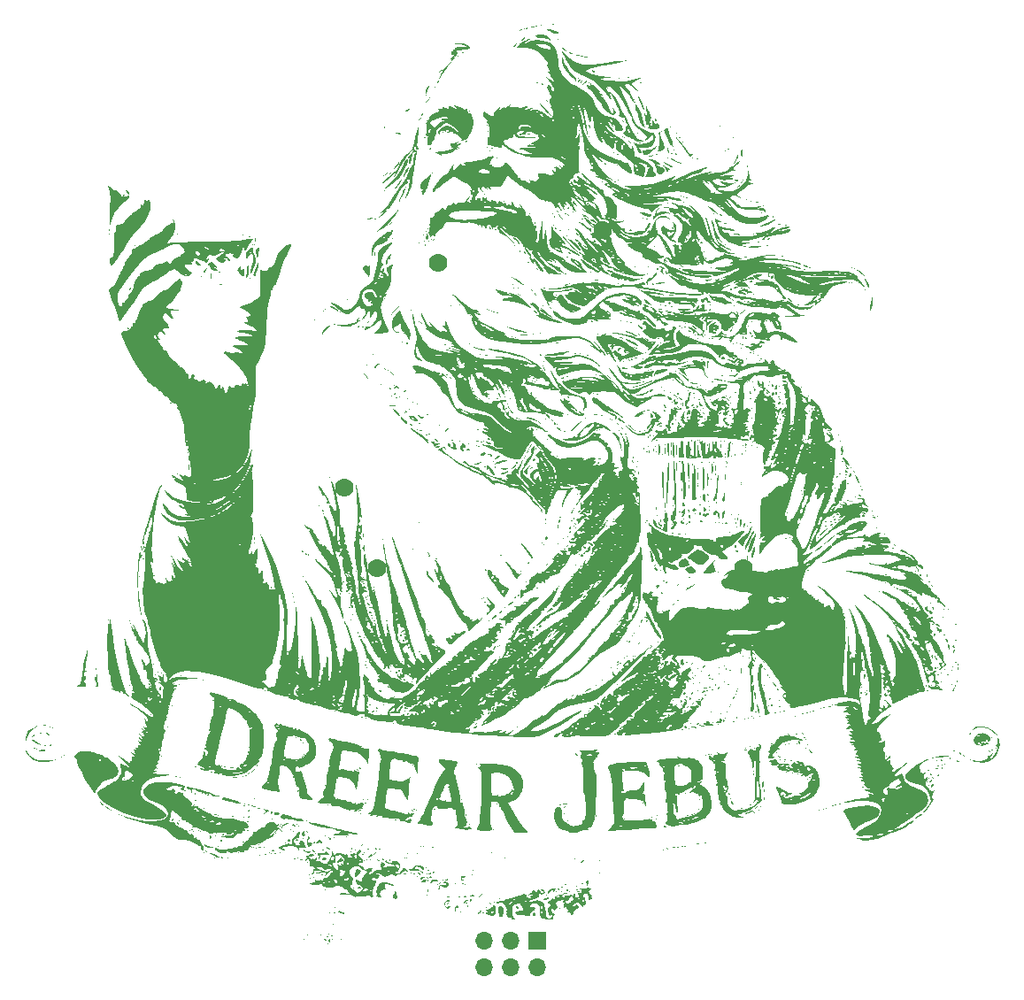
<source format=gbr>
%TF.GenerationSoftware,KiCad,Pcbnew,7.0.9*%
%TF.CreationDate,2024-02-16T18:49:11-08:00*%
%TF.ProjectId,DC32_Drear_Jeebus_SAO,44433332-5f44-4726-9561-725f4a656562,rev?*%
%TF.SameCoordinates,Original*%
%TF.FileFunction,Copper,L1,Top*%
%TF.FilePolarity,Positive*%
%FSLAX46Y46*%
G04 Gerber Fmt 4.6, Leading zero omitted, Abs format (unit mm)*
G04 Created by KiCad (PCBNEW 7.0.9) date 2024-02-16 18:49:11*
%MOMM*%
%LPD*%
G01*
G04 APERTURE LIST*
%TA.AperFunction,ComponentPad*%
%ADD10C,1.778000*%
%TD*%
%TA.AperFunction,ComponentPad*%
%ADD11R,1.700000X1.700000*%
%TD*%
%TA.AperFunction,ComponentPad*%
%ADD12O,1.700000X1.700000*%
%TD*%
G04 APERTURE END LIST*
%TA.AperFunction,EtchedComponent*%
%TO.C,G\u002A\u002A\u002A*%
G36*
X142996960Y-95042774D02*
G01*
X142960956Y-95050133D01*
X142990838Y-95035572D01*
X142996960Y-95042774D01*
G37*
%TD.AperFunction*%
%TA.AperFunction,EtchedComponent*%
G36*
X144637042Y-57137459D02*
G01*
X144643033Y-57118897D01*
X144665520Y-57108981D01*
X144637042Y-57137459D01*
G37*
%TD.AperFunction*%
%TA.AperFunction,EtchedComponent*%
G36*
X104759761Y-123831474D02*
G01*
X104709163Y-123882071D01*
X104658565Y-123831474D01*
X104709163Y-123780876D01*
X104759761Y-123831474D01*
G37*
%TD.AperFunction*%
%TA.AperFunction,EtchedComponent*%
G36*
X104962151Y-123932669D02*
G01*
X104911553Y-123983267D01*
X104860956Y-123932669D01*
X104911553Y-123882071D01*
X104962151Y-123932669D01*
G37*
%TD.AperFunction*%
%TA.AperFunction,EtchedComponent*%
G36*
X105366932Y-122414741D02*
G01*
X105316334Y-122465338D01*
X105265737Y-122414741D01*
X105316334Y-122364143D01*
X105366932Y-122414741D01*
G37*
%TD.AperFunction*%
%TA.AperFunction,EtchedComponent*%
G36*
X106277689Y-121807569D02*
G01*
X106227091Y-121858167D01*
X106176494Y-121807569D01*
X106227091Y-121756972D01*
X106277689Y-121807569D01*
G37*
%TD.AperFunction*%
%TA.AperFunction,EtchedComponent*%
G36*
X106480079Y-121908765D02*
G01*
X106429482Y-121959362D01*
X106378884Y-121908765D01*
X106429482Y-121858167D01*
X106480079Y-121908765D01*
G37*
%TD.AperFunction*%
%TA.AperFunction,EtchedComponent*%
G36*
X106783665Y-124944621D02*
G01*
X106733067Y-124995219D01*
X106682470Y-124944621D01*
X106733067Y-124894024D01*
X106783665Y-124944621D01*
G37*
%TD.AperFunction*%
%TA.AperFunction,EtchedComponent*%
G36*
X107087251Y-124843426D02*
G01*
X107036653Y-124894024D01*
X106986055Y-124843426D01*
X107036653Y-124792828D01*
X107087251Y-124843426D01*
G37*
%TD.AperFunction*%
%TA.AperFunction,EtchedComponent*%
G36*
X107593227Y-124539840D02*
G01*
X107542629Y-124590438D01*
X107492031Y-124539840D01*
X107542629Y-124489243D01*
X107593227Y-124539840D01*
G37*
%TD.AperFunction*%
%TA.AperFunction,EtchedComponent*%
G36*
X111843426Y-111586852D02*
G01*
X111792828Y-111637450D01*
X111742231Y-111586852D01*
X111792828Y-111536255D01*
X111843426Y-111586852D01*
G37*
%TD.AperFunction*%
%TA.AperFunction,EtchedComponent*%
G36*
X111944621Y-74650597D02*
G01*
X111894024Y-74701195D01*
X111843426Y-74650597D01*
X111894024Y-74600000D01*
X111944621Y-74650597D01*
G37*
%TD.AperFunction*%
%TA.AperFunction,EtchedComponent*%
G36*
X112855378Y-130206773D02*
G01*
X112804780Y-130257370D01*
X112754183Y-130206773D01*
X112804780Y-130156175D01*
X112855378Y-130206773D01*
G37*
%TD.AperFunction*%
%TA.AperFunction,EtchedComponent*%
G36*
X113563745Y-119480079D02*
G01*
X113513147Y-119530677D01*
X113462549Y-119480079D01*
X113513147Y-119429482D01*
X113563745Y-119480079D01*
G37*
%TD.AperFunction*%
%TA.AperFunction,EtchedComponent*%
G36*
X113766135Y-119581275D02*
G01*
X113715537Y-119631872D01*
X113664940Y-119581275D01*
X113715537Y-119530677D01*
X113766135Y-119581275D01*
G37*
%TD.AperFunction*%
%TA.AperFunction,EtchedComponent*%
G36*
X113867330Y-111688047D02*
G01*
X113816733Y-111738645D01*
X113766135Y-111688047D01*
X113816733Y-111637450D01*
X113867330Y-111688047D01*
G37*
%TD.AperFunction*%
%TA.AperFunction,EtchedComponent*%
G36*
X113867330Y-117860956D02*
G01*
X113816733Y-117911553D01*
X113766135Y-117860956D01*
X113816733Y-117810358D01*
X113867330Y-117860956D01*
G37*
%TD.AperFunction*%
%TA.AperFunction,EtchedComponent*%
G36*
X114373306Y-75763745D02*
G01*
X114322709Y-75814342D01*
X114272111Y-75763745D01*
X114322709Y-75713147D01*
X114373306Y-75763745D01*
G37*
%TD.AperFunction*%
%TA.AperFunction,EtchedComponent*%
G36*
X114778087Y-107437848D02*
G01*
X114727490Y-107488446D01*
X114676892Y-107437848D01*
X114727490Y-107387251D01*
X114778087Y-107437848D01*
G37*
%TD.AperFunction*%
%TA.AperFunction,EtchedComponent*%
G36*
X115081673Y-111283267D02*
G01*
X115031075Y-111333864D01*
X114980478Y-111283267D01*
X115031075Y-111232669D01*
X115081673Y-111283267D01*
G37*
%TD.AperFunction*%
%TA.AperFunction,EtchedComponent*%
G36*
X115182868Y-105717529D02*
G01*
X115132271Y-105768127D01*
X115081673Y-105717529D01*
X115132271Y-105666932D01*
X115182868Y-105717529D01*
G37*
%TD.AperFunction*%
%TA.AperFunction,EtchedComponent*%
G36*
X115688844Y-102985259D02*
G01*
X115638247Y-103035856D01*
X115587649Y-102985259D01*
X115638247Y-102934661D01*
X115688844Y-102985259D01*
G37*
%TD.AperFunction*%
%TA.AperFunction,EtchedComponent*%
G36*
X116194820Y-107336653D02*
G01*
X116144223Y-107387251D01*
X116093625Y-107336653D01*
X116144223Y-107286055D01*
X116194820Y-107336653D01*
G37*
%TD.AperFunction*%
%TA.AperFunction,EtchedComponent*%
G36*
X116296016Y-116849004D02*
G01*
X116245418Y-116899601D01*
X116194820Y-116849004D01*
X116245418Y-116798406D01*
X116296016Y-116849004D01*
G37*
%TD.AperFunction*%
%TA.AperFunction,EtchedComponent*%
G36*
X116801992Y-125248207D02*
G01*
X116751394Y-125298804D01*
X116700796Y-125248207D01*
X116751394Y-125197609D01*
X116801992Y-125248207D01*
G37*
%TD.AperFunction*%
%TA.AperFunction,EtchedComponent*%
G36*
X116903187Y-116646613D02*
G01*
X116852589Y-116697211D01*
X116801992Y-116646613D01*
X116852589Y-116596016D01*
X116903187Y-116646613D01*
G37*
%TD.AperFunction*%
%TA.AperFunction,EtchedComponent*%
G36*
X116903187Y-124641035D02*
G01*
X116852589Y-124691633D01*
X116801992Y-124641035D01*
X116852589Y-124590438D01*
X116903187Y-124641035D01*
G37*
%TD.AperFunction*%
%TA.AperFunction,EtchedComponent*%
G36*
X117004382Y-124337450D02*
G01*
X116953784Y-124388047D01*
X116903187Y-124337450D01*
X116953784Y-124286852D01*
X117004382Y-124337450D01*
G37*
%TD.AperFunction*%
%TA.AperFunction,EtchedComponent*%
G36*
X117206773Y-121706374D02*
G01*
X117156175Y-121756972D01*
X117105577Y-121706374D01*
X117156175Y-121655777D01*
X117206773Y-121706374D01*
G37*
%TD.AperFunction*%
%TA.AperFunction,EtchedComponent*%
G36*
X117510358Y-121807569D02*
G01*
X117459761Y-121858167D01*
X117409163Y-121807569D01*
X117459761Y-121756972D01*
X117510358Y-121807569D01*
G37*
%TD.AperFunction*%
%TA.AperFunction,EtchedComponent*%
G36*
X117611553Y-75460159D02*
G01*
X117560956Y-75510757D01*
X117510358Y-75460159D01*
X117560956Y-75409561D01*
X117611553Y-75460159D01*
G37*
%TD.AperFunction*%
%TA.AperFunction,EtchedComponent*%
G36*
X117813944Y-90841832D02*
G01*
X117763346Y-90892430D01*
X117712749Y-90841832D01*
X117763346Y-90791235D01*
X117813944Y-90841832D01*
G37*
%TD.AperFunction*%
%TA.AperFunction,EtchedComponent*%
G36*
X117915139Y-119783665D02*
G01*
X117864541Y-119834263D01*
X117813944Y-119783665D01*
X117864541Y-119733067D01*
X117915139Y-119783665D01*
G37*
%TD.AperFunction*%
%TA.AperFunction,EtchedComponent*%
G36*
X118016334Y-119480079D02*
G01*
X117965737Y-119530677D01*
X117915139Y-119480079D01*
X117965737Y-119429482D01*
X118016334Y-119480079D01*
G37*
%TD.AperFunction*%
%TA.AperFunction,EtchedComponent*%
G36*
X118117529Y-117658565D02*
G01*
X118066932Y-117709163D01*
X118016334Y-117658565D01*
X118066932Y-117607968D01*
X118117529Y-117658565D01*
G37*
%TD.AperFunction*%
%TA.AperFunction,EtchedComponent*%
G36*
X118319920Y-126563745D02*
G01*
X118269322Y-126614342D01*
X118218725Y-126563745D01*
X118269322Y-126513147D01*
X118319920Y-126563745D01*
G37*
%TD.AperFunction*%
%TA.AperFunction,EtchedComponent*%
G36*
X118421115Y-74650597D02*
G01*
X118370518Y-74701195D01*
X118319920Y-74650597D01*
X118370518Y-74600000D01*
X118421115Y-74650597D01*
G37*
%TD.AperFunction*%
%TA.AperFunction,EtchedComponent*%
G36*
X118421115Y-97621912D02*
G01*
X118370518Y-97672510D01*
X118319920Y-97621912D01*
X118370518Y-97571314D01*
X118421115Y-97621912D01*
G37*
%TD.AperFunction*%
%TA.AperFunction,EtchedComponent*%
G36*
X118421115Y-127778087D02*
G01*
X118370518Y-127828685D01*
X118319920Y-127778087D01*
X118370518Y-127727490D01*
X118421115Y-127778087D01*
G37*
%TD.AperFunction*%
%TA.AperFunction,EtchedComponent*%
G36*
X118623506Y-117759761D02*
G01*
X118572908Y-117810358D01*
X118522310Y-117759761D01*
X118572908Y-117709163D01*
X118623506Y-117759761D01*
G37*
%TD.AperFunction*%
%TA.AperFunction,EtchedComponent*%
G36*
X118623506Y-130813944D02*
G01*
X118572908Y-130864541D01*
X118522310Y-130813944D01*
X118572908Y-130763346D01*
X118623506Y-130813944D01*
G37*
%TD.AperFunction*%
%TA.AperFunction,EtchedComponent*%
G36*
X118724701Y-126664940D02*
G01*
X118674103Y-126715537D01*
X118623506Y-126664940D01*
X118674103Y-126614342D01*
X118724701Y-126664940D01*
G37*
%TD.AperFunction*%
%TA.AperFunction,EtchedComponent*%
G36*
X119433067Y-95598008D02*
G01*
X119382470Y-95648605D01*
X119331872Y-95598008D01*
X119382470Y-95547410D01*
X119433067Y-95598008D01*
G37*
%TD.AperFunction*%
%TA.AperFunction,EtchedComponent*%
G36*
X119433067Y-105818725D02*
G01*
X119382470Y-105869322D01*
X119331872Y-105818725D01*
X119382470Y-105768127D01*
X119433067Y-105818725D01*
G37*
%TD.AperFunction*%
%TA.AperFunction,EtchedComponent*%
G36*
X119534263Y-97723107D02*
G01*
X119483665Y-97773705D01*
X119433067Y-97723107D01*
X119483665Y-97672510D01*
X119534263Y-97723107D01*
G37*
%TD.AperFunction*%
%TA.AperFunction,EtchedComponent*%
G36*
X119635458Y-131724701D02*
G01*
X119584860Y-131775298D01*
X119534263Y-131724701D01*
X119584860Y-131674103D01*
X119635458Y-131724701D01*
G37*
%TD.AperFunction*%
%TA.AperFunction,EtchedComponent*%
G36*
X119837848Y-128486454D02*
G01*
X119787251Y-128537051D01*
X119736653Y-128486454D01*
X119787251Y-128435856D01*
X119837848Y-128486454D01*
G37*
%TD.AperFunction*%
%TA.AperFunction,EtchedComponent*%
G36*
X119837848Y-131623506D02*
G01*
X119787251Y-131674103D01*
X119736653Y-131623506D01*
X119787251Y-131572908D01*
X119837848Y-131623506D01*
G37*
%TD.AperFunction*%
%TA.AperFunction,EtchedComponent*%
G36*
X119939043Y-131825896D02*
G01*
X119888446Y-131876494D01*
X119837848Y-131825896D01*
X119888446Y-131775298D01*
X119939043Y-131825896D01*
G37*
%TD.AperFunction*%
%TA.AperFunction,EtchedComponent*%
G36*
X120040239Y-74549402D02*
G01*
X119989641Y-74600000D01*
X119939043Y-74549402D01*
X119989641Y-74498804D01*
X120040239Y-74549402D01*
G37*
%TD.AperFunction*%
%TA.AperFunction,EtchedComponent*%
G36*
X120343824Y-128385259D02*
G01*
X120293227Y-128435856D01*
X120242629Y-128385259D01*
X120293227Y-128334661D01*
X120343824Y-128385259D01*
G37*
%TD.AperFunction*%
%TA.AperFunction,EtchedComponent*%
G36*
X120445020Y-131724701D02*
G01*
X120394422Y-131775298D01*
X120343824Y-131724701D01*
X120394422Y-131674103D01*
X120445020Y-131724701D01*
G37*
%TD.AperFunction*%
%TA.AperFunction,EtchedComponent*%
G36*
X120647410Y-131825896D02*
G01*
X120596812Y-131876494D01*
X120546215Y-131825896D01*
X120596812Y-131775298D01*
X120647410Y-131825896D01*
G37*
%TD.AperFunction*%
%TA.AperFunction,EtchedComponent*%
G36*
X120748605Y-74549402D02*
G01*
X120698008Y-74600000D01*
X120647410Y-74549402D01*
X120698008Y-74498804D01*
X120748605Y-74549402D01*
G37*
%TD.AperFunction*%
%TA.AperFunction,EtchedComponent*%
G36*
X120950996Y-129599601D02*
G01*
X120900398Y-129650199D01*
X120849800Y-129599601D01*
X120900398Y-129549004D01*
X120950996Y-129599601D01*
G37*
%TD.AperFunction*%
%TA.AperFunction,EtchedComponent*%
G36*
X120950996Y-133849800D02*
G01*
X120900398Y-133900398D01*
X120849800Y-133849800D01*
X120900398Y-133799203D01*
X120950996Y-133849800D01*
G37*
%TD.AperFunction*%
%TA.AperFunction,EtchedComponent*%
G36*
X121052191Y-88413147D02*
G01*
X121001593Y-88463745D01*
X120950996Y-88413147D01*
X121001593Y-88362549D01*
X121052191Y-88413147D01*
G37*
%TD.AperFunction*%
%TA.AperFunction,EtchedComponent*%
G36*
X121153386Y-132534263D02*
G01*
X121102788Y-132584860D01*
X121052191Y-132534263D01*
X121102788Y-132483665D01*
X121153386Y-132534263D01*
G37*
%TD.AperFunction*%
%TA.AperFunction,EtchedComponent*%
G36*
X121355777Y-132433067D02*
G01*
X121305179Y-132483665D01*
X121254581Y-132433067D01*
X121305179Y-132382470D01*
X121355777Y-132433067D01*
G37*
%TD.AperFunction*%
%TA.AperFunction,EtchedComponent*%
G36*
X121456972Y-117456175D02*
G01*
X121406374Y-117506773D01*
X121355777Y-117456175D01*
X121406374Y-117405577D01*
X121456972Y-117456175D01*
G37*
%TD.AperFunction*%
%TA.AperFunction,EtchedComponent*%
G36*
X121861753Y-74549402D02*
G01*
X121811155Y-74600000D01*
X121760557Y-74549402D01*
X121811155Y-74498804D01*
X121861753Y-74549402D01*
G37*
%TD.AperFunction*%
%TA.AperFunction,EtchedComponent*%
G36*
X121861753Y-119277689D02*
G01*
X121811155Y-119328286D01*
X121760557Y-119277689D01*
X121811155Y-119227091D01*
X121861753Y-119277689D01*
G37*
%TD.AperFunction*%
%TA.AperFunction,EtchedComponent*%
G36*
X121962948Y-132433067D02*
G01*
X121912350Y-132483665D01*
X121861753Y-132433067D01*
X121912350Y-132382470D01*
X121962948Y-132433067D01*
G37*
%TD.AperFunction*%
%TA.AperFunction,EtchedComponent*%
G36*
X121962948Y-134355777D02*
G01*
X121912350Y-134406374D01*
X121861753Y-134355777D01*
X121912350Y-134305179D01*
X121962948Y-134355777D01*
G37*
%TD.AperFunction*%
%TA.AperFunction,EtchedComponent*%
G36*
X122064143Y-132230677D02*
G01*
X122013545Y-132281275D01*
X121962948Y-132230677D01*
X122013545Y-132180079D01*
X122064143Y-132230677D01*
G37*
%TD.AperFunction*%
%TA.AperFunction,EtchedComponent*%
G36*
X122266533Y-125349402D02*
G01*
X122215936Y-125400000D01*
X122165338Y-125349402D01*
X122215936Y-125298804D01*
X122266533Y-125349402D01*
G37*
%TD.AperFunction*%
%TA.AperFunction,EtchedComponent*%
G36*
X122367729Y-130307968D02*
G01*
X122317131Y-130358565D01*
X122266533Y-130307968D01*
X122317131Y-130257370D01*
X122367729Y-130307968D01*
G37*
%TD.AperFunction*%
%TA.AperFunction,EtchedComponent*%
G36*
X122367729Y-133242629D02*
G01*
X122317131Y-133293227D01*
X122266533Y-133242629D01*
X122317131Y-133192031D01*
X122367729Y-133242629D01*
G37*
%TD.AperFunction*%
%TA.AperFunction,EtchedComponent*%
G36*
X122468924Y-78293625D02*
G01*
X122418326Y-78344223D01*
X122367729Y-78293625D01*
X122418326Y-78243028D01*
X122468924Y-78293625D01*
G37*
%TD.AperFunction*%
%TA.AperFunction,EtchedComponent*%
G36*
X122671314Y-125551792D02*
G01*
X122620717Y-125602390D01*
X122570119Y-125551792D01*
X122620717Y-125501195D01*
X122671314Y-125551792D01*
G37*
%TD.AperFunction*%
%TA.AperFunction,EtchedComponent*%
G36*
X122974900Y-125652988D02*
G01*
X122924302Y-125703585D01*
X122873705Y-125652988D01*
X122924302Y-125602390D01*
X122974900Y-125652988D01*
G37*
%TD.AperFunction*%
%TA.AperFunction,EtchedComponent*%
G36*
X123278486Y-134355777D02*
G01*
X123227888Y-134406374D01*
X123177290Y-134355777D01*
X123227888Y-134305179D01*
X123278486Y-134355777D01*
G37*
%TD.AperFunction*%
%TA.AperFunction,EtchedComponent*%
G36*
X123683267Y-78091235D02*
G01*
X123632669Y-78141832D01*
X123582071Y-78091235D01*
X123632669Y-78040637D01*
X123683267Y-78091235D01*
G37*
%TD.AperFunction*%
%TA.AperFunction,EtchedComponent*%
G36*
X124290438Y-133849800D02*
G01*
X124239840Y-133900398D01*
X124189243Y-133849800D01*
X124239840Y-133799203D01*
X124290438Y-133849800D01*
G37*
%TD.AperFunction*%
%TA.AperFunction,EtchedComponent*%
G36*
X124695219Y-74751792D02*
G01*
X124644621Y-74802390D01*
X124594024Y-74751792D01*
X124644621Y-74701195D01*
X124695219Y-74751792D01*
G37*
%TD.AperFunction*%
%TA.AperFunction,EtchedComponent*%
G36*
X124695219Y-126563745D02*
G01*
X124644621Y-126614342D01*
X124594024Y-126563745D01*
X124644621Y-126513147D01*
X124695219Y-126563745D01*
G37*
%TD.AperFunction*%
%TA.AperFunction,EtchedComponent*%
G36*
X124897609Y-129194820D02*
G01*
X124847012Y-129245418D01*
X124796414Y-129194820D01*
X124847012Y-129144223D01*
X124897609Y-129194820D01*
G37*
%TD.AperFunction*%
%TA.AperFunction,EtchedComponent*%
G36*
X124998804Y-126462549D02*
G01*
X124948207Y-126513147D01*
X124897609Y-126462549D01*
X124948207Y-126411952D01*
X124998804Y-126462549D01*
G37*
%TD.AperFunction*%
%TA.AperFunction,EtchedComponent*%
G36*
X125403585Y-78900796D02*
G01*
X125352988Y-78951394D01*
X125302390Y-78900796D01*
X125352988Y-78850199D01*
X125403585Y-78900796D01*
G37*
%TD.AperFunction*%
%TA.AperFunction,EtchedComponent*%
G36*
X125605976Y-75662549D02*
G01*
X125555378Y-75713147D01*
X125504780Y-75662549D01*
X125555378Y-75611952D01*
X125605976Y-75662549D01*
G37*
%TD.AperFunction*%
%TA.AperFunction,EtchedComponent*%
G36*
X125707171Y-80115139D02*
G01*
X125656573Y-80165737D01*
X125605976Y-80115139D01*
X125656573Y-80064541D01*
X125707171Y-80115139D01*
G37*
%TD.AperFunction*%
%TA.AperFunction,EtchedComponent*%
G36*
X125707171Y-133343824D02*
G01*
X125656573Y-133394422D01*
X125605976Y-133343824D01*
X125656573Y-133293227D01*
X125707171Y-133343824D01*
G37*
%TD.AperFunction*%
%TA.AperFunction,EtchedComponent*%
G36*
X125808366Y-75662549D02*
G01*
X125757769Y-75713147D01*
X125707171Y-75662549D01*
X125757769Y-75611952D01*
X125808366Y-75662549D01*
G37*
%TD.AperFunction*%
%TA.AperFunction,EtchedComponent*%
G36*
X125808366Y-104199601D02*
G01*
X125757769Y-104250199D01*
X125707171Y-104199601D01*
X125757769Y-104149004D01*
X125808366Y-104199601D01*
G37*
%TD.AperFunction*%
%TA.AperFunction,EtchedComponent*%
G36*
X125808366Y-128688844D02*
G01*
X125757769Y-128739442D01*
X125707171Y-128688844D01*
X125757769Y-128638247D01*
X125808366Y-128688844D01*
G37*
%TD.AperFunction*%
%TA.AperFunction,EtchedComponent*%
G36*
X126516733Y-134153386D02*
G01*
X126466135Y-134203984D01*
X126415537Y-134153386D01*
X126466135Y-134102788D01*
X126516733Y-134153386D01*
G37*
%TD.AperFunction*%
%TA.AperFunction,EtchedComponent*%
G36*
X126719123Y-133343824D02*
G01*
X126668526Y-133394422D01*
X126617928Y-133343824D01*
X126668526Y-133293227D01*
X126719123Y-133343824D01*
G37*
%TD.AperFunction*%
%TA.AperFunction,EtchedComponent*%
G36*
X126820318Y-118366932D02*
G01*
X126769721Y-118417529D01*
X126719123Y-118366932D01*
X126769721Y-118316334D01*
X126820318Y-118366932D01*
G37*
%TD.AperFunction*%
%TA.AperFunction,EtchedComponent*%
G36*
X127225099Y-133849800D02*
G01*
X127174502Y-133900398D01*
X127123904Y-133849800D01*
X127174502Y-133799203D01*
X127225099Y-133849800D01*
G37*
%TD.AperFunction*%
%TA.AperFunction,EtchedComponent*%
G36*
X127427490Y-133950996D02*
G01*
X127376892Y-134001593D01*
X127326294Y-133950996D01*
X127376892Y-133900398D01*
X127427490Y-133950996D01*
G37*
%TD.AperFunction*%
%TA.AperFunction,EtchedComponent*%
G36*
X127528685Y-130611553D02*
G01*
X127478087Y-130662151D01*
X127427490Y-130611553D01*
X127478087Y-130560956D01*
X127528685Y-130611553D01*
G37*
%TD.AperFunction*%
%TA.AperFunction,EtchedComponent*%
G36*
X127731075Y-132534263D02*
G01*
X127680478Y-132584860D01*
X127629880Y-132534263D01*
X127680478Y-132483665D01*
X127731075Y-132534263D01*
G37*
%TD.AperFunction*%
%TA.AperFunction,EtchedComponent*%
G36*
X127933466Y-130510358D02*
G01*
X127882868Y-130560956D01*
X127832271Y-130510358D01*
X127882868Y-130459761D01*
X127933466Y-130510358D01*
G37*
%TD.AperFunction*%
%TA.AperFunction,EtchedComponent*%
G36*
X128034661Y-116039442D02*
G01*
X127984063Y-116090039D01*
X127933466Y-116039442D01*
X127984063Y-115988844D01*
X128034661Y-116039442D01*
G37*
%TD.AperFunction*%
%TA.AperFunction,EtchedComponent*%
G36*
X128237051Y-131319920D02*
G01*
X128186454Y-131370518D01*
X128135856Y-131319920D01*
X128186454Y-131269322D01*
X128237051Y-131319920D01*
G37*
%TD.AperFunction*%
%TA.AperFunction,EtchedComponent*%
G36*
X128237051Y-133849800D02*
G01*
X128186454Y-133900398D01*
X128135856Y-133849800D01*
X128186454Y-133799203D01*
X128237051Y-133849800D01*
G37*
%TD.AperFunction*%
%TA.AperFunction,EtchedComponent*%
G36*
X128338247Y-131117529D02*
G01*
X128287649Y-131168127D01*
X128237051Y-131117529D01*
X128287649Y-131066932D01*
X128338247Y-131117529D01*
G37*
%TD.AperFunction*%
%TA.AperFunction,EtchedComponent*%
G36*
X128338247Y-132028286D02*
G01*
X128287649Y-132078884D01*
X128237051Y-132028286D01*
X128287649Y-131977689D01*
X128338247Y-132028286D01*
G37*
%TD.AperFunction*%
%TA.AperFunction,EtchedComponent*%
G36*
X128641832Y-131421115D02*
G01*
X128591235Y-131471713D01*
X128540637Y-131421115D01*
X128591235Y-131370518D01*
X128641832Y-131421115D01*
G37*
%TD.AperFunction*%
%TA.AperFunction,EtchedComponent*%
G36*
X128743028Y-132939043D02*
G01*
X128692430Y-132989641D01*
X128641832Y-132939043D01*
X128692430Y-132888446D01*
X128743028Y-132939043D01*
G37*
%TD.AperFunction*%
%TA.AperFunction,EtchedComponent*%
G36*
X129249004Y-131623506D02*
G01*
X129198406Y-131674103D01*
X129147808Y-131623506D01*
X129198406Y-131572908D01*
X129249004Y-131623506D01*
G37*
%TD.AperFunction*%
%TA.AperFunction,EtchedComponent*%
G36*
X129451394Y-109056972D02*
G01*
X129400796Y-109107569D01*
X129350199Y-109056972D01*
X129400796Y-109006374D01*
X129451394Y-109056972D01*
G37*
%TD.AperFunction*%
%TA.AperFunction,EtchedComponent*%
G36*
X129552589Y-109360557D02*
G01*
X129501992Y-109411155D01*
X129451394Y-109360557D01*
X129501992Y-109309960D01*
X129552589Y-109360557D01*
G37*
%TD.AperFunction*%
%TA.AperFunction,EtchedComponent*%
G36*
X129552589Y-131825896D02*
G01*
X129501992Y-131876494D01*
X129451394Y-131825896D01*
X129501992Y-131775298D01*
X129552589Y-131825896D01*
G37*
%TD.AperFunction*%
%TA.AperFunction,EtchedComponent*%
G36*
X129653784Y-134456972D02*
G01*
X129603187Y-134507569D01*
X129552589Y-134456972D01*
X129603187Y-134406374D01*
X129653784Y-134456972D01*
G37*
%TD.AperFunction*%
%TA.AperFunction,EtchedComponent*%
G36*
X129754980Y-122819522D02*
G01*
X129704382Y-122870119D01*
X129653784Y-122819522D01*
X129704382Y-122768924D01*
X129754980Y-122819522D01*
G37*
%TD.AperFunction*%
%TA.AperFunction,EtchedComponent*%
G36*
X129754980Y-133546215D02*
G01*
X129704382Y-133596812D01*
X129653784Y-133546215D01*
X129704382Y-133495617D01*
X129754980Y-133546215D01*
G37*
%TD.AperFunction*%
%TA.AperFunction,EtchedComponent*%
G36*
X129856175Y-131117529D02*
G01*
X129805577Y-131168127D01*
X129754980Y-131117529D01*
X129805577Y-131066932D01*
X129856175Y-131117529D01*
G37*
%TD.AperFunction*%
%TA.AperFunction,EtchedComponent*%
G36*
X129957370Y-134355777D02*
G01*
X129906773Y-134406374D01*
X129856175Y-134355777D01*
X129906773Y-134305179D01*
X129957370Y-134355777D01*
G37*
%TD.AperFunction*%
%TA.AperFunction,EtchedComponent*%
G36*
X130058565Y-131319920D02*
G01*
X130007968Y-131370518D01*
X129957370Y-131319920D01*
X130007968Y-131269322D01*
X130058565Y-131319920D01*
G37*
%TD.AperFunction*%
%TA.AperFunction,EtchedComponent*%
G36*
X130463346Y-107437848D02*
G01*
X130412749Y-107488446D01*
X130362151Y-107437848D01*
X130412749Y-107387251D01*
X130463346Y-107437848D01*
G37*
%TD.AperFunction*%
%TA.AperFunction,EtchedComponent*%
G36*
X130463346Y-123325498D02*
G01*
X130412749Y-123376095D01*
X130362151Y-123325498D01*
X130412749Y-123274900D01*
X130463346Y-123325498D01*
G37*
%TD.AperFunction*%
%TA.AperFunction,EtchedComponent*%
G36*
X130564541Y-142147808D02*
G01*
X130513944Y-142198406D01*
X130463346Y-142147808D01*
X130513944Y-142097211D01*
X130564541Y-142147808D01*
G37*
%TD.AperFunction*%
%TA.AperFunction,EtchedComponent*%
G36*
X130665737Y-123730278D02*
G01*
X130615139Y-123780876D01*
X130564541Y-123730278D01*
X130615139Y-123679681D01*
X130665737Y-123730278D01*
G37*
%TD.AperFunction*%
%TA.AperFunction,EtchedComponent*%
G36*
X130665737Y-124236255D02*
G01*
X130615139Y-124286852D01*
X130564541Y-124236255D01*
X130615139Y-124185657D01*
X130665737Y-124236255D01*
G37*
%TD.AperFunction*%
%TA.AperFunction,EtchedComponent*%
G36*
X130868127Y-134760557D02*
G01*
X130817529Y-134811155D01*
X130766932Y-134760557D01*
X130817529Y-134709960D01*
X130868127Y-134760557D01*
G37*
%TD.AperFunction*%
%TA.AperFunction,EtchedComponent*%
G36*
X130868127Y-141743028D02*
G01*
X130817529Y-141793625D01*
X130766932Y-141743028D01*
X130817529Y-141692430D01*
X130868127Y-141743028D01*
G37*
%TD.AperFunction*%
%TA.AperFunction,EtchedComponent*%
G36*
X130868127Y-142350199D02*
G01*
X130817529Y-142400796D01*
X130766932Y-142350199D01*
X130817529Y-142299601D01*
X130868127Y-142350199D01*
G37*
%TD.AperFunction*%
%TA.AperFunction,EtchedComponent*%
G36*
X131070518Y-135974900D02*
G01*
X131019920Y-136025498D01*
X130969322Y-135974900D01*
X131019920Y-135924302D01*
X131070518Y-135974900D01*
G37*
%TD.AperFunction*%
%TA.AperFunction,EtchedComponent*%
G36*
X131171713Y-136278486D02*
G01*
X131121115Y-136329083D01*
X131070518Y-136278486D01*
X131121115Y-136227888D01*
X131171713Y-136278486D01*
G37*
%TD.AperFunction*%
%TA.AperFunction,EtchedComponent*%
G36*
X131272908Y-105616334D02*
G01*
X131222310Y-105666932D01*
X131171713Y-105616334D01*
X131222310Y-105565737D01*
X131272908Y-105616334D01*
G37*
%TD.AperFunction*%
%TA.AperFunction,EtchedComponent*%
G36*
X131272908Y-132028286D02*
G01*
X131222310Y-132078884D01*
X131171713Y-132028286D01*
X131222310Y-131977689D01*
X131272908Y-132028286D01*
G37*
%TD.AperFunction*%
%TA.AperFunction,EtchedComponent*%
G36*
X131272908Y-136582071D02*
G01*
X131222310Y-136632669D01*
X131171713Y-136582071D01*
X131222310Y-136531474D01*
X131272908Y-136582071D01*
G37*
%TD.AperFunction*%
%TA.AperFunction,EtchedComponent*%
G36*
X131677689Y-131927091D02*
G01*
X131627091Y-131977689D01*
X131576494Y-131927091D01*
X131627091Y-131876494D01*
X131677689Y-131927091D01*
G37*
%TD.AperFunction*%
%TA.AperFunction,EtchedComponent*%
G36*
X131677689Y-133950996D02*
G01*
X131627091Y-134001593D01*
X131576494Y-133950996D01*
X131627091Y-133900398D01*
X131677689Y-133950996D01*
G37*
%TD.AperFunction*%
%TA.AperFunction,EtchedComponent*%
G36*
X131981275Y-100657769D02*
G01*
X131930677Y-100708366D01*
X131880079Y-100657769D01*
X131930677Y-100607171D01*
X131981275Y-100657769D01*
G37*
%TD.AperFunction*%
%TA.AperFunction,EtchedComponent*%
G36*
X131981275Y-141844223D02*
G01*
X131930677Y-141894820D01*
X131880079Y-141844223D01*
X131930677Y-141793625D01*
X131981275Y-141844223D01*
G37*
%TD.AperFunction*%
%TA.AperFunction,EtchedComponent*%
G36*
X132082470Y-133647410D02*
G01*
X132031872Y-133698008D01*
X131981275Y-133647410D01*
X132031872Y-133596812D01*
X132082470Y-133647410D01*
G37*
%TD.AperFunction*%
%TA.AperFunction,EtchedComponent*%
G36*
X132183665Y-141743028D02*
G01*
X132133067Y-141793625D01*
X132082470Y-141743028D01*
X132133067Y-141692430D01*
X132183665Y-141743028D01*
G37*
%TD.AperFunction*%
%TA.AperFunction,EtchedComponent*%
G36*
X132284860Y-135974900D02*
G01*
X132234263Y-136025498D01*
X132183665Y-135974900D01*
X132234263Y-135924302D01*
X132284860Y-135974900D01*
G37*
%TD.AperFunction*%
%TA.AperFunction,EtchedComponent*%
G36*
X132386055Y-82037848D02*
G01*
X132335458Y-82088446D01*
X132284860Y-82037848D01*
X132335458Y-81987251D01*
X132386055Y-82037848D01*
G37*
%TD.AperFunction*%
%TA.AperFunction,EtchedComponent*%
G36*
X132386055Y-115938247D02*
G01*
X132335458Y-115988844D01*
X132284860Y-115938247D01*
X132335458Y-115887649D01*
X132386055Y-115938247D01*
G37*
%TD.AperFunction*%
%TA.AperFunction,EtchedComponent*%
G36*
X132487251Y-99949402D02*
G01*
X132436653Y-100000000D01*
X132386055Y-99949402D01*
X132436653Y-99898804D01*
X132487251Y-99949402D01*
G37*
%TD.AperFunction*%
%TA.AperFunction,EtchedComponent*%
G36*
X132487251Y-141844223D02*
G01*
X132436653Y-141894820D01*
X132386055Y-141844223D01*
X132436653Y-141793625D01*
X132487251Y-141844223D01*
G37*
%TD.AperFunction*%
%TA.AperFunction,EtchedComponent*%
G36*
X132588446Y-81835458D02*
G01*
X132537848Y-81886055D01*
X132487251Y-81835458D01*
X132537848Y-81784860D01*
X132588446Y-81835458D01*
G37*
%TD.AperFunction*%
%TA.AperFunction,EtchedComponent*%
G36*
X132588446Y-132230677D02*
G01*
X132537848Y-132281275D01*
X132487251Y-132230677D01*
X132537848Y-132180079D01*
X132588446Y-132230677D01*
G37*
%TD.AperFunction*%
%TA.AperFunction,EtchedComponent*%
G36*
X132588446Y-137391633D02*
G01*
X132537848Y-137442231D01*
X132487251Y-137391633D01*
X132537848Y-137341035D01*
X132588446Y-137391633D01*
G37*
%TD.AperFunction*%
%TA.AperFunction,EtchedComponent*%
G36*
X132790836Y-81734263D02*
G01*
X132740239Y-81784860D01*
X132689641Y-81734263D01*
X132740239Y-81683665D01*
X132790836Y-81734263D01*
G37*
%TD.AperFunction*%
%TA.AperFunction,EtchedComponent*%
G36*
X132892031Y-141641832D02*
G01*
X132841434Y-141692430D01*
X132790836Y-141641832D01*
X132841434Y-141591235D01*
X132892031Y-141641832D01*
G37*
%TD.AperFunction*%
%TA.AperFunction,EtchedComponent*%
G36*
X132993227Y-97925498D02*
G01*
X132942629Y-97976095D01*
X132892031Y-97925498D01*
X132942629Y-97874900D01*
X132993227Y-97925498D01*
G37*
%TD.AperFunction*%
%TA.AperFunction,EtchedComponent*%
G36*
X132993227Y-139617928D02*
G01*
X132942629Y-139668526D01*
X132892031Y-139617928D01*
X132942629Y-139567330D01*
X132993227Y-139617928D01*
G37*
%TD.AperFunction*%
%TA.AperFunction,EtchedComponent*%
G36*
X133195617Y-107033067D02*
G01*
X133145020Y-107083665D01*
X133094422Y-107033067D01*
X133145020Y-106982470D01*
X133195617Y-107033067D01*
G37*
%TD.AperFunction*%
%TA.AperFunction,EtchedComponent*%
G36*
X133195617Y-123730278D02*
G01*
X133145020Y-123780876D01*
X133094422Y-123730278D01*
X133145020Y-123679681D01*
X133195617Y-123730278D01*
G37*
%TD.AperFunction*%
%TA.AperFunction,EtchedComponent*%
G36*
X133499203Y-120289641D02*
G01*
X133448605Y-120340239D01*
X133398008Y-120289641D01*
X133448605Y-120239043D01*
X133499203Y-120289641D01*
G37*
%TD.AperFunction*%
%TA.AperFunction,EtchedComponent*%
G36*
X133499203Y-139111952D02*
G01*
X133448605Y-139162549D01*
X133398008Y-139111952D01*
X133448605Y-139061354D01*
X133499203Y-139111952D01*
G37*
%TD.AperFunction*%
%TA.AperFunction,EtchedComponent*%
G36*
X133802788Y-142451394D02*
G01*
X133752191Y-142501992D01*
X133701593Y-142451394D01*
X133752191Y-142400796D01*
X133802788Y-142451394D01*
G37*
%TD.AperFunction*%
%TA.AperFunction,EtchedComponent*%
G36*
X133903984Y-114926294D02*
G01*
X133853386Y-114976892D01*
X133802788Y-114926294D01*
X133853386Y-114875697D01*
X133903984Y-114926294D01*
G37*
%TD.AperFunction*%
%TA.AperFunction,EtchedComponent*%
G36*
X134005179Y-82139043D02*
G01*
X133954581Y-82189641D01*
X133903984Y-82139043D01*
X133954581Y-82088446D01*
X134005179Y-82139043D01*
G37*
%TD.AperFunction*%
%TA.AperFunction,EtchedComponent*%
G36*
X134005179Y-125754183D02*
G01*
X133954581Y-125804780D01*
X133903984Y-125754183D01*
X133954581Y-125703585D01*
X134005179Y-125754183D01*
G37*
%TD.AperFunction*%
%TA.AperFunction,EtchedComponent*%
G36*
X134005179Y-132433067D02*
G01*
X133954581Y-132483665D01*
X133903984Y-132433067D01*
X133954581Y-132382470D01*
X134005179Y-132433067D01*
G37*
%TD.AperFunction*%
%TA.AperFunction,EtchedComponent*%
G36*
X134106374Y-119277689D02*
G01*
X134055777Y-119328286D01*
X134005179Y-119277689D01*
X134055777Y-119227091D01*
X134106374Y-119277689D01*
G37*
%TD.AperFunction*%
%TA.AperFunction,EtchedComponent*%
G36*
X134106374Y-137189243D02*
G01*
X134055777Y-137239840D01*
X134005179Y-137189243D01*
X134055777Y-137138645D01*
X134106374Y-137189243D01*
G37*
%TD.AperFunction*%
%TA.AperFunction,EtchedComponent*%
G36*
X134106374Y-142147808D02*
G01*
X134055777Y-142198406D01*
X134005179Y-142147808D01*
X134055777Y-142097211D01*
X134106374Y-142147808D01*
G37*
%TD.AperFunction*%
%TA.AperFunction,EtchedComponent*%
G36*
X134308765Y-107943824D02*
G01*
X134258167Y-107994422D01*
X134207569Y-107943824D01*
X134258167Y-107893227D01*
X134308765Y-107943824D01*
G37*
%TD.AperFunction*%
%TA.AperFunction,EtchedComponent*%
G36*
X134409960Y-135772510D02*
G01*
X134359362Y-135823107D01*
X134308765Y-135772510D01*
X134359362Y-135721912D01*
X134409960Y-135772510D01*
G37*
%TD.AperFunction*%
%TA.AperFunction,EtchedComponent*%
G36*
X134511155Y-141844223D02*
G01*
X134460557Y-141894820D01*
X134409960Y-141844223D01*
X134460557Y-141793625D01*
X134511155Y-141844223D01*
G37*
%TD.AperFunction*%
%TA.AperFunction,EtchedComponent*%
G36*
X134612350Y-132331872D02*
G01*
X134561753Y-132382470D01*
X134511155Y-132331872D01*
X134561753Y-132281275D01*
X134612350Y-132331872D01*
G37*
%TD.AperFunction*%
%TA.AperFunction,EtchedComponent*%
G36*
X134713545Y-80924701D02*
G01*
X134662948Y-80975298D01*
X134612350Y-80924701D01*
X134662948Y-80874103D01*
X134713545Y-80924701D01*
G37*
%TD.AperFunction*%
%TA.AperFunction,EtchedComponent*%
G36*
X134814741Y-107336653D02*
G01*
X134764143Y-107387251D01*
X134713545Y-107336653D01*
X134764143Y-107286055D01*
X134814741Y-107336653D01*
G37*
%TD.AperFunction*%
%TA.AperFunction,EtchedComponent*%
G36*
X134915936Y-110372510D02*
G01*
X134865338Y-110423107D01*
X134814741Y-110372510D01*
X134865338Y-110321912D01*
X134915936Y-110372510D01*
G37*
%TD.AperFunction*%
%TA.AperFunction,EtchedComponent*%
G36*
X134915936Y-114420318D02*
G01*
X134865338Y-114470916D01*
X134814741Y-114420318D01*
X134865338Y-114369721D01*
X134915936Y-114420318D01*
G37*
%TD.AperFunction*%
%TA.AperFunction,EtchedComponent*%
G36*
X135017131Y-111586852D02*
G01*
X134966533Y-111637450D01*
X134915936Y-111586852D01*
X134966533Y-111536255D01*
X135017131Y-111586852D01*
G37*
%TD.AperFunction*%
%TA.AperFunction,EtchedComponent*%
G36*
X135017131Y-133748605D02*
G01*
X134966533Y-133799203D01*
X134915936Y-133748605D01*
X134966533Y-133698008D01*
X135017131Y-133748605D01*
G37*
%TD.AperFunction*%
%TA.AperFunction,EtchedComponent*%
G36*
X135219522Y-110676095D02*
G01*
X135168924Y-110726693D01*
X135118326Y-110676095D01*
X135168924Y-110625498D01*
X135219522Y-110676095D01*
G37*
%TD.AperFunction*%
%TA.AperFunction,EtchedComponent*%
G36*
X135219522Y-111080876D02*
G01*
X135168924Y-111131474D01*
X135118326Y-111080876D01*
X135168924Y-111030278D01*
X135219522Y-111080876D01*
G37*
%TD.AperFunction*%
%TA.AperFunction,EtchedComponent*%
G36*
X135219522Y-138201195D02*
G01*
X135168924Y-138251792D01*
X135118326Y-138201195D01*
X135168924Y-138150597D01*
X135219522Y-138201195D01*
G37*
%TD.AperFunction*%
%TA.AperFunction,EtchedComponent*%
G36*
X135320717Y-97723107D02*
G01*
X135270119Y-97773705D01*
X135219522Y-97723107D01*
X135270119Y-97672510D01*
X135320717Y-97723107D01*
G37*
%TD.AperFunction*%
%TA.AperFunction,EtchedComponent*%
G36*
X135523107Y-106931872D02*
G01*
X135472510Y-106982470D01*
X135421912Y-106931872D01*
X135472510Y-106881275D01*
X135523107Y-106931872D01*
G37*
%TD.AperFunction*%
%TA.AperFunction,EtchedComponent*%
G36*
X135624302Y-108550996D02*
G01*
X135573705Y-108601593D01*
X135523107Y-108550996D01*
X135573705Y-108500398D01*
X135624302Y-108550996D01*
G37*
%TD.AperFunction*%
%TA.AperFunction,EtchedComponent*%
G36*
X135826693Y-128992430D02*
G01*
X135776095Y-129043028D01*
X135725498Y-128992430D01*
X135776095Y-128941832D01*
X135826693Y-128992430D01*
G37*
%TD.AperFunction*%
%TA.AperFunction,EtchedComponent*%
G36*
X136029083Y-112801195D02*
G01*
X135978486Y-112851792D01*
X135927888Y-112801195D01*
X135978486Y-112750597D01*
X136029083Y-112801195D01*
G37*
%TD.AperFunction*%
%TA.AperFunction,EtchedComponent*%
G36*
X136029083Y-128891235D02*
G01*
X135978486Y-128941832D01*
X135927888Y-128891235D01*
X135978486Y-128840637D01*
X136029083Y-128891235D01*
G37*
%TD.AperFunction*%
%TA.AperFunction,EtchedComponent*%
G36*
X136231474Y-107539043D02*
G01*
X136180876Y-107589641D01*
X136130278Y-107539043D01*
X136180876Y-107488446D01*
X136231474Y-107539043D01*
G37*
%TD.AperFunction*%
%TA.AperFunction,EtchedComponent*%
G36*
X136231474Y-128790039D02*
G01*
X136180876Y-128840637D01*
X136130278Y-128790039D01*
X136180876Y-128739442D01*
X136231474Y-128790039D01*
G37*
%TD.AperFunction*%
%TA.AperFunction,EtchedComponent*%
G36*
X136332669Y-83353386D02*
G01*
X136282071Y-83403984D01*
X136231474Y-83353386D01*
X136282071Y-83302788D01*
X136332669Y-83353386D01*
G37*
%TD.AperFunction*%
%TA.AperFunction,EtchedComponent*%
G36*
X136332669Y-133849800D02*
G01*
X136282071Y-133900398D01*
X136231474Y-133849800D01*
X136282071Y-133799203D01*
X136332669Y-133849800D01*
G37*
%TD.AperFunction*%
%TA.AperFunction,EtchedComponent*%
G36*
X136433864Y-129093625D02*
G01*
X136383267Y-129144223D01*
X136332669Y-129093625D01*
X136383267Y-129043028D01*
X136433864Y-129093625D01*
G37*
%TD.AperFunction*%
%TA.AperFunction,EtchedComponent*%
G36*
X136535059Y-87198804D02*
G01*
X136484462Y-87249402D01*
X136433864Y-87198804D01*
X136484462Y-87148207D01*
X136535059Y-87198804D01*
G37*
%TD.AperFunction*%
%TA.AperFunction,EtchedComponent*%
G36*
X136535059Y-116140637D02*
G01*
X136484462Y-116191235D01*
X136433864Y-116140637D01*
X136484462Y-116090039D01*
X136535059Y-116140637D01*
G37*
%TD.AperFunction*%
%TA.AperFunction,EtchedComponent*%
G36*
X136636255Y-123730278D02*
G01*
X136585657Y-123780876D01*
X136535059Y-123730278D01*
X136585657Y-123679681D01*
X136636255Y-123730278D01*
G37*
%TD.AperFunction*%
%TA.AperFunction,EtchedComponent*%
G36*
X136636255Y-128790039D02*
G01*
X136585657Y-128840637D01*
X136535059Y-128790039D01*
X136585657Y-128739442D01*
X136636255Y-128790039D01*
G37*
%TD.AperFunction*%
%TA.AperFunction,EtchedComponent*%
G36*
X136636255Y-135064143D02*
G01*
X136585657Y-135114741D01*
X136535059Y-135064143D01*
X136585657Y-135013545D01*
X136636255Y-135064143D01*
G37*
%TD.AperFunction*%
%TA.AperFunction,EtchedComponent*%
G36*
X136737450Y-112295219D02*
G01*
X136686852Y-112345816D01*
X136636255Y-112295219D01*
X136686852Y-112244621D01*
X136737450Y-112295219D01*
G37*
%TD.AperFunction*%
%TA.AperFunction,EtchedComponent*%
G36*
X136939840Y-77484063D02*
G01*
X136889243Y-77534661D01*
X136838645Y-77484063D01*
X136889243Y-77433466D01*
X136939840Y-77484063D01*
G37*
%TD.AperFunction*%
%TA.AperFunction,EtchedComponent*%
G36*
X137041035Y-111384462D02*
G01*
X136990438Y-111435059D01*
X136939840Y-111384462D01*
X136990438Y-111333864D01*
X137041035Y-111384462D01*
G37*
%TD.AperFunction*%
%TA.AperFunction,EtchedComponent*%
G36*
X137142231Y-73335059D02*
G01*
X137091633Y-73385657D01*
X137041035Y-73335059D01*
X137091633Y-73284462D01*
X137142231Y-73335059D01*
G37*
%TD.AperFunction*%
%TA.AperFunction,EtchedComponent*%
G36*
X137142231Y-86186852D02*
G01*
X137091633Y-86237450D01*
X137041035Y-86186852D01*
X137091633Y-86136255D01*
X137142231Y-86186852D01*
G37*
%TD.AperFunction*%
%TA.AperFunction,EtchedComponent*%
G36*
X137142231Y-86996414D02*
G01*
X137091633Y-87047012D01*
X137041035Y-86996414D01*
X137091633Y-86945816D01*
X137142231Y-86996414D01*
G37*
%TD.AperFunction*%
%TA.AperFunction,EtchedComponent*%
G36*
X137243426Y-108449800D02*
G01*
X137192828Y-108500398D01*
X137142231Y-108449800D01*
X137192828Y-108399203D01*
X137243426Y-108449800D01*
G37*
%TD.AperFunction*%
%TA.AperFunction,EtchedComponent*%
G36*
X137243426Y-134659362D02*
G01*
X137192828Y-134709960D01*
X137142231Y-134659362D01*
X137192828Y-134608765D01*
X137243426Y-134659362D01*
G37*
%TD.AperFunction*%
%TA.AperFunction,EtchedComponent*%
G36*
X137445816Y-76067330D02*
G01*
X137395219Y-76117928D01*
X137344621Y-76067330D01*
X137395219Y-76016733D01*
X137445816Y-76067330D01*
G37*
%TD.AperFunction*%
%TA.AperFunction,EtchedComponent*%
G36*
X137648207Y-83353386D02*
G01*
X137597609Y-83403984D01*
X137547012Y-83353386D01*
X137597609Y-83302788D01*
X137648207Y-83353386D01*
G37*
%TD.AperFunction*%
%TA.AperFunction,EtchedComponent*%
G36*
X137648207Y-112801195D02*
G01*
X137597609Y-112851792D01*
X137547012Y-112801195D01*
X137597609Y-112750597D01*
X137648207Y-112801195D01*
G37*
%TD.AperFunction*%
%TA.AperFunction,EtchedComponent*%
G36*
X137850597Y-69287251D02*
G01*
X137800000Y-69337848D01*
X137749402Y-69287251D01*
X137800000Y-69236653D01*
X137850597Y-69287251D01*
G37*
%TD.AperFunction*%
%TA.AperFunction,EtchedComponent*%
G36*
X137850597Y-88008366D02*
G01*
X137800000Y-88058964D01*
X137749402Y-88008366D01*
X137800000Y-87957769D01*
X137850597Y-88008366D01*
G37*
%TD.AperFunction*%
%TA.AperFunction,EtchedComponent*%
G36*
X138052988Y-103896016D02*
G01*
X138002390Y-103946613D01*
X137951792Y-103896016D01*
X138002390Y-103845418D01*
X138052988Y-103896016D01*
G37*
%TD.AperFunction*%
%TA.AperFunction,EtchedComponent*%
G36*
X138154183Y-119682470D02*
G01*
X138103585Y-119733067D01*
X138052988Y-119682470D01*
X138103585Y-119631872D01*
X138154183Y-119682470D01*
G37*
%TD.AperFunction*%
%TA.AperFunction,EtchedComponent*%
G36*
X138255378Y-70501593D02*
G01*
X138204780Y-70552191D01*
X138154183Y-70501593D01*
X138204780Y-70450996D01*
X138255378Y-70501593D01*
G37*
%TD.AperFunction*%
%TA.AperFunction,EtchedComponent*%
G36*
X138255378Y-80823506D02*
G01*
X138204780Y-80874103D01*
X138154183Y-80823506D01*
X138204780Y-80772908D01*
X138255378Y-80823506D01*
G37*
%TD.AperFunction*%
%TA.AperFunction,EtchedComponent*%
G36*
X138457769Y-111688047D02*
G01*
X138407171Y-111738645D01*
X138356573Y-111688047D01*
X138407171Y-111637450D01*
X138457769Y-111688047D01*
G37*
%TD.AperFunction*%
%TA.AperFunction,EtchedComponent*%
G36*
X138558964Y-87704780D02*
G01*
X138508366Y-87755378D01*
X138457769Y-87704780D01*
X138508366Y-87654183D01*
X138558964Y-87704780D01*
G37*
%TD.AperFunction*%
%TA.AperFunction,EtchedComponent*%
G36*
X138963745Y-90133466D02*
G01*
X138913147Y-90184063D01*
X138862549Y-90133466D01*
X138913147Y-90082868D01*
X138963745Y-90133466D01*
G37*
%TD.AperFunction*%
%TA.AperFunction,EtchedComponent*%
G36*
X139166135Y-89121514D02*
G01*
X139115537Y-89172111D01*
X139064940Y-89121514D01*
X139115537Y-89070916D01*
X139166135Y-89121514D01*
G37*
%TD.AperFunction*%
%TA.AperFunction,EtchedComponent*%
G36*
X139267330Y-119682470D02*
G01*
X139216733Y-119733067D01*
X139166135Y-119682470D01*
X139216733Y-119631872D01*
X139267330Y-119682470D01*
G37*
%TD.AperFunction*%
%TA.AperFunction,EtchedComponent*%
G36*
X139368526Y-119075298D02*
G01*
X139317928Y-119125896D01*
X139267330Y-119075298D01*
X139317928Y-119024701D01*
X139368526Y-119075298D01*
G37*
%TD.AperFunction*%
%TA.AperFunction,EtchedComponent*%
G36*
X139672111Y-90234661D02*
G01*
X139621514Y-90285259D01*
X139570916Y-90234661D01*
X139621514Y-90184063D01*
X139672111Y-90234661D01*
G37*
%TD.AperFunction*%
%TA.AperFunction,EtchedComponent*%
G36*
X139672111Y-113509561D02*
G01*
X139621514Y-113560159D01*
X139570916Y-113509561D01*
X139621514Y-113458964D01*
X139672111Y-113509561D01*
G37*
%TD.AperFunction*%
%TA.AperFunction,EtchedComponent*%
G36*
X139874502Y-134052191D02*
G01*
X139823904Y-134102788D01*
X139773306Y-134052191D01*
X139823904Y-134001593D01*
X139874502Y-134052191D01*
G37*
%TD.AperFunction*%
%TA.AperFunction,EtchedComponent*%
G36*
X139874502Y-136177290D02*
G01*
X139823904Y-136227888D01*
X139773306Y-136177290D01*
X139823904Y-136126693D01*
X139874502Y-136177290D01*
G37*
%TD.AperFunction*%
%TA.AperFunction,EtchedComponent*%
G36*
X139975697Y-84972510D02*
G01*
X139925099Y-85023107D01*
X139874502Y-84972510D01*
X139925099Y-84921912D01*
X139975697Y-84972510D01*
G37*
%TD.AperFunction*%
%TA.AperFunction,EtchedComponent*%
G36*
X139975697Y-115533466D02*
G01*
X139925099Y-115584063D01*
X139874502Y-115533466D01*
X139925099Y-115482868D01*
X139975697Y-115533466D01*
G37*
%TD.AperFunction*%
%TA.AperFunction,EtchedComponent*%
G36*
X140178087Y-120289641D02*
G01*
X140127490Y-120340239D01*
X140076892Y-120289641D01*
X140127490Y-120239043D01*
X140178087Y-120289641D01*
G37*
%TD.AperFunction*%
%TA.AperFunction,EtchedComponent*%
G36*
X140178087Y-134052191D02*
G01*
X140127490Y-134102788D01*
X140076892Y-134052191D01*
X140127490Y-134001593D01*
X140178087Y-134052191D01*
G37*
%TD.AperFunction*%
%TA.AperFunction,EtchedComponent*%
G36*
X140178087Y-134355777D02*
G01*
X140127490Y-134406374D01*
X140076892Y-134355777D01*
X140127490Y-134305179D01*
X140178087Y-134355777D01*
G37*
%TD.AperFunction*%
%TA.AperFunction,EtchedComponent*%
G36*
X140380478Y-134355777D02*
G01*
X140329880Y-134406374D01*
X140279282Y-134355777D01*
X140329880Y-134305179D01*
X140380478Y-134355777D01*
G37*
%TD.AperFunction*%
%TA.AperFunction,EtchedComponent*%
G36*
X140481673Y-90437051D02*
G01*
X140431075Y-90487649D01*
X140380478Y-90437051D01*
X140431075Y-90386454D01*
X140481673Y-90437051D01*
G37*
%TD.AperFunction*%
%TA.AperFunction,EtchedComponent*%
G36*
X140481673Y-133950996D02*
G01*
X140431075Y-134001593D01*
X140380478Y-133950996D01*
X140431075Y-133900398D01*
X140481673Y-133950996D01*
G37*
%TD.AperFunction*%
%TA.AperFunction,EtchedComponent*%
G36*
X140684063Y-129903187D02*
G01*
X140633466Y-129953784D01*
X140582868Y-129903187D01*
X140633466Y-129852589D01*
X140684063Y-129903187D01*
G37*
%TD.AperFunction*%
%TA.AperFunction,EtchedComponent*%
G36*
X140785259Y-81936653D02*
G01*
X140734661Y-81987251D01*
X140684063Y-81936653D01*
X140734661Y-81886055D01*
X140785259Y-81936653D01*
G37*
%TD.AperFunction*%
%TA.AperFunction,EtchedComponent*%
G36*
X140785259Y-134052191D02*
G01*
X140734661Y-134102788D01*
X140684063Y-134052191D01*
X140734661Y-134001593D01*
X140785259Y-134052191D01*
G37*
%TD.AperFunction*%
%TA.AperFunction,EtchedComponent*%
G36*
X140785259Y-135772510D02*
G01*
X140734661Y-135823107D01*
X140684063Y-135772510D01*
X140734661Y-135721912D01*
X140785259Y-135772510D01*
G37*
%TD.AperFunction*%
%TA.AperFunction,EtchedComponent*%
G36*
X140987649Y-90740637D02*
G01*
X140937051Y-90791235D01*
X140886454Y-90740637D01*
X140937051Y-90690039D01*
X140987649Y-90740637D01*
G37*
%TD.AperFunction*%
%TA.AperFunction,EtchedComponent*%
G36*
X140987649Y-104806773D02*
G01*
X140937051Y-104857370D01*
X140886454Y-104806773D01*
X140937051Y-104756175D01*
X140987649Y-104806773D01*
G37*
%TD.AperFunction*%
%TA.AperFunction,EtchedComponent*%
G36*
X140987649Y-125450597D02*
G01*
X140937051Y-125501195D01*
X140886454Y-125450597D01*
X140937051Y-125400000D01*
X140987649Y-125450597D01*
G37*
%TD.AperFunction*%
%TA.AperFunction,EtchedComponent*%
G36*
X141088844Y-129700796D02*
G01*
X141038247Y-129751394D01*
X140987649Y-129700796D01*
X141038247Y-129650199D01*
X141088844Y-129700796D01*
G37*
%TD.AperFunction*%
%TA.AperFunction,EtchedComponent*%
G36*
X141088844Y-134052191D02*
G01*
X141038247Y-134102788D01*
X140987649Y-134052191D01*
X141038247Y-134001593D01*
X141088844Y-134052191D01*
G37*
%TD.AperFunction*%
%TA.AperFunction,EtchedComponent*%
G36*
X141088844Y-135873705D02*
G01*
X141038247Y-135924302D01*
X140987649Y-135873705D01*
X141038247Y-135823107D01*
X141088844Y-135873705D01*
G37*
%TD.AperFunction*%
%TA.AperFunction,EtchedComponent*%
G36*
X141291235Y-129801992D02*
G01*
X141240637Y-129852589D01*
X141190039Y-129801992D01*
X141240637Y-129751394D01*
X141291235Y-129801992D01*
G37*
%TD.AperFunction*%
%TA.AperFunction,EtchedComponent*%
G36*
X141291235Y-133141434D02*
G01*
X141240637Y-133192031D01*
X141190039Y-133141434D01*
X141240637Y-133090836D01*
X141291235Y-133141434D01*
G37*
%TD.AperFunction*%
%TA.AperFunction,EtchedComponent*%
G36*
X141392430Y-90943028D02*
G01*
X141341832Y-90993625D01*
X141291235Y-90943028D01*
X141341832Y-90892430D01*
X141392430Y-90943028D01*
G37*
%TD.AperFunction*%
%TA.AperFunction,EtchedComponent*%
G36*
X141392430Y-93371713D02*
G01*
X141341832Y-93422310D01*
X141291235Y-93371713D01*
X141341832Y-93321115D01*
X141392430Y-93371713D01*
G37*
%TD.AperFunction*%
%TA.AperFunction,EtchedComponent*%
G36*
X141392430Y-105616334D02*
G01*
X141341832Y-105666932D01*
X141291235Y-105616334D01*
X141341832Y-105565737D01*
X141392430Y-105616334D01*
G37*
%TD.AperFunction*%
%TA.AperFunction,EtchedComponent*%
G36*
X141392430Y-133950996D02*
G01*
X141341832Y-134001593D01*
X141291235Y-133950996D01*
X141341832Y-133900398D01*
X141392430Y-133950996D01*
G37*
%TD.AperFunction*%
%TA.AperFunction,EtchedComponent*%
G36*
X141493625Y-114319123D02*
G01*
X141443028Y-114369721D01*
X141392430Y-114319123D01*
X141443028Y-114268526D01*
X141493625Y-114319123D01*
G37*
%TD.AperFunction*%
%TA.AperFunction,EtchedComponent*%
G36*
X141493625Y-133141434D02*
G01*
X141443028Y-133192031D01*
X141392430Y-133141434D01*
X141443028Y-133090836D01*
X141493625Y-133141434D01*
G37*
%TD.AperFunction*%
%TA.AperFunction,EtchedComponent*%
G36*
X141594820Y-92764541D02*
G01*
X141544223Y-92815139D01*
X141493625Y-92764541D01*
X141544223Y-92713944D01*
X141594820Y-92764541D01*
G37*
%TD.AperFunction*%
%TA.AperFunction,EtchedComponent*%
G36*
X141594820Y-114622709D02*
G01*
X141544223Y-114673306D01*
X141493625Y-114622709D01*
X141544223Y-114572111D01*
X141594820Y-114622709D01*
G37*
%TD.AperFunction*%
%TA.AperFunction,EtchedComponent*%
G36*
X141696016Y-133242629D02*
G01*
X141645418Y-133293227D01*
X141594820Y-133242629D01*
X141645418Y-133192031D01*
X141696016Y-133242629D01*
G37*
%TD.AperFunction*%
%TA.AperFunction,EtchedComponent*%
G36*
X141999601Y-74751792D02*
G01*
X141949004Y-74802390D01*
X141898406Y-74751792D01*
X141949004Y-74701195D01*
X141999601Y-74751792D01*
G37*
%TD.AperFunction*%
%TA.AperFunction,EtchedComponent*%
G36*
X141999601Y-118366932D02*
G01*
X141949004Y-118417529D01*
X141898406Y-118366932D01*
X141949004Y-118316334D01*
X141999601Y-118366932D01*
G37*
%TD.AperFunction*%
%TA.AperFunction,EtchedComponent*%
G36*
X141999601Y-133242629D02*
G01*
X141949004Y-133293227D01*
X141898406Y-133242629D01*
X141949004Y-133192031D01*
X141999601Y-133242629D01*
G37*
%TD.AperFunction*%
%TA.AperFunction,EtchedComponent*%
G36*
X142100796Y-65441832D02*
G01*
X142050199Y-65492430D01*
X141999601Y-65441832D01*
X142050199Y-65391235D01*
X142100796Y-65441832D01*
G37*
%TD.AperFunction*%
%TA.AperFunction,EtchedComponent*%
G36*
X142100796Y-137695219D02*
G01*
X142050199Y-137745816D01*
X141999601Y-137695219D01*
X142050199Y-137644621D01*
X142100796Y-137695219D01*
G37*
%TD.AperFunction*%
%TA.AperFunction,EtchedComponent*%
G36*
X142201992Y-61394024D02*
G01*
X142151394Y-61444621D01*
X142100796Y-61394024D01*
X142151394Y-61343426D01*
X142201992Y-61394024D01*
G37*
%TD.AperFunction*%
%TA.AperFunction,EtchedComponent*%
G36*
X142201992Y-135266533D02*
G01*
X142151394Y-135317131D01*
X142100796Y-135266533D01*
X142151394Y-135215936D01*
X142201992Y-135266533D01*
G37*
%TD.AperFunction*%
%TA.AperFunction,EtchedComponent*%
G36*
X142303187Y-112295219D02*
G01*
X142252589Y-112345816D01*
X142201992Y-112295219D01*
X142252589Y-112244621D01*
X142303187Y-112295219D01*
G37*
%TD.AperFunction*%
%TA.AperFunction,EtchedComponent*%
G36*
X142303187Y-112497609D02*
G01*
X142252589Y-112548207D01*
X142201992Y-112497609D01*
X142252589Y-112447012D01*
X142303187Y-112497609D01*
G37*
%TD.AperFunction*%
%TA.AperFunction,EtchedComponent*%
G36*
X142303187Y-135873705D02*
G01*
X142252589Y-135924302D01*
X142201992Y-135873705D01*
X142252589Y-135823107D01*
X142303187Y-135873705D01*
G37*
%TD.AperFunction*%
%TA.AperFunction,EtchedComponent*%
G36*
X142303187Y-137897609D02*
G01*
X142252589Y-137948207D01*
X142201992Y-137897609D01*
X142252589Y-137847012D01*
X142303187Y-137897609D01*
G37*
%TD.AperFunction*%
%TA.AperFunction,EtchedComponent*%
G36*
X142404382Y-119783665D02*
G01*
X142353784Y-119834263D01*
X142303187Y-119783665D01*
X142353784Y-119733067D01*
X142404382Y-119783665D01*
G37*
%TD.AperFunction*%
%TA.AperFunction,EtchedComponent*%
G36*
X142404382Y-135064143D02*
G01*
X142353784Y-135114741D01*
X142303187Y-135064143D01*
X142353784Y-135013545D01*
X142404382Y-135064143D01*
G37*
%TD.AperFunction*%
%TA.AperFunction,EtchedComponent*%
G36*
X142505577Y-75358964D02*
G01*
X142454980Y-75409561D01*
X142404382Y-75358964D01*
X142454980Y-75308366D01*
X142505577Y-75358964D01*
G37*
%TD.AperFunction*%
%TA.AperFunction,EtchedComponent*%
G36*
X142505577Y-112700000D02*
G01*
X142454980Y-112750597D01*
X142404382Y-112700000D01*
X142454980Y-112649402D01*
X142505577Y-112700000D01*
G37*
%TD.AperFunction*%
%TA.AperFunction,EtchedComponent*%
G36*
X142707968Y-75156573D02*
G01*
X142657370Y-75207171D01*
X142606773Y-75156573D01*
X142657370Y-75105976D01*
X142707968Y-75156573D01*
G37*
%TD.AperFunction*%
%TA.AperFunction,EtchedComponent*%
G36*
X142809163Y-119378884D02*
G01*
X142758565Y-119429482D01*
X142707968Y-119378884D01*
X142758565Y-119328286D01*
X142809163Y-119378884D01*
G37*
%TD.AperFunction*%
%TA.AperFunction,EtchedComponent*%
G36*
X142910358Y-130004382D02*
G01*
X142859761Y-130054980D01*
X142809163Y-130004382D01*
X142859761Y-129953784D01*
X142910358Y-130004382D01*
G37*
%TD.AperFunction*%
%TA.AperFunction,EtchedComponent*%
G36*
X143112749Y-60584462D02*
G01*
X143062151Y-60635059D01*
X143011553Y-60584462D01*
X143062151Y-60533864D01*
X143112749Y-60584462D01*
G37*
%TD.AperFunction*%
%TA.AperFunction,EtchedComponent*%
G36*
X143112749Y-62608366D02*
G01*
X143062151Y-62658964D01*
X143011553Y-62608366D01*
X143062151Y-62557769D01*
X143112749Y-62608366D01*
G37*
%TD.AperFunction*%
%TA.AperFunction,EtchedComponent*%
G36*
X143213944Y-59370119D02*
G01*
X143163346Y-59420717D01*
X143112749Y-59370119D01*
X143163346Y-59319522D01*
X143213944Y-59370119D01*
G37*
%TD.AperFunction*%
%TA.AperFunction,EtchedComponent*%
G36*
X143213944Y-60382071D02*
G01*
X143163346Y-60432669D01*
X143112749Y-60382071D01*
X143163346Y-60331474D01*
X143213944Y-60382071D01*
G37*
%TD.AperFunction*%
%TA.AperFunction,EtchedComponent*%
G36*
X143213944Y-105717529D02*
G01*
X143163346Y-105768127D01*
X143112749Y-105717529D01*
X143163346Y-105666932D01*
X143213944Y-105717529D01*
G37*
%TD.AperFunction*%
%TA.AperFunction,EtchedComponent*%
G36*
X143315139Y-136885657D02*
G01*
X143264541Y-136936255D01*
X143213944Y-136885657D01*
X143264541Y-136835059D01*
X143315139Y-136885657D01*
G37*
%TD.AperFunction*%
%TA.AperFunction,EtchedComponent*%
G36*
X143416334Y-94181275D02*
G01*
X143365737Y-94231872D01*
X143315139Y-94181275D01*
X143365737Y-94130677D01*
X143416334Y-94181275D01*
G37*
%TD.AperFunction*%
%TA.AperFunction,EtchedComponent*%
G36*
X143517529Y-92966932D02*
G01*
X143466932Y-93017529D01*
X143416334Y-92966932D01*
X143466932Y-92916334D01*
X143517529Y-92966932D01*
G37*
%TD.AperFunction*%
%TA.AperFunction,EtchedComponent*%
G36*
X143517529Y-136076095D02*
G01*
X143466932Y-136126693D01*
X143416334Y-136076095D01*
X143466932Y-136025498D01*
X143517529Y-136076095D01*
G37*
%TD.AperFunction*%
%TA.AperFunction,EtchedComponent*%
G36*
X143618725Y-107539043D02*
G01*
X143568127Y-107589641D01*
X143517529Y-107539043D01*
X143568127Y-107488446D01*
X143618725Y-107539043D01*
G37*
%TD.AperFunction*%
%TA.AperFunction,EtchedComponent*%
G36*
X143719920Y-135671314D02*
G01*
X143669322Y-135721912D01*
X143618725Y-135671314D01*
X143669322Y-135620717D01*
X143719920Y-135671314D01*
G37*
%TD.AperFunction*%
%TA.AperFunction,EtchedComponent*%
G36*
X143821115Y-64935856D02*
G01*
X143770518Y-64986454D01*
X143719920Y-64935856D01*
X143770518Y-64885259D01*
X143821115Y-64935856D01*
G37*
%TD.AperFunction*%
%TA.AperFunction,EtchedComponent*%
G36*
X143821115Y-136480876D02*
G01*
X143770518Y-136531474D01*
X143719920Y-136480876D01*
X143770518Y-136430278D01*
X143821115Y-136480876D01*
G37*
%TD.AperFunction*%
%TA.AperFunction,EtchedComponent*%
G36*
X144023506Y-82847410D02*
G01*
X143972908Y-82898008D01*
X143922310Y-82847410D01*
X143972908Y-82796812D01*
X144023506Y-82847410D01*
G37*
%TD.AperFunction*%
%TA.AperFunction,EtchedComponent*%
G36*
X144023506Y-138201195D02*
G01*
X143972908Y-138251792D01*
X143922310Y-138201195D01*
X143972908Y-138150597D01*
X144023506Y-138201195D01*
G37*
%TD.AperFunction*%
%TA.AperFunction,EtchedComponent*%
G36*
X144124701Y-94586055D02*
G01*
X144074103Y-94636653D01*
X144023506Y-94586055D01*
X144074103Y-94535458D01*
X144124701Y-94586055D01*
G37*
%TD.AperFunction*%
%TA.AperFunction,EtchedComponent*%
G36*
X144225896Y-68781275D02*
G01*
X144175298Y-68831872D01*
X144124701Y-68781275D01*
X144175298Y-68730677D01*
X144225896Y-68781275D01*
G37*
%TD.AperFunction*%
%TA.AperFunction,EtchedComponent*%
G36*
X144225896Y-88109561D02*
G01*
X144175298Y-88160159D01*
X144124701Y-88109561D01*
X144175298Y-88058964D01*
X144225896Y-88109561D01*
G37*
%TD.AperFunction*%
%TA.AperFunction,EtchedComponent*%
G36*
X144529482Y-133546215D02*
G01*
X144478884Y-133596812D01*
X144428286Y-133546215D01*
X144478884Y-133495617D01*
X144529482Y-133546215D01*
G37*
%TD.AperFunction*%
%TA.AperFunction,EtchedComponent*%
G36*
X144630677Y-81531872D02*
G01*
X144580079Y-81582470D01*
X144529482Y-81531872D01*
X144580079Y-81481275D01*
X144630677Y-81531872D01*
G37*
%TD.AperFunction*%
%TA.AperFunction,EtchedComponent*%
G36*
X144630677Y-112801195D02*
G01*
X144580079Y-112851792D01*
X144529482Y-112801195D01*
X144580079Y-112750597D01*
X144630677Y-112801195D01*
G37*
%TD.AperFunction*%
%TA.AperFunction,EtchedComponent*%
G36*
X144731872Y-80216334D02*
G01*
X144681275Y-80266932D01*
X144630677Y-80216334D01*
X144681275Y-80165737D01*
X144731872Y-80216334D01*
G37*
%TD.AperFunction*%
%TA.AperFunction,EtchedComponent*%
G36*
X144833067Y-133546215D02*
G01*
X144782470Y-133596812D01*
X144731872Y-133546215D01*
X144782470Y-133495617D01*
X144833067Y-133546215D01*
G37*
%TD.AperFunction*%
%TA.AperFunction,EtchedComponent*%
G36*
X144934263Y-81127091D02*
G01*
X144883665Y-81177689D01*
X144833067Y-81127091D01*
X144883665Y-81076494D01*
X144934263Y-81127091D01*
G37*
%TD.AperFunction*%
%TA.AperFunction,EtchedComponent*%
G36*
X145035458Y-136784462D02*
G01*
X144984860Y-136835059D01*
X144934263Y-136784462D01*
X144984860Y-136733864D01*
X145035458Y-136784462D01*
G37*
%TD.AperFunction*%
%TA.AperFunction,EtchedComponent*%
G36*
X145136653Y-94181275D02*
G01*
X145086055Y-94231872D01*
X145035458Y-94181275D01*
X145086055Y-94130677D01*
X145136653Y-94181275D01*
G37*
%TD.AperFunction*%
%TA.AperFunction,EtchedComponent*%
G36*
X145136653Y-138707171D02*
G01*
X145086055Y-138757769D01*
X145035458Y-138707171D01*
X145086055Y-138656573D01*
X145136653Y-138707171D01*
G37*
%TD.AperFunction*%
%TA.AperFunction,EtchedComponent*%
G36*
X145339043Y-86794024D02*
G01*
X145288446Y-86844621D01*
X145237848Y-86794024D01*
X145288446Y-86743426D01*
X145339043Y-86794024D01*
G37*
%TD.AperFunction*%
%TA.AperFunction,EtchedComponent*%
G36*
X145339043Y-136683267D02*
G01*
X145288446Y-136733864D01*
X145237848Y-136683267D01*
X145288446Y-136632669D01*
X145339043Y-136683267D01*
G37*
%TD.AperFunction*%
%TA.AperFunction,EtchedComponent*%
G36*
X145440239Y-81430677D02*
G01*
X145389641Y-81481275D01*
X145339043Y-81430677D01*
X145389641Y-81380079D01*
X145440239Y-81430677D01*
G37*
%TD.AperFunction*%
%TA.AperFunction,EtchedComponent*%
G36*
X145440239Y-94484860D02*
G01*
X145389641Y-94535458D01*
X145339043Y-94484860D01*
X145389641Y-94434263D01*
X145440239Y-94484860D01*
G37*
%TD.AperFunction*%
%TA.AperFunction,EtchedComponent*%
G36*
X145440239Y-139314342D02*
G01*
X145389641Y-139364940D01*
X145339043Y-139314342D01*
X145389641Y-139263745D01*
X145440239Y-139314342D01*
G37*
%TD.AperFunction*%
%TA.AperFunction,EtchedComponent*%
G36*
X145541434Y-138302390D02*
G01*
X145490836Y-138352988D01*
X145440239Y-138302390D01*
X145490836Y-138251792D01*
X145541434Y-138302390D01*
G37*
%TD.AperFunction*%
%TA.AperFunction,EtchedComponent*%
G36*
X145541434Y-139516733D02*
G01*
X145490836Y-139567330D01*
X145440239Y-139516733D01*
X145490836Y-139466135D01*
X145541434Y-139516733D01*
G37*
%TD.AperFunction*%
%TA.AperFunction,EtchedComponent*%
G36*
X145642629Y-87401195D02*
G01*
X145592031Y-87451792D01*
X145541434Y-87401195D01*
X145592031Y-87350597D01*
X145642629Y-87401195D01*
G37*
%TD.AperFunction*%
%TA.AperFunction,EtchedComponent*%
G36*
X145642629Y-128790039D02*
G01*
X145592031Y-128840637D01*
X145541434Y-128790039D01*
X145592031Y-128739442D01*
X145642629Y-128790039D01*
G37*
%TD.AperFunction*%
%TA.AperFunction,EtchedComponent*%
G36*
X145743824Y-71412350D02*
G01*
X145693227Y-71462948D01*
X145642629Y-71412350D01*
X145693227Y-71361753D01*
X145743824Y-71412350D01*
G37*
%TD.AperFunction*%
%TA.AperFunction,EtchedComponent*%
G36*
X145743824Y-136784462D02*
G01*
X145693227Y-136835059D01*
X145642629Y-136784462D01*
X145693227Y-136733864D01*
X145743824Y-136784462D01*
G37*
%TD.AperFunction*%
%TA.AperFunction,EtchedComponent*%
G36*
X145946215Y-133647410D02*
G01*
X145895617Y-133698008D01*
X145845020Y-133647410D01*
X145895617Y-133596812D01*
X145946215Y-133647410D01*
G37*
%TD.AperFunction*%
%TA.AperFunction,EtchedComponent*%
G36*
X145946215Y-136885657D02*
G01*
X145895617Y-136936255D01*
X145845020Y-136885657D01*
X145895617Y-136835059D01*
X145946215Y-136885657D01*
G37*
%TD.AperFunction*%
%TA.AperFunction,EtchedComponent*%
G36*
X146148605Y-62507171D02*
G01*
X146098008Y-62557769D01*
X146047410Y-62507171D01*
X146098008Y-62456573D01*
X146148605Y-62507171D01*
G37*
%TD.AperFunction*%
%TA.AperFunction,EtchedComponent*%
G36*
X146249800Y-130915139D02*
G01*
X146199203Y-130965737D01*
X146148605Y-130915139D01*
X146199203Y-130864541D01*
X146249800Y-130915139D01*
G37*
%TD.AperFunction*%
%TA.AperFunction,EtchedComponent*%
G36*
X146350996Y-62911952D02*
G01*
X146300398Y-62962549D01*
X146249800Y-62911952D01*
X146300398Y-62861354D01*
X146350996Y-62911952D01*
G37*
%TD.AperFunction*%
%TA.AperFunction,EtchedComponent*%
G36*
X146350996Y-85174900D02*
G01*
X146300398Y-85225498D01*
X146249800Y-85174900D01*
X146300398Y-85124302D01*
X146350996Y-85174900D01*
G37*
%TD.AperFunction*%
%TA.AperFunction,EtchedComponent*%
G36*
X146350996Y-131117529D02*
G01*
X146300398Y-131168127D01*
X146249800Y-131117529D01*
X146300398Y-131066932D01*
X146350996Y-131117529D01*
G37*
%TD.AperFunction*%
%TA.AperFunction,EtchedComponent*%
G36*
X146452191Y-70501593D02*
G01*
X146401593Y-70552191D01*
X146350996Y-70501593D01*
X146401593Y-70450996D01*
X146452191Y-70501593D01*
G37*
%TD.AperFunction*%
%TA.AperFunction,EtchedComponent*%
G36*
X146553386Y-89020318D02*
G01*
X146502788Y-89070916D01*
X146452191Y-89020318D01*
X146502788Y-88969721D01*
X146553386Y-89020318D01*
G37*
%TD.AperFunction*%
%TA.AperFunction,EtchedComponent*%
G36*
X146654581Y-135974900D02*
G01*
X146603984Y-136025498D01*
X146553386Y-135974900D01*
X146603984Y-135924302D01*
X146654581Y-135974900D01*
G37*
%TD.AperFunction*%
%TA.AperFunction,EtchedComponent*%
G36*
X146755777Y-89728685D02*
G01*
X146705179Y-89779282D01*
X146654581Y-89728685D01*
X146705179Y-89678087D01*
X146755777Y-89728685D01*
G37*
%TD.AperFunction*%
%TA.AperFunction,EtchedComponent*%
G36*
X146755777Y-121402788D02*
G01*
X146705179Y-121453386D01*
X146654581Y-121402788D01*
X146705179Y-121352191D01*
X146755777Y-121402788D01*
G37*
%TD.AperFunction*%
%TA.AperFunction,EtchedComponent*%
G36*
X146856972Y-89931075D02*
G01*
X146806374Y-89981673D01*
X146755777Y-89931075D01*
X146806374Y-89880478D01*
X146856972Y-89931075D01*
G37*
%TD.AperFunction*%
%TA.AperFunction,EtchedComponent*%
G36*
X147059362Y-94889641D02*
G01*
X147008765Y-94940239D01*
X146958167Y-94889641D01*
X147008765Y-94839043D01*
X147059362Y-94889641D01*
G37*
%TD.AperFunction*%
%TA.AperFunction,EtchedComponent*%
G36*
X147059362Y-95193227D02*
G01*
X147008765Y-95243824D01*
X146958167Y-95193227D01*
X147008765Y-95142629D01*
X147059362Y-95193227D01*
G37*
%TD.AperFunction*%
%TA.AperFunction,EtchedComponent*%
G36*
X147059362Y-95699203D02*
G01*
X147008765Y-95749800D01*
X146958167Y-95699203D01*
X147008765Y-95648605D01*
X147059362Y-95699203D01*
G37*
%TD.AperFunction*%
%TA.AperFunction,EtchedComponent*%
G36*
X147160557Y-81228286D02*
G01*
X147109960Y-81278884D01*
X147059362Y-81228286D01*
X147109960Y-81177689D01*
X147160557Y-81228286D01*
G37*
%TD.AperFunction*%
%TA.AperFunction,EtchedComponent*%
G36*
X147261753Y-94687251D02*
G01*
X147211155Y-94737848D01*
X147160557Y-94687251D01*
X147211155Y-94636653D01*
X147261753Y-94687251D01*
G37*
%TD.AperFunction*%
%TA.AperFunction,EtchedComponent*%
G36*
X147261753Y-94990836D02*
G01*
X147211155Y-95041434D01*
X147160557Y-94990836D01*
X147211155Y-94940239D01*
X147261753Y-94990836D01*
G37*
%TD.AperFunction*%
%TA.AperFunction,EtchedComponent*%
G36*
X147362948Y-109259362D02*
G01*
X147312350Y-109309960D01*
X147261753Y-109259362D01*
X147312350Y-109208765D01*
X147362948Y-109259362D01*
G37*
%TD.AperFunction*%
%TA.AperFunction,EtchedComponent*%
G36*
X147464143Y-93169322D02*
G01*
X147413545Y-93219920D01*
X147362948Y-93169322D01*
X147413545Y-93118725D01*
X147464143Y-93169322D01*
G37*
%TD.AperFunction*%
%TA.AperFunction,EtchedComponent*%
G36*
X147464143Y-111182071D02*
G01*
X147413545Y-111232669D01*
X147362948Y-111182071D01*
X147413545Y-111131474D01*
X147464143Y-111182071D01*
G37*
%TD.AperFunction*%
%TA.AperFunction,EtchedComponent*%
G36*
X147565338Y-82240239D02*
G01*
X147514741Y-82290836D01*
X147464143Y-82240239D01*
X147514741Y-82189641D01*
X147565338Y-82240239D01*
G37*
%TD.AperFunction*%
%TA.AperFunction,EtchedComponent*%
G36*
X147565338Y-109562948D02*
G01*
X147514741Y-109613545D01*
X147464143Y-109562948D01*
X147514741Y-109512350D01*
X147565338Y-109562948D01*
G37*
%TD.AperFunction*%
%TA.AperFunction,EtchedComponent*%
G36*
X147767729Y-82341434D02*
G01*
X147717131Y-82392031D01*
X147666533Y-82341434D01*
X147717131Y-82290836D01*
X147767729Y-82341434D01*
G37*
%TD.AperFunction*%
%TA.AperFunction,EtchedComponent*%
G36*
X147767729Y-94484860D02*
G01*
X147717131Y-94535458D01*
X147666533Y-94484860D01*
X147717131Y-94434263D01*
X147767729Y-94484860D01*
G37*
%TD.AperFunction*%
%TA.AperFunction,EtchedComponent*%
G36*
X147767729Y-94687251D02*
G01*
X147717131Y-94737848D01*
X147666533Y-94687251D01*
X147717131Y-94636653D01*
X147767729Y-94687251D01*
G37*
%TD.AperFunction*%
%TA.AperFunction,EtchedComponent*%
G36*
X147767729Y-106527091D02*
G01*
X147717131Y-106577689D01*
X147666533Y-106527091D01*
X147717131Y-106476494D01*
X147767729Y-106527091D01*
G37*
%TD.AperFunction*%
%TA.AperFunction,EtchedComponent*%
G36*
X147767729Y-109461753D02*
G01*
X147717131Y-109512350D01*
X147666533Y-109461753D01*
X147717131Y-109411155D01*
X147767729Y-109461753D01*
G37*
%TD.AperFunction*%
%TA.AperFunction,EtchedComponent*%
G36*
X147868924Y-96913545D02*
G01*
X147818326Y-96964143D01*
X147767729Y-96913545D01*
X147818326Y-96862948D01*
X147868924Y-96913545D01*
G37*
%TD.AperFunction*%
%TA.AperFunction,EtchedComponent*%
G36*
X147868924Y-109866533D02*
G01*
X147818326Y-109917131D01*
X147767729Y-109866533D01*
X147818326Y-109815936D01*
X147868924Y-109866533D01*
G37*
%TD.AperFunction*%
%TA.AperFunction,EtchedComponent*%
G36*
X147970119Y-89829880D02*
G01*
X147919522Y-89880478D01*
X147868924Y-89829880D01*
X147919522Y-89779282D01*
X147970119Y-89829880D01*
G37*
%TD.AperFunction*%
%TA.AperFunction,EtchedComponent*%
G36*
X147970119Y-139111952D02*
G01*
X147919522Y-139162549D01*
X147868924Y-139111952D01*
X147919522Y-139061354D01*
X147970119Y-139111952D01*
G37*
%TD.AperFunction*%
%TA.AperFunction,EtchedComponent*%
G36*
X148071314Y-64227490D02*
G01*
X148020717Y-64278087D01*
X147970119Y-64227490D01*
X148020717Y-64176892D01*
X148071314Y-64227490D01*
G37*
%TD.AperFunction*%
%TA.AperFunction,EtchedComponent*%
G36*
X148071314Y-66352589D02*
G01*
X148020717Y-66403187D01*
X147970119Y-66352589D01*
X148020717Y-66301992D01*
X148071314Y-66352589D01*
G37*
%TD.AperFunction*%
%TA.AperFunction,EtchedComponent*%
G36*
X148071314Y-81835458D02*
G01*
X148020717Y-81886055D01*
X147970119Y-81835458D01*
X148020717Y-81784860D01*
X148071314Y-81835458D01*
G37*
%TD.AperFunction*%
%TA.AperFunction,EtchedComponent*%
G36*
X148071314Y-106628286D02*
G01*
X148020717Y-106678884D01*
X147970119Y-106628286D01*
X148020717Y-106577689D01*
X148071314Y-106628286D01*
G37*
%TD.AperFunction*%
%TA.AperFunction,EtchedComponent*%
G36*
X148071314Y-118771713D02*
G01*
X148020717Y-118822310D01*
X147970119Y-118771713D01*
X148020717Y-118721115D01*
X148071314Y-118771713D01*
G37*
%TD.AperFunction*%
%TA.AperFunction,EtchedComponent*%
G36*
X148172510Y-64834661D02*
G01*
X148121912Y-64885259D01*
X148071314Y-64834661D01*
X148121912Y-64784063D01*
X148172510Y-64834661D01*
G37*
%TD.AperFunction*%
%TA.AperFunction,EtchedComponent*%
G36*
X148273705Y-81936653D02*
G01*
X148223107Y-81987251D01*
X148172510Y-81936653D01*
X148223107Y-81886055D01*
X148273705Y-81936653D01*
G37*
%TD.AperFunction*%
%TA.AperFunction,EtchedComponent*%
G36*
X148273705Y-90437051D02*
G01*
X148223107Y-90487649D01*
X148172510Y-90437051D01*
X148223107Y-90386454D01*
X148273705Y-90437051D01*
G37*
%TD.AperFunction*%
%TA.AperFunction,EtchedComponent*%
G36*
X148273705Y-96306374D02*
G01*
X148223107Y-96356972D01*
X148172510Y-96306374D01*
X148223107Y-96255777D01*
X148273705Y-96306374D01*
G37*
%TD.AperFunction*%
%TA.AperFunction,EtchedComponent*%
G36*
X148273705Y-111688047D02*
G01*
X148223107Y-111738645D01*
X148172510Y-111688047D01*
X148223107Y-111637450D01*
X148273705Y-111688047D01*
G37*
%TD.AperFunction*%
%TA.AperFunction,EtchedComponent*%
G36*
X148476095Y-82037848D02*
G01*
X148425498Y-82088446D01*
X148374900Y-82037848D01*
X148425498Y-81987251D01*
X148476095Y-82037848D01*
G37*
%TD.AperFunction*%
%TA.AperFunction,EtchedComponent*%
G36*
X148476095Y-133849800D02*
G01*
X148425498Y-133900398D01*
X148374900Y-133849800D01*
X148425498Y-133799203D01*
X148476095Y-133849800D01*
G37*
%TD.AperFunction*%
%TA.AperFunction,EtchedComponent*%
G36*
X148577290Y-104503187D02*
G01*
X148526693Y-104553784D01*
X148476095Y-104503187D01*
X148526693Y-104452589D01*
X148577290Y-104503187D01*
G37*
%TD.AperFunction*%
%TA.AperFunction,EtchedComponent*%
G36*
X148678486Y-95699203D02*
G01*
X148627888Y-95749800D01*
X148577290Y-95699203D01*
X148627888Y-95648605D01*
X148678486Y-95699203D01*
G37*
%TD.AperFunction*%
%TA.AperFunction,EtchedComponent*%
G36*
X148678486Y-96407569D02*
G01*
X148627888Y-96458167D01*
X148577290Y-96407569D01*
X148627888Y-96356972D01*
X148678486Y-96407569D01*
G37*
%TD.AperFunction*%
%TA.AperFunction,EtchedComponent*%
G36*
X148678486Y-131623506D02*
G01*
X148627888Y-131674103D01*
X148577290Y-131623506D01*
X148627888Y-131572908D01*
X148678486Y-131623506D01*
G37*
%TD.AperFunction*%
%TA.AperFunction,EtchedComponent*%
G36*
X148779681Y-71311155D02*
G01*
X148729083Y-71361753D01*
X148678486Y-71311155D01*
X148729083Y-71260557D01*
X148779681Y-71311155D01*
G37*
%TD.AperFunction*%
%TA.AperFunction,EtchedComponent*%
G36*
X148779681Y-138605976D02*
G01*
X148729083Y-138656573D01*
X148678486Y-138605976D01*
X148729083Y-138555378D01*
X148779681Y-138605976D01*
G37*
%TD.AperFunction*%
%TA.AperFunction,EtchedComponent*%
G36*
X148880876Y-74245816D02*
G01*
X148830278Y-74296414D01*
X148779681Y-74245816D01*
X148830278Y-74195219D01*
X148880876Y-74245816D01*
G37*
%TD.AperFunction*%
%TA.AperFunction,EtchedComponent*%
G36*
X148982071Y-67364541D02*
G01*
X148931474Y-67415139D01*
X148880876Y-67364541D01*
X148931474Y-67313944D01*
X148982071Y-67364541D01*
G37*
%TD.AperFunction*%
%TA.AperFunction,EtchedComponent*%
G36*
X148982071Y-129194820D02*
G01*
X148931474Y-129245418D01*
X148880876Y-129194820D01*
X148931474Y-129144223D01*
X148982071Y-129194820D01*
G37*
%TD.AperFunction*%
%TA.AperFunction,EtchedComponent*%
G36*
X149083267Y-114116733D02*
G01*
X149032669Y-114167330D01*
X148982071Y-114116733D01*
X149032669Y-114066135D01*
X149083267Y-114116733D01*
G37*
%TD.AperFunction*%
%TA.AperFunction,EtchedComponent*%
G36*
X149083267Y-114319123D02*
G01*
X149032669Y-114369721D01*
X148982071Y-114319123D01*
X149032669Y-114268526D01*
X149083267Y-114319123D01*
G37*
%TD.AperFunction*%
%TA.AperFunction,EtchedComponent*%
G36*
X149184462Y-114825099D02*
G01*
X149133864Y-114875697D01*
X149083267Y-114825099D01*
X149133864Y-114774502D01*
X149184462Y-114825099D01*
G37*
%TD.AperFunction*%
%TA.AperFunction,EtchedComponent*%
G36*
X149285657Y-82847410D02*
G01*
X149235059Y-82898008D01*
X149184462Y-82847410D01*
X149235059Y-82796812D01*
X149285657Y-82847410D01*
G37*
%TD.AperFunction*%
%TA.AperFunction,EtchedComponent*%
G36*
X149285657Y-114015537D02*
G01*
X149235059Y-114066135D01*
X149184462Y-114015537D01*
X149235059Y-113964940D01*
X149285657Y-114015537D01*
G37*
%TD.AperFunction*%
%TA.AperFunction,EtchedComponent*%
G36*
X149285657Y-115128685D02*
G01*
X149235059Y-115179282D01*
X149184462Y-115128685D01*
X149235059Y-115078087D01*
X149285657Y-115128685D01*
G37*
%TD.AperFunction*%
%TA.AperFunction,EtchedComponent*%
G36*
X149386852Y-105413944D02*
G01*
X149336255Y-105464541D01*
X149285657Y-105413944D01*
X149336255Y-105363346D01*
X149386852Y-105413944D01*
G37*
%TD.AperFunction*%
%TA.AperFunction,EtchedComponent*%
G36*
X149386852Y-119581275D02*
G01*
X149336255Y-119631872D01*
X149285657Y-119581275D01*
X149336255Y-119530677D01*
X149386852Y-119581275D01*
G37*
%TD.AperFunction*%
%TA.AperFunction,EtchedComponent*%
G36*
X149488047Y-114319123D02*
G01*
X149437450Y-114369721D01*
X149386852Y-114319123D01*
X149437450Y-114268526D01*
X149488047Y-114319123D01*
G37*
%TD.AperFunction*%
%TA.AperFunction,EtchedComponent*%
G36*
X149690438Y-87704780D02*
G01*
X149639840Y-87755378D01*
X149589243Y-87704780D01*
X149639840Y-87654183D01*
X149690438Y-87704780D01*
G37*
%TD.AperFunction*%
%TA.AperFunction,EtchedComponent*%
G36*
X149791633Y-89425099D02*
G01*
X149741035Y-89475697D01*
X149690438Y-89425099D01*
X149741035Y-89374502D01*
X149791633Y-89425099D01*
G37*
%TD.AperFunction*%
%TA.AperFunction,EtchedComponent*%
G36*
X149791633Y-90234661D02*
G01*
X149741035Y-90285259D01*
X149690438Y-90234661D01*
X149741035Y-90184063D01*
X149791633Y-90234661D01*
G37*
%TD.AperFunction*%
%TA.AperFunction,EtchedComponent*%
G36*
X149791633Y-110372510D02*
G01*
X149741035Y-110423107D01*
X149690438Y-110372510D01*
X149741035Y-110321912D01*
X149791633Y-110372510D01*
G37*
%TD.AperFunction*%
%TA.AperFunction,EtchedComponent*%
G36*
X149791633Y-134355777D02*
G01*
X149741035Y-134406374D01*
X149690438Y-134355777D01*
X149741035Y-134305179D01*
X149791633Y-134355777D01*
G37*
%TD.AperFunction*%
%TA.AperFunction,EtchedComponent*%
G36*
X149892828Y-89627490D02*
G01*
X149842231Y-89678087D01*
X149791633Y-89627490D01*
X149842231Y-89576892D01*
X149892828Y-89627490D01*
G37*
%TD.AperFunction*%
%TA.AperFunction,EtchedComponent*%
G36*
X149892828Y-91347808D02*
G01*
X149842231Y-91398406D01*
X149791633Y-91347808D01*
X149842231Y-91297211D01*
X149892828Y-91347808D01*
G37*
%TD.AperFunction*%
%TA.AperFunction,EtchedComponent*%
G36*
X149994024Y-83555777D02*
G01*
X149943426Y-83606374D01*
X149892828Y-83555777D01*
X149943426Y-83505179D01*
X149994024Y-83555777D01*
G37*
%TD.AperFunction*%
%TA.AperFunction,EtchedComponent*%
G36*
X149994024Y-90943028D02*
G01*
X149943426Y-90993625D01*
X149892828Y-90943028D01*
X149943426Y-90892430D01*
X149994024Y-90943028D01*
G37*
%TD.AperFunction*%
%TA.AperFunction,EtchedComponent*%
G36*
X150196414Y-89627490D02*
G01*
X150145816Y-89678087D01*
X150095219Y-89627490D01*
X150145816Y-89576892D01*
X150196414Y-89627490D01*
G37*
%TD.AperFunction*%
%TA.AperFunction,EtchedComponent*%
G36*
X150196414Y-122212350D02*
G01*
X150145816Y-122262948D01*
X150095219Y-122212350D01*
X150145816Y-122161753D01*
X150196414Y-122212350D01*
G37*
%TD.AperFunction*%
%TA.AperFunction,EtchedComponent*%
G36*
X150297609Y-90437051D02*
G01*
X150247012Y-90487649D01*
X150196414Y-90437051D01*
X150247012Y-90386454D01*
X150297609Y-90437051D01*
G37*
%TD.AperFunction*%
%TA.AperFunction,EtchedComponent*%
G36*
X150398804Y-99342231D02*
G01*
X150348207Y-99392828D01*
X150297609Y-99342231D01*
X150348207Y-99291633D01*
X150398804Y-99342231D01*
G37*
%TD.AperFunction*%
%TA.AperFunction,EtchedComponent*%
G36*
X150500000Y-79507968D02*
G01*
X150449402Y-79558565D01*
X150398804Y-79507968D01*
X150449402Y-79457370D01*
X150500000Y-79507968D01*
G37*
%TD.AperFunction*%
%TA.AperFunction,EtchedComponent*%
G36*
X150500000Y-92056175D02*
G01*
X150449402Y-92106773D01*
X150398804Y-92056175D01*
X150449402Y-92005577D01*
X150500000Y-92056175D01*
G37*
%TD.AperFunction*%
%TA.AperFunction,EtchedComponent*%
G36*
X150500000Y-115938247D02*
G01*
X150449402Y-115988844D01*
X150398804Y-115938247D01*
X150449402Y-115887649D01*
X150500000Y-115938247D01*
G37*
%TD.AperFunction*%
%TA.AperFunction,EtchedComponent*%
G36*
X150601195Y-79811553D02*
G01*
X150550597Y-79862151D01*
X150500000Y-79811553D01*
X150550597Y-79760956D01*
X150601195Y-79811553D01*
G37*
%TD.AperFunction*%
%TA.AperFunction,EtchedComponent*%
G36*
X150702390Y-75763745D02*
G01*
X150651792Y-75814342D01*
X150601195Y-75763745D01*
X150651792Y-75713147D01*
X150702390Y-75763745D01*
G37*
%TD.AperFunction*%
%TA.AperFunction,EtchedComponent*%
G36*
X150702390Y-79609163D02*
G01*
X150651792Y-79659761D01*
X150601195Y-79609163D01*
X150651792Y-79558565D01*
X150702390Y-79609163D01*
G37*
%TD.AperFunction*%
%TA.AperFunction,EtchedComponent*%
G36*
X150702390Y-80216334D02*
G01*
X150651792Y-80266932D01*
X150601195Y-80216334D01*
X150651792Y-80165737D01*
X150702390Y-80216334D01*
G37*
%TD.AperFunction*%
%TA.AperFunction,EtchedComponent*%
G36*
X150702390Y-92157370D02*
G01*
X150651792Y-92207968D01*
X150601195Y-92157370D01*
X150651792Y-92106773D01*
X150702390Y-92157370D01*
G37*
%TD.AperFunction*%
%TA.AperFunction,EtchedComponent*%
G36*
X150702390Y-109158167D02*
G01*
X150651792Y-109208765D01*
X150601195Y-109158167D01*
X150651792Y-109107569D01*
X150702390Y-109158167D01*
G37*
%TD.AperFunction*%
%TA.AperFunction,EtchedComponent*%
G36*
X150702390Y-109664143D02*
G01*
X150651792Y-109714741D01*
X150601195Y-109664143D01*
X150651792Y-109613545D01*
X150702390Y-109664143D01*
G37*
%TD.AperFunction*%
%TA.AperFunction,EtchedComponent*%
G36*
X150803585Y-84567729D02*
G01*
X150752988Y-84618326D01*
X150702390Y-84567729D01*
X150752988Y-84517131D01*
X150803585Y-84567729D01*
G37*
%TD.AperFunction*%
%TA.AperFunction,EtchedComponent*%
G36*
X150904780Y-92258565D02*
G01*
X150854183Y-92309163D01*
X150803585Y-92258565D01*
X150854183Y-92207968D01*
X150904780Y-92258565D01*
G37*
%TD.AperFunction*%
%TA.AperFunction,EtchedComponent*%
G36*
X151005976Y-79811553D02*
G01*
X150955378Y-79862151D01*
X150904780Y-79811553D01*
X150955378Y-79760956D01*
X151005976Y-79811553D01*
G37*
%TD.AperFunction*%
%TA.AperFunction,EtchedComponent*%
G36*
X151107171Y-92359761D02*
G01*
X151056573Y-92410358D01*
X151005976Y-92359761D01*
X151056573Y-92309163D01*
X151107171Y-92359761D01*
G37*
%TD.AperFunction*%
%TA.AperFunction,EtchedComponent*%
G36*
X151208366Y-91347808D02*
G01*
X151157769Y-91398406D01*
X151107171Y-91347808D01*
X151157769Y-91297211D01*
X151208366Y-91347808D01*
G37*
%TD.AperFunction*%
%TA.AperFunction,EtchedComponent*%
G36*
X151309561Y-92460956D02*
G01*
X151258964Y-92511553D01*
X151208366Y-92460956D01*
X151258964Y-92410358D01*
X151309561Y-92460956D01*
G37*
%TD.AperFunction*%
%TA.AperFunction,EtchedComponent*%
G36*
X151309561Y-106931872D02*
G01*
X151258964Y-106982470D01*
X151208366Y-106931872D01*
X151258964Y-106881275D01*
X151309561Y-106931872D01*
G37*
%TD.AperFunction*%
%TA.AperFunction,EtchedComponent*%
G36*
X151613147Y-55018725D02*
G01*
X151562549Y-55069322D01*
X151511952Y-55018725D01*
X151562549Y-54968127D01*
X151613147Y-55018725D01*
G37*
%TD.AperFunction*%
%TA.AperFunction,EtchedComponent*%
G36*
X151613147Y-96103984D02*
G01*
X151562549Y-96154581D01*
X151511952Y-96103984D01*
X151562549Y-96053386D01*
X151613147Y-96103984D01*
G37*
%TD.AperFunction*%
%TA.AperFunction,EtchedComponent*%
G36*
X151714342Y-95901593D02*
G01*
X151663745Y-95952191D01*
X151613147Y-95901593D01*
X151663745Y-95850996D01*
X151714342Y-95901593D01*
G37*
%TD.AperFunction*%
%TA.AperFunction,EtchedComponent*%
G36*
X151815537Y-55828286D02*
G01*
X151764940Y-55878884D01*
X151714342Y-55828286D01*
X151764940Y-55777689D01*
X151815537Y-55828286D01*
G37*
%TD.AperFunction*%
%TA.AperFunction,EtchedComponent*%
G36*
X151815537Y-107943824D02*
G01*
X151764940Y-107994422D01*
X151714342Y-107943824D01*
X151764940Y-107893227D01*
X151815537Y-107943824D01*
G37*
%TD.AperFunction*%
%TA.AperFunction,EtchedComponent*%
G36*
X152017928Y-77382868D02*
G01*
X151967330Y-77433466D01*
X151916733Y-77382868D01*
X151967330Y-77332271D01*
X152017928Y-77382868D01*
G37*
%TD.AperFunction*%
%TA.AperFunction,EtchedComponent*%
G36*
X152119123Y-72727888D02*
G01*
X152068526Y-72778486D01*
X152017928Y-72727888D01*
X152068526Y-72677290D01*
X152119123Y-72727888D01*
G37*
%TD.AperFunction*%
%TA.AperFunction,EtchedComponent*%
G36*
X152119123Y-112295219D02*
G01*
X152068526Y-112345816D01*
X152017928Y-112295219D01*
X152068526Y-112244621D01*
X152119123Y-112295219D01*
G37*
%TD.AperFunction*%
%TA.AperFunction,EtchedComponent*%
G36*
X152321514Y-87401195D02*
G01*
X152270916Y-87451792D01*
X152220318Y-87401195D01*
X152270916Y-87350597D01*
X152321514Y-87401195D01*
G37*
%TD.AperFunction*%
%TA.AperFunction,EtchedComponent*%
G36*
X152422709Y-55828286D02*
G01*
X152372111Y-55878884D01*
X152321514Y-55828286D01*
X152372111Y-55777689D01*
X152422709Y-55828286D01*
G37*
%TD.AperFunction*%
%TA.AperFunction,EtchedComponent*%
G36*
X152422709Y-88716733D02*
G01*
X152372111Y-88767330D01*
X152321514Y-88716733D01*
X152372111Y-88666135D01*
X152422709Y-88716733D01*
G37*
%TD.AperFunction*%
%TA.AperFunction,EtchedComponent*%
G36*
X152422709Y-113104780D02*
G01*
X152372111Y-113155378D01*
X152321514Y-113104780D01*
X152372111Y-113054183D01*
X152422709Y-113104780D01*
G37*
%TD.AperFunction*%
%TA.AperFunction,EtchedComponent*%
G36*
X152625099Y-88817928D02*
G01*
X152574502Y-88868526D01*
X152523904Y-88817928D01*
X152574502Y-88767330D01*
X152625099Y-88817928D01*
G37*
%TD.AperFunction*%
%TA.AperFunction,EtchedComponent*%
G36*
X152625099Y-107134263D02*
G01*
X152574502Y-107184860D01*
X152523904Y-107134263D01*
X152574502Y-107083665D01*
X152625099Y-107134263D01*
G37*
%TD.AperFunction*%
%TA.AperFunction,EtchedComponent*%
G36*
X152726294Y-90032271D02*
G01*
X152675697Y-90082868D01*
X152625099Y-90032271D01*
X152675697Y-89981673D01*
X152726294Y-90032271D01*
G37*
%TD.AperFunction*%
%TA.AperFunction,EtchedComponent*%
G36*
X152726294Y-90335856D02*
G01*
X152675697Y-90386454D01*
X152625099Y-90335856D01*
X152675697Y-90285259D01*
X152726294Y-90335856D01*
G37*
%TD.AperFunction*%
%TA.AperFunction,EtchedComponent*%
G36*
X152827490Y-69388446D02*
G01*
X152776892Y-69439043D01*
X152726294Y-69388446D01*
X152776892Y-69337848D01*
X152827490Y-69388446D01*
G37*
%TD.AperFunction*%
%TA.AperFunction,EtchedComponent*%
G36*
X152827490Y-93371713D02*
G01*
X152776892Y-93422310D01*
X152726294Y-93371713D01*
X152776892Y-93321115D01*
X152827490Y-93371713D01*
G37*
%TD.AperFunction*%
%TA.AperFunction,EtchedComponent*%
G36*
X152928685Y-59370119D02*
G01*
X152878087Y-59420717D01*
X152827490Y-59370119D01*
X152878087Y-59319522D01*
X152928685Y-59370119D01*
G37*
%TD.AperFunction*%
%TA.AperFunction,EtchedComponent*%
G36*
X152928685Y-116545418D02*
G01*
X152878087Y-116596016D01*
X152827490Y-116545418D01*
X152878087Y-116494820D01*
X152928685Y-116545418D01*
G37*
%TD.AperFunction*%
%TA.AperFunction,EtchedComponent*%
G36*
X153029880Y-79609163D02*
G01*
X152979282Y-79659761D01*
X152928685Y-79609163D01*
X152979282Y-79558565D01*
X153029880Y-79609163D01*
G37*
%TD.AperFunction*%
%TA.AperFunction,EtchedComponent*%
G36*
X153029880Y-91550199D02*
G01*
X152979282Y-91600796D01*
X152928685Y-91550199D01*
X152979282Y-91499601D01*
X153029880Y-91550199D01*
G37*
%TD.AperFunction*%
%TA.AperFunction,EtchedComponent*%
G36*
X153131075Y-84162948D02*
G01*
X153080478Y-84213545D01*
X153029880Y-84162948D01*
X153080478Y-84112350D01*
X153131075Y-84162948D01*
G37*
%TD.AperFunction*%
%TA.AperFunction,EtchedComponent*%
G36*
X153333466Y-87704780D02*
G01*
X153282868Y-87755378D01*
X153232271Y-87704780D01*
X153282868Y-87654183D01*
X153333466Y-87704780D01*
G37*
%TD.AperFunction*%
%TA.AperFunction,EtchedComponent*%
G36*
X153333466Y-104199601D02*
G01*
X153282868Y-104250199D01*
X153232271Y-104199601D01*
X153282868Y-104149004D01*
X153333466Y-104199601D01*
G37*
%TD.AperFunction*%
%TA.AperFunction,EtchedComponent*%
G36*
X153333466Y-116241832D02*
G01*
X153282868Y-116292430D01*
X153232271Y-116241832D01*
X153282868Y-116191235D01*
X153333466Y-116241832D01*
G37*
%TD.AperFunction*%
%TA.AperFunction,EtchedComponent*%
G36*
X153434661Y-81531872D02*
G01*
X153384063Y-81582470D01*
X153333466Y-81531872D01*
X153384063Y-81481275D01*
X153434661Y-81531872D01*
G37*
%TD.AperFunction*%
%TA.AperFunction,EtchedComponent*%
G36*
X153535856Y-79811553D02*
G01*
X153485259Y-79862151D01*
X153434661Y-79811553D01*
X153485259Y-79760956D01*
X153535856Y-79811553D01*
G37*
%TD.AperFunction*%
%TA.AperFunction,EtchedComponent*%
G36*
X153535856Y-108247410D02*
G01*
X153485259Y-108298008D01*
X153434661Y-108247410D01*
X153485259Y-108196812D01*
X153535856Y-108247410D01*
G37*
%TD.AperFunction*%
%TA.AperFunction,EtchedComponent*%
G36*
X153637051Y-92359761D02*
G01*
X153586454Y-92410358D01*
X153535856Y-92359761D01*
X153586454Y-92309163D01*
X153637051Y-92359761D01*
G37*
%TD.AperFunction*%
%TA.AperFunction,EtchedComponent*%
G36*
X153637051Y-104098406D02*
G01*
X153586454Y-104149004D01*
X153535856Y-104098406D01*
X153586454Y-104047808D01*
X153637051Y-104098406D01*
G37*
%TD.AperFunction*%
%TA.AperFunction,EtchedComponent*%
G36*
X153738247Y-137897609D02*
G01*
X153687649Y-137948207D01*
X153637051Y-137897609D01*
X153687649Y-137847012D01*
X153738247Y-137897609D01*
G37*
%TD.AperFunction*%
%TA.AperFunction,EtchedComponent*%
G36*
X153839442Y-94282470D02*
G01*
X153788844Y-94333067D01*
X153738247Y-94282470D01*
X153788844Y-94231872D01*
X153839442Y-94282470D01*
G37*
%TD.AperFunction*%
%TA.AperFunction,EtchedComponent*%
G36*
X153940637Y-68983665D02*
G01*
X153890039Y-69034263D01*
X153839442Y-68983665D01*
X153890039Y-68933067D01*
X153940637Y-68983665D01*
G37*
%TD.AperFunction*%
%TA.AperFunction,EtchedComponent*%
G36*
X154041832Y-87502390D02*
G01*
X153991235Y-87552988D01*
X153940637Y-87502390D01*
X153991235Y-87451792D01*
X154041832Y-87502390D01*
G37*
%TD.AperFunction*%
%TA.AperFunction,EtchedComponent*%
G36*
X154041832Y-117354980D02*
G01*
X153991235Y-117405577D01*
X153940637Y-117354980D01*
X153991235Y-117304382D01*
X154041832Y-117354980D01*
G37*
%TD.AperFunction*%
%TA.AperFunction,EtchedComponent*%
G36*
X154143028Y-105110358D02*
G01*
X154092430Y-105160956D01*
X154041832Y-105110358D01*
X154092430Y-105059761D01*
X154143028Y-105110358D01*
G37*
%TD.AperFunction*%
%TA.AperFunction,EtchedComponent*%
G36*
X154345418Y-63417928D02*
G01*
X154294820Y-63468526D01*
X154244223Y-63417928D01*
X154294820Y-63367330D01*
X154345418Y-63417928D01*
G37*
%TD.AperFunction*%
%TA.AperFunction,EtchedComponent*%
G36*
X154345418Y-72727888D02*
G01*
X154294820Y-72778486D01*
X154244223Y-72727888D01*
X154294820Y-72677290D01*
X154345418Y-72727888D01*
G37*
%TD.AperFunction*%
%TA.AperFunction,EtchedComponent*%
G36*
X154345418Y-95699203D02*
G01*
X154294820Y-95749800D01*
X154244223Y-95699203D01*
X154294820Y-95648605D01*
X154345418Y-95699203D01*
G37*
%TD.AperFunction*%
%TA.AperFunction,EtchedComponent*%
G36*
X154446613Y-73841035D02*
G01*
X154396016Y-73891633D01*
X154345418Y-73841035D01*
X154396016Y-73790438D01*
X154446613Y-73841035D01*
G37*
%TD.AperFunction*%
%TA.AperFunction,EtchedComponent*%
G36*
X154649004Y-80519920D02*
G01*
X154598406Y-80570518D01*
X154547808Y-80519920D01*
X154598406Y-80469322D01*
X154649004Y-80519920D01*
G37*
%TD.AperFunction*%
%TA.AperFunction,EtchedComponent*%
G36*
X154649004Y-137594024D02*
G01*
X154598406Y-137644621D01*
X154547808Y-137594024D01*
X154598406Y-137543426D01*
X154649004Y-137594024D01*
G37*
%TD.AperFunction*%
%TA.AperFunction,EtchedComponent*%
G36*
X154649004Y-137796414D02*
G01*
X154598406Y-137847012D01*
X154547808Y-137796414D01*
X154598406Y-137745816D01*
X154649004Y-137796414D01*
G37*
%TD.AperFunction*%
%TA.AperFunction,EtchedComponent*%
G36*
X154750199Y-92865737D02*
G01*
X154699601Y-92916334D01*
X154649004Y-92865737D01*
X154699601Y-92815139D01*
X154750199Y-92865737D01*
G37*
%TD.AperFunction*%
%TA.AperFunction,EtchedComponent*%
G36*
X154750199Y-95901593D02*
G01*
X154699601Y-95952191D01*
X154649004Y-95901593D01*
X154699601Y-95850996D01*
X154750199Y-95901593D01*
G37*
%TD.AperFunction*%
%TA.AperFunction,EtchedComponent*%
G36*
X154851394Y-56030677D02*
G01*
X154800796Y-56081275D01*
X154750199Y-56030677D01*
X154800796Y-55980079D01*
X154851394Y-56030677D01*
G37*
%TD.AperFunction*%
%TA.AperFunction,EtchedComponent*%
G36*
X154851394Y-104300796D02*
G01*
X154800796Y-104351394D01*
X154750199Y-104300796D01*
X154800796Y-104250199D01*
X154851394Y-104300796D01*
G37*
%TD.AperFunction*%
%TA.AperFunction,EtchedComponent*%
G36*
X154952589Y-92562151D02*
G01*
X154901992Y-92612749D01*
X154851394Y-92562151D01*
X154901992Y-92511553D01*
X154952589Y-92562151D01*
G37*
%TD.AperFunction*%
%TA.AperFunction,EtchedComponent*%
G36*
X154952589Y-94181275D02*
G01*
X154901992Y-94231872D01*
X154851394Y-94181275D01*
X154901992Y-94130677D01*
X154952589Y-94181275D01*
G37*
%TD.AperFunction*%
%TA.AperFunction,EtchedComponent*%
G36*
X154952589Y-108348605D02*
G01*
X154901992Y-108399203D01*
X154851394Y-108348605D01*
X154901992Y-108298008D01*
X154952589Y-108348605D01*
G37*
%TD.AperFunction*%
%TA.AperFunction,EtchedComponent*%
G36*
X155053784Y-74347012D02*
G01*
X155003187Y-74397609D01*
X154952589Y-74347012D01*
X155003187Y-74296414D01*
X155053784Y-74347012D01*
G37*
%TD.AperFunction*%
%TA.AperFunction,EtchedComponent*%
G36*
X155053784Y-101770916D02*
G01*
X155003187Y-101821514D01*
X154952589Y-101770916D01*
X155003187Y-101720318D01*
X155053784Y-101770916D01*
G37*
%TD.AperFunction*%
%TA.AperFunction,EtchedComponent*%
G36*
X155053784Y-129296016D02*
G01*
X155003187Y-129346613D01*
X154952589Y-129296016D01*
X155003187Y-129245418D01*
X155053784Y-129296016D01*
G37*
%TD.AperFunction*%
%TA.AperFunction,EtchedComponent*%
G36*
X155154980Y-74549402D02*
G01*
X155104382Y-74600000D01*
X155053784Y-74549402D01*
X155104382Y-74498804D01*
X155154980Y-74549402D01*
G37*
%TD.AperFunction*%
%TA.AperFunction,EtchedComponent*%
G36*
X155154980Y-137594024D02*
G01*
X155104382Y-137644621D01*
X155053784Y-137594024D01*
X155104382Y-137543426D01*
X155154980Y-137594024D01*
G37*
%TD.AperFunction*%
%TA.AperFunction,EtchedComponent*%
G36*
X155357370Y-103794820D02*
G01*
X155306773Y-103845418D01*
X155256175Y-103794820D01*
X155306773Y-103744223D01*
X155357370Y-103794820D01*
G37*
%TD.AperFunction*%
%TA.AperFunction,EtchedComponent*%
G36*
X155357370Y-104098406D02*
G01*
X155306773Y-104149004D01*
X155256175Y-104098406D01*
X155306773Y-104047808D01*
X155357370Y-104098406D01*
G37*
%TD.AperFunction*%
%TA.AperFunction,EtchedComponent*%
G36*
X155458565Y-112902390D02*
G01*
X155407968Y-112952988D01*
X155357370Y-112902390D01*
X155407968Y-112851792D01*
X155458565Y-112902390D01*
G37*
%TD.AperFunction*%
%TA.AperFunction,EtchedComponent*%
G36*
X155559761Y-55727091D02*
G01*
X155509163Y-55777689D01*
X155458565Y-55727091D01*
X155509163Y-55676494D01*
X155559761Y-55727091D01*
G37*
%TD.AperFunction*%
%TA.AperFunction,EtchedComponent*%
G36*
X155559761Y-72727888D02*
G01*
X155509163Y-72778486D01*
X155458565Y-72727888D01*
X155509163Y-72677290D01*
X155559761Y-72727888D01*
G37*
%TD.AperFunction*%
%TA.AperFunction,EtchedComponent*%
G36*
X155559761Y-78496016D02*
G01*
X155509163Y-78546613D01*
X155458565Y-78496016D01*
X155509163Y-78445418D01*
X155559761Y-78496016D01*
G37*
%TD.AperFunction*%
%TA.AperFunction,EtchedComponent*%
G36*
X155559761Y-130510358D02*
G01*
X155509163Y-130560956D01*
X155458565Y-130510358D01*
X155509163Y-130459761D01*
X155559761Y-130510358D01*
G37*
%TD.AperFunction*%
%TA.AperFunction,EtchedComponent*%
G36*
X155559761Y-136885657D02*
G01*
X155509163Y-136936255D01*
X155458565Y-136885657D01*
X155509163Y-136835059D01*
X155559761Y-136885657D01*
G37*
%TD.AperFunction*%
%TA.AperFunction,EtchedComponent*%
G36*
X155660956Y-73436255D02*
G01*
X155610358Y-73486852D01*
X155559761Y-73436255D01*
X155610358Y-73385657D01*
X155660956Y-73436255D01*
G37*
%TD.AperFunction*%
%TA.AperFunction,EtchedComponent*%
G36*
X155660956Y-74852988D02*
G01*
X155610358Y-74903585D01*
X155559761Y-74852988D01*
X155610358Y-74802390D01*
X155660956Y-74852988D01*
G37*
%TD.AperFunction*%
%TA.AperFunction,EtchedComponent*%
G36*
X155660956Y-131927091D02*
G01*
X155610358Y-131977689D01*
X155559761Y-131927091D01*
X155610358Y-131876494D01*
X155660956Y-131927091D01*
G37*
%TD.AperFunction*%
%TA.AperFunction,EtchedComponent*%
G36*
X155762151Y-91954980D02*
G01*
X155711553Y-92005577D01*
X155660956Y-91954980D01*
X155711553Y-91904382D01*
X155762151Y-91954980D01*
G37*
%TD.AperFunction*%
%TA.AperFunction,EtchedComponent*%
G36*
X155762151Y-130813944D02*
G01*
X155711553Y-130864541D01*
X155660956Y-130813944D01*
X155711553Y-130763346D01*
X155762151Y-130813944D01*
G37*
%TD.AperFunction*%
%TA.AperFunction,EtchedComponent*%
G36*
X155863346Y-73537450D02*
G01*
X155812749Y-73588047D01*
X155762151Y-73537450D01*
X155812749Y-73486852D01*
X155863346Y-73537450D01*
G37*
%TD.AperFunction*%
%TA.AperFunction,EtchedComponent*%
G36*
X155964541Y-79406773D02*
G01*
X155913944Y-79457370D01*
X155863346Y-79406773D01*
X155913944Y-79356175D01*
X155964541Y-79406773D01*
G37*
%TD.AperFunction*%
%TA.AperFunction,EtchedComponent*%
G36*
X155964541Y-93574103D02*
G01*
X155913944Y-93624701D01*
X155863346Y-93574103D01*
X155913944Y-93523506D01*
X155964541Y-93574103D01*
G37*
%TD.AperFunction*%
%TA.AperFunction,EtchedComponent*%
G36*
X155964541Y-118974103D02*
G01*
X155913944Y-119024701D01*
X155863346Y-118974103D01*
X155913944Y-118923506D01*
X155964541Y-118974103D01*
G37*
%TD.AperFunction*%
%TA.AperFunction,EtchedComponent*%
G36*
X155964541Y-137594024D02*
G01*
X155913944Y-137644621D01*
X155863346Y-137594024D01*
X155913944Y-137543426D01*
X155964541Y-137594024D01*
G37*
%TD.AperFunction*%
%TA.AperFunction,EtchedComponent*%
G36*
X156065737Y-131016334D02*
G01*
X156015139Y-131066932D01*
X155964541Y-131016334D01*
X156015139Y-130965737D01*
X156065737Y-131016334D01*
G37*
%TD.AperFunction*%
%TA.AperFunction,EtchedComponent*%
G36*
X156065737Y-134558167D02*
G01*
X156015139Y-134608765D01*
X155964541Y-134558167D01*
X156015139Y-134507569D01*
X156065737Y-134558167D01*
G37*
%TD.AperFunction*%
%TA.AperFunction,EtchedComponent*%
G36*
X156166932Y-102074502D02*
G01*
X156116334Y-102125099D01*
X156065737Y-102074502D01*
X156116334Y-102023904D01*
X156166932Y-102074502D01*
G37*
%TD.AperFunction*%
%TA.AperFunction,EtchedComponent*%
G36*
X156166932Y-107437848D02*
G01*
X156116334Y-107488446D01*
X156065737Y-107437848D01*
X156116334Y-107387251D01*
X156166932Y-107437848D01*
G37*
%TD.AperFunction*%
%TA.AperFunction,EtchedComponent*%
G36*
X156166932Y-140225099D02*
G01*
X156116334Y-140275697D01*
X156065737Y-140225099D01*
X156116334Y-140174502D01*
X156166932Y-140225099D01*
G37*
%TD.AperFunction*%
%TA.AperFunction,EtchedComponent*%
G36*
X156268127Y-72525498D02*
G01*
X156217529Y-72576095D01*
X156166932Y-72525498D01*
X156217529Y-72474900D01*
X156268127Y-72525498D01*
G37*
%TD.AperFunction*%
%TA.AperFunction,EtchedComponent*%
G36*
X156268127Y-102985259D02*
G01*
X156217529Y-103035856D01*
X156166932Y-102985259D01*
X156217529Y-102934661D01*
X156268127Y-102985259D01*
G37*
%TD.AperFunction*%
%TA.AperFunction,EtchedComponent*%
G36*
X156369322Y-73942231D02*
G01*
X156318725Y-73992828D01*
X156268127Y-73942231D01*
X156318725Y-73891633D01*
X156369322Y-73942231D01*
G37*
%TD.AperFunction*%
%TA.AperFunction,EtchedComponent*%
G36*
X156369322Y-118974103D02*
G01*
X156318725Y-119024701D01*
X156268127Y-118974103D01*
X156318725Y-118923506D01*
X156369322Y-118974103D01*
G37*
%TD.AperFunction*%
%TA.AperFunction,EtchedComponent*%
G36*
X156470518Y-134456972D02*
G01*
X156419920Y-134507569D01*
X156369322Y-134456972D01*
X156419920Y-134406374D01*
X156470518Y-134456972D01*
G37*
%TD.AperFunction*%
%TA.AperFunction,EtchedComponent*%
G36*
X156571713Y-101467330D02*
G01*
X156521115Y-101517928D01*
X156470518Y-101467330D01*
X156521115Y-101416733D01*
X156571713Y-101467330D01*
G37*
%TD.AperFunction*%
%TA.AperFunction,EtchedComponent*%
G36*
X156571713Y-102782868D02*
G01*
X156521115Y-102833466D01*
X156470518Y-102782868D01*
X156521115Y-102732271D01*
X156571713Y-102782868D01*
G37*
%TD.AperFunction*%
%TA.AperFunction,EtchedComponent*%
G36*
X156571713Y-106324701D02*
G01*
X156521115Y-106375298D01*
X156470518Y-106324701D01*
X156521115Y-106274103D01*
X156571713Y-106324701D01*
G37*
%TD.AperFunction*%
%TA.AperFunction,EtchedComponent*%
G36*
X156672908Y-137391633D02*
G01*
X156622310Y-137442231D01*
X156571713Y-137391633D01*
X156622310Y-137341035D01*
X156672908Y-137391633D01*
G37*
%TD.AperFunction*%
%TA.AperFunction,EtchedComponent*%
G36*
X156774103Y-59774900D02*
G01*
X156723506Y-59825498D01*
X156672908Y-59774900D01*
X156723506Y-59724302D01*
X156774103Y-59774900D01*
G37*
%TD.AperFunction*%
%TA.AperFunction,EtchedComponent*%
G36*
X156774103Y-136683267D02*
G01*
X156723506Y-136733864D01*
X156672908Y-136683267D01*
X156723506Y-136632669D01*
X156774103Y-136683267D01*
G37*
%TD.AperFunction*%
%TA.AperFunction,EtchedComponent*%
G36*
X156875298Y-64733466D02*
G01*
X156824701Y-64784063D01*
X156774103Y-64733466D01*
X156824701Y-64682868D01*
X156875298Y-64733466D01*
G37*
%TD.AperFunction*%
%TA.AperFunction,EtchedComponent*%
G36*
X156875298Y-105312749D02*
G01*
X156824701Y-105363346D01*
X156774103Y-105312749D01*
X156824701Y-105262151D01*
X156875298Y-105312749D01*
G37*
%TD.AperFunction*%
%TA.AperFunction,EtchedComponent*%
G36*
X156976494Y-86085657D02*
G01*
X156925896Y-86136255D01*
X156875298Y-86085657D01*
X156925896Y-86035059D01*
X156976494Y-86085657D01*
G37*
%TD.AperFunction*%
%TA.AperFunction,EtchedComponent*%
G36*
X156976494Y-130915139D02*
G01*
X156925896Y-130965737D01*
X156875298Y-130915139D01*
X156925896Y-130864541D01*
X156976494Y-130915139D01*
G37*
%TD.AperFunction*%
%TA.AperFunction,EtchedComponent*%
G36*
X157077689Y-65340637D02*
G01*
X157027091Y-65391235D01*
X156976494Y-65340637D01*
X157027091Y-65290039D01*
X157077689Y-65340637D01*
G37*
%TD.AperFunction*%
%TA.AperFunction,EtchedComponent*%
G36*
X157077689Y-66150199D02*
G01*
X157027091Y-66200796D01*
X156976494Y-66150199D01*
X157027091Y-66099601D01*
X157077689Y-66150199D01*
G37*
%TD.AperFunction*%
%TA.AperFunction,EtchedComponent*%
G36*
X157077689Y-105110358D02*
G01*
X157027091Y-105160956D01*
X156976494Y-105110358D01*
X157027091Y-105059761D01*
X157077689Y-105110358D01*
G37*
%TD.AperFunction*%
%TA.AperFunction,EtchedComponent*%
G36*
X157077689Y-118468127D02*
G01*
X157027091Y-118518725D01*
X156976494Y-118468127D01*
X157027091Y-118417529D01*
X157077689Y-118468127D01*
G37*
%TD.AperFunction*%
%TA.AperFunction,EtchedComponent*%
G36*
X157077689Y-132028286D02*
G01*
X157027091Y-132078884D01*
X156976494Y-132028286D01*
X157027091Y-131977689D01*
X157077689Y-132028286D01*
G37*
%TD.AperFunction*%
%TA.AperFunction,EtchedComponent*%
G36*
X157178884Y-73233864D02*
G01*
X157128286Y-73284462D01*
X157077689Y-73233864D01*
X157128286Y-73183267D01*
X157178884Y-73233864D01*
G37*
%TD.AperFunction*%
%TA.AperFunction,EtchedComponent*%
G36*
X157178884Y-136784462D02*
G01*
X157128286Y-136835059D01*
X157077689Y-136784462D01*
X157128286Y-136733864D01*
X157178884Y-136784462D01*
G37*
%TD.AperFunction*%
%TA.AperFunction,EtchedComponent*%
G36*
X157280079Y-120188446D02*
G01*
X157229482Y-120239043D01*
X157178884Y-120188446D01*
X157229482Y-120137848D01*
X157280079Y-120188446D01*
G37*
%TD.AperFunction*%
%TA.AperFunction,EtchedComponent*%
G36*
X157280079Y-128385259D02*
G01*
X157229482Y-128435856D01*
X157178884Y-128385259D01*
X157229482Y-128334661D01*
X157280079Y-128385259D01*
G37*
%TD.AperFunction*%
%TA.AperFunction,EtchedComponent*%
G36*
X157381275Y-60483267D02*
G01*
X157330677Y-60533864D01*
X157280079Y-60483267D01*
X157330677Y-60432669D01*
X157381275Y-60483267D01*
G37*
%TD.AperFunction*%
%TA.AperFunction,EtchedComponent*%
G36*
X157482470Y-91651394D02*
G01*
X157431872Y-91701992D01*
X157381275Y-91651394D01*
X157431872Y-91600796D01*
X157482470Y-91651394D01*
G37*
%TD.AperFunction*%
%TA.AperFunction,EtchedComponent*%
G36*
X157482470Y-92258565D02*
G01*
X157431872Y-92309163D01*
X157381275Y-92258565D01*
X157431872Y-92207968D01*
X157482470Y-92258565D01*
G37*
%TD.AperFunction*%
%TA.AperFunction,EtchedComponent*%
G36*
X157482470Y-119986055D02*
G01*
X157431872Y-120036653D01*
X157381275Y-119986055D01*
X157431872Y-119935458D01*
X157482470Y-119986055D01*
G37*
%TD.AperFunction*%
%TA.AperFunction,EtchedComponent*%
G36*
X157583665Y-69590836D02*
G01*
X157533067Y-69641434D01*
X157482470Y-69590836D01*
X157533067Y-69540239D01*
X157583665Y-69590836D01*
G37*
%TD.AperFunction*%
%TA.AperFunction,EtchedComponent*%
G36*
X157684860Y-86288047D02*
G01*
X157634263Y-86338645D01*
X157583665Y-86288047D01*
X157634263Y-86237450D01*
X157684860Y-86288047D01*
G37*
%TD.AperFunction*%
%TA.AperFunction,EtchedComponent*%
G36*
X157786055Y-58965338D02*
G01*
X157735458Y-59015936D01*
X157684860Y-58965338D01*
X157735458Y-58914741D01*
X157786055Y-58965338D01*
G37*
%TD.AperFunction*%
%TA.AperFunction,EtchedComponent*%
G36*
X157786055Y-60179681D02*
G01*
X157735458Y-60230278D01*
X157684860Y-60179681D01*
X157735458Y-60129083D01*
X157786055Y-60179681D01*
G37*
%TD.AperFunction*%
%TA.AperFunction,EtchedComponent*%
G36*
X157786055Y-65340637D02*
G01*
X157735458Y-65391235D01*
X157684860Y-65340637D01*
X157735458Y-65290039D01*
X157786055Y-65340637D01*
G37*
%TD.AperFunction*%
%TA.AperFunction,EtchedComponent*%
G36*
X157786055Y-92056175D02*
G01*
X157735458Y-92106773D01*
X157684860Y-92056175D01*
X157735458Y-92005577D01*
X157786055Y-92056175D01*
G37*
%TD.AperFunction*%
%TA.AperFunction,EtchedComponent*%
G36*
X157786055Y-120289641D02*
G01*
X157735458Y-120340239D01*
X157684860Y-120289641D01*
X157735458Y-120239043D01*
X157786055Y-120289641D01*
G37*
%TD.AperFunction*%
%TA.AperFunction,EtchedComponent*%
G36*
X157887251Y-92562151D02*
G01*
X157836653Y-92612749D01*
X157786055Y-92562151D01*
X157836653Y-92511553D01*
X157887251Y-92562151D01*
G37*
%TD.AperFunction*%
%TA.AperFunction,EtchedComponent*%
G36*
X157988446Y-78293625D02*
G01*
X157937848Y-78344223D01*
X157887251Y-78293625D01*
X157937848Y-78243028D01*
X157988446Y-78293625D01*
G37*
%TD.AperFunction*%
%TA.AperFunction,EtchedComponent*%
G36*
X158393227Y-98735059D02*
G01*
X158342629Y-98785657D01*
X158292031Y-98735059D01*
X158342629Y-98684462D01*
X158393227Y-98735059D01*
G37*
%TD.AperFunction*%
%TA.AperFunction,EtchedComponent*%
G36*
X158494422Y-88109561D02*
G01*
X158443824Y-88160159D01*
X158393227Y-88109561D01*
X158443824Y-88058964D01*
X158494422Y-88109561D01*
G37*
%TD.AperFunction*%
%TA.AperFunction,EtchedComponent*%
G36*
X158494422Y-117860956D02*
G01*
X158443824Y-117911553D01*
X158393227Y-117860956D01*
X158443824Y-117810358D01*
X158494422Y-117860956D01*
G37*
%TD.AperFunction*%
%TA.AperFunction,EtchedComponent*%
G36*
X158595617Y-93472908D02*
G01*
X158545020Y-93523506D01*
X158494422Y-93472908D01*
X158545020Y-93422310D01*
X158595617Y-93472908D01*
G37*
%TD.AperFunction*%
%TA.AperFunction,EtchedComponent*%
G36*
X158595617Y-98229083D02*
G01*
X158545020Y-98279681D01*
X158494422Y-98229083D01*
X158545020Y-98178486D01*
X158595617Y-98229083D01*
G37*
%TD.AperFunction*%
%TA.AperFunction,EtchedComponent*%
G36*
X158595617Y-136177290D02*
G01*
X158545020Y-136227888D01*
X158494422Y-136177290D01*
X158545020Y-136126693D01*
X158595617Y-136177290D01*
G37*
%TD.AperFunction*%
%TA.AperFunction,EtchedComponent*%
G36*
X158798008Y-93371713D02*
G01*
X158747410Y-93422310D01*
X158696812Y-93371713D01*
X158747410Y-93321115D01*
X158798008Y-93371713D01*
G37*
%TD.AperFunction*%
%TA.AperFunction,EtchedComponent*%
G36*
X158798008Y-135772510D02*
G01*
X158747410Y-135823107D01*
X158696812Y-135772510D01*
X158747410Y-135721912D01*
X158798008Y-135772510D01*
G37*
%TD.AperFunction*%
%TA.AperFunction,EtchedComponent*%
G36*
X158899203Y-73436255D02*
G01*
X158848605Y-73486852D01*
X158798008Y-73436255D01*
X158848605Y-73385657D01*
X158899203Y-73436255D01*
G37*
%TD.AperFunction*%
%TA.AperFunction,EtchedComponent*%
G36*
X159101593Y-69692031D02*
G01*
X159050996Y-69742629D01*
X159000398Y-69692031D01*
X159050996Y-69641434D01*
X159101593Y-69692031D01*
G37*
%TD.AperFunction*%
%TA.AperFunction,EtchedComponent*%
G36*
X159101593Y-117354980D02*
G01*
X159050996Y-117405577D01*
X159000398Y-117354980D01*
X159050996Y-117304382D01*
X159101593Y-117354980D01*
G37*
%TD.AperFunction*%
%TA.AperFunction,EtchedComponent*%
G36*
X159303984Y-92157370D02*
G01*
X159253386Y-92207968D01*
X159202788Y-92157370D01*
X159253386Y-92106773D01*
X159303984Y-92157370D01*
G37*
%TD.AperFunction*%
%TA.AperFunction,EtchedComponent*%
G36*
X159405179Y-64935856D02*
G01*
X159354581Y-64986454D01*
X159303984Y-64935856D01*
X159354581Y-64885259D01*
X159405179Y-64935856D01*
G37*
%TD.AperFunction*%
%TA.AperFunction,EtchedComponent*%
G36*
X159506374Y-102580478D02*
G01*
X159455777Y-102631075D01*
X159405179Y-102580478D01*
X159455777Y-102529880D01*
X159506374Y-102580478D01*
G37*
%TD.AperFunction*%
%TA.AperFunction,EtchedComponent*%
G36*
X159607569Y-60685657D02*
G01*
X159556972Y-60736255D01*
X159506374Y-60685657D01*
X159556972Y-60635059D01*
X159607569Y-60685657D01*
G37*
%TD.AperFunction*%
%TA.AperFunction,EtchedComponent*%
G36*
X159607569Y-73537450D02*
G01*
X159556972Y-73588047D01*
X159506374Y-73537450D01*
X159556972Y-73486852D01*
X159607569Y-73537450D01*
G37*
%TD.AperFunction*%
%TA.AperFunction,EtchedComponent*%
G36*
X159607569Y-74650597D02*
G01*
X159556972Y-74701195D01*
X159506374Y-74650597D01*
X159556972Y-74600000D01*
X159607569Y-74650597D01*
G37*
%TD.AperFunction*%
%TA.AperFunction,EtchedComponent*%
G36*
X159607569Y-102378087D02*
G01*
X159556972Y-102428685D01*
X159506374Y-102378087D01*
X159556972Y-102327490D01*
X159607569Y-102378087D01*
G37*
%TD.AperFunction*%
%TA.AperFunction,EtchedComponent*%
G36*
X159607569Y-110574900D02*
G01*
X159556972Y-110625498D01*
X159506374Y-110574900D01*
X159556972Y-110524302D01*
X159607569Y-110574900D01*
G37*
%TD.AperFunction*%
%TA.AperFunction,EtchedComponent*%
G36*
X159708765Y-85276095D02*
G01*
X159658167Y-85326693D01*
X159607569Y-85276095D01*
X159658167Y-85225498D01*
X159708765Y-85276095D01*
G37*
%TD.AperFunction*%
%TA.AperFunction,EtchedComponent*%
G36*
X159708765Y-116950199D02*
G01*
X159658167Y-117000796D01*
X159607569Y-116950199D01*
X159658167Y-116899601D01*
X159708765Y-116950199D01*
G37*
%TD.AperFunction*%
%TA.AperFunction,EtchedComponent*%
G36*
X159809960Y-92359761D02*
G01*
X159759362Y-92410358D01*
X159708765Y-92359761D01*
X159759362Y-92309163D01*
X159809960Y-92359761D01*
G37*
%TD.AperFunction*%
%TA.AperFunction,EtchedComponent*%
G36*
X159809960Y-102378087D02*
G01*
X159759362Y-102428685D01*
X159708765Y-102378087D01*
X159759362Y-102327490D01*
X159809960Y-102378087D01*
G37*
%TD.AperFunction*%
%TA.AperFunction,EtchedComponent*%
G36*
X159911155Y-74245816D02*
G01*
X159860557Y-74296414D01*
X159809960Y-74245816D01*
X159860557Y-74195219D01*
X159911155Y-74245816D01*
G37*
%TD.AperFunction*%
%TA.AperFunction,EtchedComponent*%
G36*
X159911155Y-116140637D02*
G01*
X159860557Y-116191235D01*
X159809960Y-116140637D01*
X159860557Y-116090039D01*
X159911155Y-116140637D01*
G37*
%TD.AperFunction*%
%TA.AperFunction,EtchedComponent*%
G36*
X160012350Y-92460956D02*
G01*
X159961753Y-92511553D01*
X159911155Y-92460956D01*
X159961753Y-92410358D01*
X160012350Y-92460956D01*
G37*
%TD.AperFunction*%
%TA.AperFunction,EtchedComponent*%
G36*
X160214741Y-66858565D02*
G01*
X160164143Y-66909163D01*
X160113545Y-66858565D01*
X160164143Y-66807968D01*
X160214741Y-66858565D01*
G37*
%TD.AperFunction*%
%TA.AperFunction,EtchedComponent*%
G36*
X160214741Y-92562151D02*
G01*
X160164143Y-92612749D01*
X160113545Y-92562151D01*
X160164143Y-92511553D01*
X160214741Y-92562151D01*
G37*
%TD.AperFunction*%
%TA.AperFunction,EtchedComponent*%
G36*
X160315936Y-69692031D02*
G01*
X160265338Y-69742629D01*
X160214741Y-69692031D01*
X160265338Y-69641434D01*
X160315936Y-69692031D01*
G37*
%TD.AperFunction*%
%TA.AperFunction,EtchedComponent*%
G36*
X160315936Y-97318326D02*
G01*
X160265338Y-97368924D01*
X160214741Y-97318326D01*
X160265338Y-97267729D01*
X160315936Y-97318326D01*
G37*
%TD.AperFunction*%
%TA.AperFunction,EtchedComponent*%
G36*
X160417131Y-92562151D02*
G01*
X160366533Y-92612749D01*
X160315936Y-92562151D01*
X160366533Y-92511553D01*
X160417131Y-92562151D01*
G37*
%TD.AperFunction*%
%TA.AperFunction,EtchedComponent*%
G36*
X160518326Y-68072908D02*
G01*
X160467729Y-68123506D01*
X160417131Y-68072908D01*
X160467729Y-68022310D01*
X160518326Y-68072908D01*
G37*
%TD.AperFunction*%
%TA.AperFunction,EtchedComponent*%
G36*
X160518326Y-69793227D02*
G01*
X160467729Y-69843824D01*
X160417131Y-69793227D01*
X160467729Y-69742629D01*
X160518326Y-69793227D01*
G37*
%TD.AperFunction*%
%TA.AperFunction,EtchedComponent*%
G36*
X160518326Y-111991633D02*
G01*
X160467729Y-112042231D01*
X160417131Y-111991633D01*
X160467729Y-111941035D01*
X160518326Y-111991633D01*
G37*
%TD.AperFunction*%
%TA.AperFunction,EtchedComponent*%
G36*
X160518326Y-116241832D02*
G01*
X160467729Y-116292430D01*
X160417131Y-116241832D01*
X160467729Y-116191235D01*
X160518326Y-116241832D01*
G37*
%TD.AperFunction*%
%TA.AperFunction,EtchedComponent*%
G36*
X160518326Y-117759761D02*
G01*
X160467729Y-117810358D01*
X160417131Y-117759761D01*
X160467729Y-117709163D01*
X160518326Y-117759761D01*
G37*
%TD.AperFunction*%
%TA.AperFunction,EtchedComponent*%
G36*
X160619522Y-69489641D02*
G01*
X160568924Y-69540239D01*
X160518326Y-69489641D01*
X160568924Y-69439043D01*
X160619522Y-69489641D01*
G37*
%TD.AperFunction*%
%TA.AperFunction,EtchedComponent*%
G36*
X160619522Y-79406773D02*
G01*
X160568924Y-79457370D01*
X160518326Y-79406773D01*
X160568924Y-79356175D01*
X160619522Y-79406773D01*
G37*
%TD.AperFunction*%
%TA.AperFunction,EtchedComponent*%
G36*
X160720717Y-93472908D02*
G01*
X160670119Y-93523506D01*
X160619522Y-93472908D01*
X160670119Y-93422310D01*
X160720717Y-93472908D01*
G37*
%TD.AperFunction*%
%TA.AperFunction,EtchedComponent*%
G36*
X160821912Y-85883267D02*
G01*
X160771314Y-85933864D01*
X160720717Y-85883267D01*
X160771314Y-85832669D01*
X160821912Y-85883267D01*
G37*
%TD.AperFunction*%
%TA.AperFunction,EtchedComponent*%
G36*
X160821912Y-115735856D02*
G01*
X160771314Y-115786454D01*
X160720717Y-115735856D01*
X160771314Y-115685259D01*
X160821912Y-115735856D01*
G37*
%TD.AperFunction*%
%TA.AperFunction,EtchedComponent*%
G36*
X161024302Y-65340637D02*
G01*
X160973705Y-65391235D01*
X160923107Y-65340637D01*
X160973705Y-65290039D01*
X161024302Y-65340637D01*
G37*
%TD.AperFunction*%
%TA.AperFunction,EtchedComponent*%
G36*
X161024302Y-76573306D02*
G01*
X160973705Y-76623904D01*
X160923107Y-76573306D01*
X160973705Y-76522709D01*
X161024302Y-76573306D01*
G37*
%TD.AperFunction*%
%TA.AperFunction,EtchedComponent*%
G36*
X161024302Y-108854581D02*
G01*
X160973705Y-108905179D01*
X160923107Y-108854581D01*
X160973705Y-108803984D01*
X161024302Y-108854581D01*
G37*
%TD.AperFunction*%
%TA.AperFunction,EtchedComponent*%
G36*
X161125498Y-80621115D02*
G01*
X161074900Y-80671713D01*
X161024302Y-80621115D01*
X161074900Y-80570518D01*
X161125498Y-80621115D01*
G37*
%TD.AperFunction*%
%TA.AperFunction,EtchedComponent*%
G36*
X161226693Y-65441832D02*
G01*
X161176095Y-65492430D01*
X161125498Y-65441832D01*
X161176095Y-65391235D01*
X161226693Y-65441832D01*
G37*
%TD.AperFunction*%
%TA.AperFunction,EtchedComponent*%
G36*
X161226693Y-92056175D02*
G01*
X161176095Y-92106773D01*
X161125498Y-92056175D01*
X161176095Y-92005577D01*
X161226693Y-92056175D01*
G37*
%TD.AperFunction*%
%TA.AperFunction,EtchedComponent*%
G36*
X161226693Y-93574103D02*
G01*
X161176095Y-93624701D01*
X161125498Y-93574103D01*
X161176095Y-93523506D01*
X161226693Y-93574103D01*
G37*
%TD.AperFunction*%
%TA.AperFunction,EtchedComponent*%
G36*
X161226693Y-115229880D02*
G01*
X161176095Y-115280478D01*
X161125498Y-115229880D01*
X161176095Y-115179282D01*
X161226693Y-115229880D01*
G37*
%TD.AperFunction*%
%TA.AperFunction,EtchedComponent*%
G36*
X161327888Y-58054581D02*
G01*
X161277290Y-58105179D01*
X161226693Y-58054581D01*
X161277290Y-58003984D01*
X161327888Y-58054581D01*
G37*
%TD.AperFunction*%
%TA.AperFunction,EtchedComponent*%
G36*
X161327888Y-92562151D02*
G01*
X161277290Y-92612749D01*
X161226693Y-92562151D01*
X161277290Y-92511553D01*
X161327888Y-92562151D01*
G37*
%TD.AperFunction*%
%TA.AperFunction,EtchedComponent*%
G36*
X161327888Y-93776494D02*
G01*
X161277290Y-93827091D01*
X161226693Y-93776494D01*
X161277290Y-93725896D01*
X161327888Y-93776494D01*
G37*
%TD.AperFunction*%
%TA.AperFunction,EtchedComponent*%
G36*
X161429083Y-83049800D02*
G01*
X161378486Y-83100398D01*
X161327888Y-83049800D01*
X161378486Y-82999203D01*
X161429083Y-83049800D01*
G37*
%TD.AperFunction*%
%TA.AperFunction,EtchedComponent*%
G36*
X161429083Y-113610757D02*
G01*
X161378486Y-113661354D01*
X161327888Y-113610757D01*
X161378486Y-113560159D01*
X161429083Y-113610757D01*
G37*
%TD.AperFunction*%
%TA.AperFunction,EtchedComponent*%
G36*
X161429083Y-115027490D02*
G01*
X161378486Y-115078087D01*
X161327888Y-115027490D01*
X161378486Y-114976892D01*
X161429083Y-115027490D01*
G37*
%TD.AperFunction*%
%TA.AperFunction,EtchedComponent*%
G36*
X161530278Y-73537450D02*
G01*
X161479681Y-73588047D01*
X161429083Y-73537450D01*
X161479681Y-73486852D01*
X161530278Y-73537450D01*
G37*
%TD.AperFunction*%
%TA.AperFunction,EtchedComponent*%
G36*
X161530278Y-85984462D02*
G01*
X161479681Y-86035059D01*
X161429083Y-85984462D01*
X161479681Y-85933864D01*
X161530278Y-85984462D01*
G37*
%TD.AperFunction*%
%TA.AperFunction,EtchedComponent*%
G36*
X161530278Y-113408366D02*
G01*
X161479681Y-113458964D01*
X161429083Y-113408366D01*
X161479681Y-113357769D01*
X161530278Y-113408366D01*
G37*
%TD.AperFunction*%
%TA.AperFunction,EtchedComponent*%
G36*
X161732669Y-114825099D02*
G01*
X161682071Y-114875697D01*
X161631474Y-114825099D01*
X161682071Y-114774502D01*
X161732669Y-114825099D01*
G37*
%TD.AperFunction*%
%TA.AperFunction,EtchedComponent*%
G36*
X161833864Y-83150996D02*
G01*
X161783267Y-83201593D01*
X161732669Y-83150996D01*
X161783267Y-83100398D01*
X161833864Y-83150996D01*
G37*
%TD.AperFunction*%
%TA.AperFunction,EtchedComponent*%
G36*
X161935059Y-113104780D02*
G01*
X161884462Y-113155378D01*
X161833864Y-113104780D01*
X161884462Y-113054183D01*
X161935059Y-113104780D01*
G37*
%TD.AperFunction*%
%TA.AperFunction,EtchedComponent*%
G36*
X162036255Y-115027490D02*
G01*
X161985657Y-115078087D01*
X161935059Y-115027490D01*
X161985657Y-114976892D01*
X162036255Y-115027490D01*
G37*
%TD.AperFunction*%
%TA.AperFunction,EtchedComponent*%
G36*
X162137450Y-83252191D02*
G01*
X162086852Y-83302788D01*
X162036255Y-83252191D01*
X162086852Y-83201593D01*
X162137450Y-83252191D01*
G37*
%TD.AperFunction*%
%TA.AperFunction,EtchedComponent*%
G36*
X162137450Y-85478486D02*
G01*
X162086852Y-85529083D01*
X162036255Y-85478486D01*
X162086852Y-85427888D01*
X162137450Y-85478486D01*
G37*
%TD.AperFunction*%
%TA.AperFunction,EtchedComponent*%
G36*
X162137450Y-99747012D02*
G01*
X162086852Y-99797609D01*
X162036255Y-99747012D01*
X162086852Y-99696414D01*
X162137450Y-99747012D01*
G37*
%TD.AperFunction*%
%TA.AperFunction,EtchedComponent*%
G36*
X162238645Y-77787649D02*
G01*
X162188047Y-77838247D01*
X162137450Y-77787649D01*
X162188047Y-77737051D01*
X162238645Y-77787649D01*
G37*
%TD.AperFunction*%
%TA.AperFunction,EtchedComponent*%
G36*
X162238645Y-93472908D02*
G01*
X162188047Y-93523506D01*
X162137450Y-93472908D01*
X162188047Y-93422310D01*
X162238645Y-93472908D01*
G37*
%TD.AperFunction*%
%TA.AperFunction,EtchedComponent*%
G36*
X162238645Y-115027490D02*
G01*
X162188047Y-115078087D01*
X162137450Y-115027490D01*
X162188047Y-114976892D01*
X162238645Y-115027490D01*
G37*
%TD.AperFunction*%
%TA.AperFunction,EtchedComponent*%
G36*
X162339840Y-83353386D02*
G01*
X162289243Y-83403984D01*
X162238645Y-83353386D01*
X162289243Y-83302788D01*
X162339840Y-83353386D01*
G37*
%TD.AperFunction*%
%TA.AperFunction,EtchedComponent*%
G36*
X162339840Y-85579681D02*
G01*
X162289243Y-85630278D01*
X162238645Y-85579681D01*
X162289243Y-85529083D01*
X162339840Y-85579681D01*
G37*
%TD.AperFunction*%
%TA.AperFunction,EtchedComponent*%
G36*
X162339840Y-109866533D02*
G01*
X162289243Y-109917131D01*
X162238645Y-109866533D01*
X162289243Y-109815936D01*
X162339840Y-109866533D01*
G37*
%TD.AperFunction*%
%TA.AperFunction,EtchedComponent*%
G36*
X162441035Y-65037051D02*
G01*
X162390438Y-65087649D01*
X162339840Y-65037051D01*
X162390438Y-64986454D01*
X162441035Y-65037051D01*
G37*
%TD.AperFunction*%
%TA.AperFunction,EtchedComponent*%
G36*
X162441035Y-86895219D02*
G01*
X162390438Y-86945816D01*
X162339840Y-86895219D01*
X162390438Y-86844621D01*
X162441035Y-86895219D01*
G37*
%TD.AperFunction*%
%TA.AperFunction,EtchedComponent*%
G36*
X162441035Y-96407569D02*
G01*
X162390438Y-96458167D01*
X162339840Y-96407569D01*
X162390438Y-96356972D01*
X162441035Y-96407569D01*
G37*
%TD.AperFunction*%
%TA.AperFunction,EtchedComponent*%
G36*
X162441035Y-100050597D02*
G01*
X162390438Y-100101195D01*
X162339840Y-100050597D01*
X162390438Y-100000000D01*
X162441035Y-100050597D01*
G37*
%TD.AperFunction*%
%TA.AperFunction,EtchedComponent*%
G36*
X162643426Y-112194024D02*
G01*
X162592828Y-112244621D01*
X162542231Y-112194024D01*
X162592828Y-112143426D01*
X162643426Y-112194024D01*
G37*
%TD.AperFunction*%
%TA.AperFunction,EtchedComponent*%
G36*
X162947012Y-73132669D02*
G01*
X162896414Y-73183267D01*
X162845816Y-73132669D01*
X162896414Y-73082071D01*
X162947012Y-73132669D01*
G37*
%TD.AperFunction*%
%TA.AperFunction,EtchedComponent*%
G36*
X162947012Y-86591633D02*
G01*
X162896414Y-86642231D01*
X162845816Y-86591633D01*
X162896414Y-86541035D01*
X162947012Y-86591633D01*
G37*
%TD.AperFunction*%
%TA.AperFunction,EtchedComponent*%
G36*
X162947012Y-111182071D02*
G01*
X162896414Y-111232669D01*
X162845816Y-111182071D01*
X162896414Y-111131474D01*
X162947012Y-111182071D01*
G37*
%TD.AperFunction*%
%TA.AperFunction,EtchedComponent*%
G36*
X162947012Y-129093625D02*
G01*
X162896414Y-129144223D01*
X162845816Y-129093625D01*
X162896414Y-129043028D01*
X162947012Y-129093625D01*
G37*
%TD.AperFunction*%
%TA.AperFunction,EtchedComponent*%
G36*
X163149402Y-93472908D02*
G01*
X163098804Y-93523506D01*
X163048207Y-93472908D01*
X163098804Y-93422310D01*
X163149402Y-93472908D01*
G37*
%TD.AperFunction*%
%TA.AperFunction,EtchedComponent*%
G36*
X163149402Y-94687251D02*
G01*
X163098804Y-94737848D01*
X163048207Y-94687251D01*
X163098804Y-94636653D01*
X163149402Y-94687251D01*
G37*
%TD.AperFunction*%
%TA.AperFunction,EtchedComponent*%
G36*
X163149402Y-119480079D02*
G01*
X163098804Y-119530677D01*
X163048207Y-119480079D01*
X163098804Y-119429482D01*
X163149402Y-119480079D01*
G37*
%TD.AperFunction*%
%TA.AperFunction,EtchedComponent*%
G36*
X163250597Y-85984462D02*
G01*
X163200000Y-86035059D01*
X163149402Y-85984462D01*
X163200000Y-85933864D01*
X163250597Y-85984462D01*
G37*
%TD.AperFunction*%
%TA.AperFunction,EtchedComponent*%
G36*
X163250597Y-102276892D02*
G01*
X163200000Y-102327490D01*
X163149402Y-102276892D01*
X163200000Y-102226294D01*
X163250597Y-102276892D01*
G37*
%TD.AperFunction*%
%TA.AperFunction,EtchedComponent*%
G36*
X163351792Y-73233864D02*
G01*
X163301195Y-73284462D01*
X163250597Y-73233864D01*
X163301195Y-73183267D01*
X163351792Y-73233864D01*
G37*
%TD.AperFunction*%
%TA.AperFunction,EtchedComponent*%
G36*
X163351792Y-95496812D02*
G01*
X163301195Y-95547410D01*
X163250597Y-95496812D01*
X163301195Y-95446215D01*
X163351792Y-95496812D01*
G37*
%TD.AperFunction*%
%TA.AperFunction,EtchedComponent*%
G36*
X163351792Y-102074502D02*
G01*
X163301195Y-102125099D01*
X163250597Y-102074502D01*
X163301195Y-102023904D01*
X163351792Y-102074502D01*
G37*
%TD.AperFunction*%
%TA.AperFunction,EtchedComponent*%
G36*
X163452988Y-77787649D02*
G01*
X163402390Y-77838247D01*
X163351792Y-77787649D01*
X163402390Y-77737051D01*
X163452988Y-77787649D01*
G37*
%TD.AperFunction*%
%TA.AperFunction,EtchedComponent*%
G36*
X163452988Y-87704780D02*
G01*
X163402390Y-87755378D01*
X163351792Y-87704780D01*
X163402390Y-87654183D01*
X163452988Y-87704780D01*
G37*
%TD.AperFunction*%
%TA.AperFunction,EtchedComponent*%
G36*
X163452988Y-94586055D02*
G01*
X163402390Y-94636653D01*
X163351792Y-94586055D01*
X163402390Y-94535458D01*
X163452988Y-94586055D01*
G37*
%TD.AperFunction*%
%TA.AperFunction,EtchedComponent*%
G36*
X163452988Y-94990836D02*
G01*
X163402390Y-95041434D01*
X163351792Y-94990836D01*
X163402390Y-94940239D01*
X163452988Y-94990836D01*
G37*
%TD.AperFunction*%
%TA.AperFunction,EtchedComponent*%
G36*
X163655378Y-79609163D02*
G01*
X163604780Y-79659761D01*
X163554183Y-79609163D01*
X163604780Y-79558565D01*
X163655378Y-79609163D01*
G37*
%TD.AperFunction*%
%TA.AperFunction,EtchedComponent*%
G36*
X163756573Y-87603585D02*
G01*
X163705976Y-87654183D01*
X163655378Y-87603585D01*
X163705976Y-87552988D01*
X163756573Y-87603585D01*
G37*
%TD.AperFunction*%
%TA.AperFunction,EtchedComponent*%
G36*
X163958964Y-77686454D02*
G01*
X163908366Y-77737051D01*
X163857769Y-77686454D01*
X163908366Y-77635856D01*
X163958964Y-77686454D01*
G37*
%TD.AperFunction*%
%TA.AperFunction,EtchedComponent*%
G36*
X163958964Y-93978884D02*
G01*
X163908366Y-94029482D01*
X163857769Y-93978884D01*
X163908366Y-93928286D01*
X163958964Y-93978884D01*
G37*
%TD.AperFunction*%
%TA.AperFunction,EtchedComponent*%
G36*
X164060159Y-75864940D02*
G01*
X164009561Y-75915537D01*
X163958964Y-75864940D01*
X164009561Y-75814342D01*
X164060159Y-75864940D01*
G37*
%TD.AperFunction*%
%TA.AperFunction,EtchedComponent*%
G36*
X164060159Y-108146215D02*
G01*
X164009561Y-108196812D01*
X163958964Y-108146215D01*
X164009561Y-108095617D01*
X164060159Y-108146215D01*
G37*
%TD.AperFunction*%
%TA.AperFunction,EtchedComponent*%
G36*
X164161354Y-94990836D02*
G01*
X164110757Y-95041434D01*
X164060159Y-94990836D01*
X164110757Y-94940239D01*
X164161354Y-94990836D01*
G37*
%TD.AperFunction*%
%TA.AperFunction,EtchedComponent*%
G36*
X164262549Y-95496812D02*
G01*
X164211952Y-95547410D01*
X164161354Y-95496812D01*
X164211952Y-95446215D01*
X164262549Y-95496812D01*
G37*
%TD.AperFunction*%
%TA.AperFunction,EtchedComponent*%
G36*
X164262549Y-130611553D02*
G01*
X164211952Y-130662151D01*
X164161354Y-130611553D01*
X164211952Y-130560956D01*
X164262549Y-130611553D01*
G37*
%TD.AperFunction*%
%TA.AperFunction,EtchedComponent*%
G36*
X164363745Y-130307968D02*
G01*
X164313147Y-130358565D01*
X164262549Y-130307968D01*
X164313147Y-130257370D01*
X164363745Y-130307968D01*
G37*
%TD.AperFunction*%
%TA.AperFunction,EtchedComponent*%
G36*
X164464940Y-84668924D02*
G01*
X164414342Y-84719522D01*
X164363745Y-84668924D01*
X164414342Y-84618326D01*
X164464940Y-84668924D01*
G37*
%TD.AperFunction*%
%TA.AperFunction,EtchedComponent*%
G36*
X164464940Y-101973306D02*
G01*
X164414342Y-102023904D01*
X164363745Y-101973306D01*
X164414342Y-101922709D01*
X164464940Y-101973306D01*
G37*
%TD.AperFunction*%
%TA.AperFunction,EtchedComponent*%
G36*
X164464940Y-117051394D02*
G01*
X164414342Y-117101992D01*
X164363745Y-117051394D01*
X164414342Y-117000796D01*
X164464940Y-117051394D01*
G37*
%TD.AperFunction*%
%TA.AperFunction,EtchedComponent*%
G36*
X164464940Y-133546215D02*
G01*
X164414342Y-133596812D01*
X164363745Y-133546215D01*
X164414342Y-133495617D01*
X164464940Y-133546215D01*
G37*
%TD.AperFunction*%
%TA.AperFunction,EtchedComponent*%
G36*
X164566135Y-96711155D02*
G01*
X164515537Y-96761753D01*
X164464940Y-96711155D01*
X164515537Y-96660557D01*
X164566135Y-96711155D01*
G37*
%TD.AperFunction*%
%TA.AperFunction,EtchedComponent*%
G36*
X164667330Y-81430677D02*
G01*
X164616733Y-81481275D01*
X164566135Y-81430677D01*
X164616733Y-81380079D01*
X164667330Y-81430677D01*
G37*
%TD.AperFunction*%
%TA.AperFunction,EtchedComponent*%
G36*
X164667330Y-85073705D02*
G01*
X164616733Y-85124302D01*
X164566135Y-85073705D01*
X164616733Y-85023107D01*
X164667330Y-85073705D01*
G37*
%TD.AperFunction*%
%TA.AperFunction,EtchedComponent*%
G36*
X164667330Y-106830677D02*
G01*
X164616733Y-106881275D01*
X164566135Y-106830677D01*
X164616733Y-106780079D01*
X164667330Y-106830677D01*
G37*
%TD.AperFunction*%
%TA.AperFunction,EtchedComponent*%
G36*
X164667330Y-116140637D02*
G01*
X164616733Y-116191235D01*
X164566135Y-116140637D01*
X164616733Y-116090039D01*
X164667330Y-116140637D01*
G37*
%TD.AperFunction*%
%TA.AperFunction,EtchedComponent*%
G36*
X164768526Y-64834661D02*
G01*
X164717928Y-64885259D01*
X164667330Y-64834661D01*
X164717928Y-64784063D01*
X164768526Y-64834661D01*
G37*
%TD.AperFunction*%
%TA.AperFunction,EtchedComponent*%
G36*
X164768526Y-89323904D02*
G01*
X164717928Y-89374502D01*
X164667330Y-89323904D01*
X164717928Y-89273306D01*
X164768526Y-89323904D01*
G37*
%TD.AperFunction*%
%TA.AperFunction,EtchedComponent*%
G36*
X164970916Y-107842629D02*
G01*
X164920318Y-107893227D01*
X164869721Y-107842629D01*
X164920318Y-107792031D01*
X164970916Y-107842629D01*
G37*
%TD.AperFunction*%
%TA.AperFunction,EtchedComponent*%
G36*
X165072111Y-101163745D02*
G01*
X165021514Y-101214342D01*
X164970916Y-101163745D01*
X165021514Y-101113147D01*
X165072111Y-101163745D01*
G37*
%TD.AperFunction*%
%TA.AperFunction,EtchedComponent*%
G36*
X165173306Y-84365338D02*
G01*
X165122709Y-84415936D01*
X165072111Y-84365338D01*
X165122709Y-84314741D01*
X165173306Y-84365338D01*
G37*
%TD.AperFunction*%
%TA.AperFunction,EtchedComponent*%
G36*
X165173306Y-133647410D02*
G01*
X165122709Y-133698008D01*
X165072111Y-133647410D01*
X165122709Y-133596812D01*
X165173306Y-133647410D01*
G37*
%TD.AperFunction*%
%TA.AperFunction,EtchedComponent*%
G36*
X165274502Y-109259362D02*
G01*
X165223904Y-109309960D01*
X165173306Y-109259362D01*
X165223904Y-109208765D01*
X165274502Y-109259362D01*
G37*
%TD.AperFunction*%
%TA.AperFunction,EtchedComponent*%
G36*
X165375697Y-67364541D02*
G01*
X165325099Y-67415139D01*
X165274502Y-67364541D01*
X165325099Y-67313944D01*
X165375697Y-67364541D01*
G37*
%TD.AperFunction*%
%TA.AperFunction,EtchedComponent*%
G36*
X165375697Y-71715936D02*
G01*
X165325099Y-71766533D01*
X165274502Y-71715936D01*
X165325099Y-71665338D01*
X165375697Y-71715936D01*
G37*
%TD.AperFunction*%
%TA.AperFunction,EtchedComponent*%
G36*
X165375697Y-73335059D02*
G01*
X165325099Y-73385657D01*
X165274502Y-73335059D01*
X165325099Y-73284462D01*
X165375697Y-73335059D01*
G37*
%TD.AperFunction*%
%TA.AperFunction,EtchedComponent*%
G36*
X165578087Y-64429880D02*
G01*
X165527490Y-64480478D01*
X165476892Y-64429880D01*
X165527490Y-64379282D01*
X165578087Y-64429880D01*
G37*
%TD.AperFunction*%
%TA.AperFunction,EtchedComponent*%
G36*
X165578087Y-89829880D02*
G01*
X165527490Y-89880478D01*
X165476892Y-89829880D01*
X165527490Y-89779282D01*
X165578087Y-89829880D01*
G37*
%TD.AperFunction*%
%TA.AperFunction,EtchedComponent*%
G36*
X165881673Y-75966135D02*
G01*
X165831075Y-76016733D01*
X165780478Y-75966135D01*
X165831075Y-75915537D01*
X165881673Y-75966135D01*
G37*
%TD.AperFunction*%
%TA.AperFunction,EtchedComponent*%
G36*
X165881673Y-88615537D02*
G01*
X165831075Y-88666135D01*
X165780478Y-88615537D01*
X165831075Y-88564940D01*
X165881673Y-88615537D01*
G37*
%TD.AperFunction*%
%TA.AperFunction,EtchedComponent*%
G36*
X165881673Y-91044223D02*
G01*
X165831075Y-91094820D01*
X165780478Y-91044223D01*
X165831075Y-90993625D01*
X165881673Y-91044223D01*
G37*
%TD.AperFunction*%
%TA.AperFunction,EtchedComponent*%
G36*
X165881673Y-100354183D02*
G01*
X165831075Y-100404780D01*
X165780478Y-100354183D01*
X165831075Y-100303585D01*
X165881673Y-100354183D01*
G37*
%TD.AperFunction*%
%TA.AperFunction,EtchedComponent*%
G36*
X165881673Y-100657769D02*
G01*
X165831075Y-100708366D01*
X165780478Y-100657769D01*
X165831075Y-100607171D01*
X165881673Y-100657769D01*
G37*
%TD.AperFunction*%
%TA.AperFunction,EtchedComponent*%
G36*
X165982868Y-81734263D02*
G01*
X165932271Y-81784860D01*
X165881673Y-81734263D01*
X165932271Y-81683665D01*
X165982868Y-81734263D01*
G37*
%TD.AperFunction*%
%TA.AperFunction,EtchedComponent*%
G36*
X165982868Y-83252191D02*
G01*
X165932271Y-83302788D01*
X165881673Y-83252191D01*
X165932271Y-83201593D01*
X165982868Y-83252191D01*
G37*
%TD.AperFunction*%
%TA.AperFunction,EtchedComponent*%
G36*
X166084063Y-87805976D02*
G01*
X166033466Y-87856573D01*
X165982868Y-87805976D01*
X166033466Y-87755378D01*
X166084063Y-87805976D01*
G37*
%TD.AperFunction*%
%TA.AperFunction,EtchedComponent*%
G36*
X166084063Y-89931075D02*
G01*
X166033466Y-89981673D01*
X165982868Y-89931075D01*
X166033466Y-89880478D01*
X166084063Y-89931075D01*
G37*
%TD.AperFunction*%
%TA.AperFunction,EtchedComponent*%
G36*
X166084063Y-92460956D02*
G01*
X166033466Y-92511553D01*
X165982868Y-92460956D01*
X166033466Y-92410358D01*
X166084063Y-92460956D01*
G37*
%TD.AperFunction*%
%TA.AperFunction,EtchedComponent*%
G36*
X166084063Y-93169322D02*
G01*
X166033466Y-93219920D01*
X165982868Y-93169322D01*
X166033466Y-93118725D01*
X166084063Y-93169322D01*
G37*
%TD.AperFunction*%
%TA.AperFunction,EtchedComponent*%
G36*
X166185259Y-65037051D02*
G01*
X166134661Y-65087649D01*
X166084063Y-65037051D01*
X166134661Y-64986454D01*
X166185259Y-65037051D01*
G37*
%TD.AperFunction*%
%TA.AperFunction,EtchedComponent*%
G36*
X166185259Y-70906374D02*
G01*
X166134661Y-70956972D01*
X166084063Y-70906374D01*
X166134661Y-70855777D01*
X166185259Y-70906374D01*
G37*
%TD.AperFunction*%
%TA.AperFunction,EtchedComponent*%
G36*
X166185259Y-86794024D02*
G01*
X166134661Y-86844621D01*
X166084063Y-86794024D01*
X166134661Y-86743426D01*
X166185259Y-86794024D01*
G37*
%TD.AperFunction*%
%TA.AperFunction,EtchedComponent*%
G36*
X166185259Y-119682470D02*
G01*
X166134661Y-119733067D01*
X166084063Y-119682470D01*
X166134661Y-119631872D01*
X166185259Y-119682470D01*
G37*
%TD.AperFunction*%
%TA.AperFunction,EtchedComponent*%
G36*
X166286454Y-90437051D02*
G01*
X166235856Y-90487649D01*
X166185259Y-90437051D01*
X166235856Y-90386454D01*
X166286454Y-90437051D01*
G37*
%TD.AperFunction*%
%TA.AperFunction,EtchedComponent*%
G36*
X166488844Y-65441832D02*
G01*
X166438247Y-65492430D01*
X166387649Y-65441832D01*
X166438247Y-65391235D01*
X166488844Y-65441832D01*
G37*
%TD.AperFunction*%
%TA.AperFunction,EtchedComponent*%
G36*
X166488844Y-77990039D02*
G01*
X166438247Y-78040637D01*
X166387649Y-77990039D01*
X166438247Y-77939442D01*
X166488844Y-77990039D01*
G37*
%TD.AperFunction*%
%TA.AperFunction,EtchedComponent*%
G36*
X166488844Y-83454581D02*
G01*
X166438247Y-83505179D01*
X166387649Y-83454581D01*
X166438247Y-83403984D01*
X166488844Y-83454581D01*
G37*
%TD.AperFunction*%
%TA.AperFunction,EtchedComponent*%
G36*
X166488844Y-96407569D02*
G01*
X166438247Y-96458167D01*
X166387649Y-96407569D01*
X166438247Y-96356972D01*
X166488844Y-96407569D01*
G37*
%TD.AperFunction*%
%TA.AperFunction,EtchedComponent*%
G36*
X166488844Y-101264940D02*
G01*
X166438247Y-101315537D01*
X166387649Y-101264940D01*
X166438247Y-101214342D01*
X166488844Y-101264940D01*
G37*
%TD.AperFunction*%
%TA.AperFunction,EtchedComponent*%
G36*
X166488844Y-119986055D02*
G01*
X166438247Y-120036653D01*
X166387649Y-119986055D01*
X166438247Y-119935458D01*
X166488844Y-119986055D01*
G37*
%TD.AperFunction*%
%TA.AperFunction,EtchedComponent*%
G36*
X166590039Y-71007569D02*
G01*
X166539442Y-71058167D01*
X166488844Y-71007569D01*
X166539442Y-70956972D01*
X166590039Y-71007569D01*
G37*
%TD.AperFunction*%
%TA.AperFunction,EtchedComponent*%
G36*
X166691235Y-83656972D02*
G01*
X166640637Y-83707569D01*
X166590039Y-83656972D01*
X166640637Y-83606374D01*
X166691235Y-83656972D01*
G37*
%TD.AperFunction*%
%TA.AperFunction,EtchedComponent*%
G36*
X166691235Y-119682470D02*
G01*
X166640637Y-119733067D01*
X166590039Y-119682470D01*
X166640637Y-119631872D01*
X166691235Y-119682470D01*
G37*
%TD.AperFunction*%
%TA.AperFunction,EtchedComponent*%
G36*
X166792430Y-65846613D02*
G01*
X166741832Y-65897211D01*
X166691235Y-65846613D01*
X166741832Y-65796016D01*
X166792430Y-65846613D01*
G37*
%TD.AperFunction*%
%TA.AperFunction,EtchedComponent*%
G36*
X166893625Y-71108765D02*
G01*
X166843028Y-71159362D01*
X166792430Y-71108765D01*
X166843028Y-71058167D01*
X166893625Y-71108765D01*
G37*
%TD.AperFunction*%
%TA.AperFunction,EtchedComponent*%
G36*
X166893625Y-71614741D02*
G01*
X166843028Y-71665338D01*
X166792430Y-71614741D01*
X166843028Y-71564143D01*
X166893625Y-71614741D01*
G37*
%TD.AperFunction*%
%TA.AperFunction,EtchedComponent*%
G36*
X166994820Y-83555777D02*
G01*
X166944223Y-83606374D01*
X166893625Y-83555777D01*
X166944223Y-83505179D01*
X166994820Y-83555777D01*
G37*
%TD.AperFunction*%
%TA.AperFunction,EtchedComponent*%
G36*
X166994820Y-120289641D02*
G01*
X166944223Y-120340239D01*
X166893625Y-120289641D01*
X166944223Y-120239043D01*
X166994820Y-120289641D01*
G37*
%TD.AperFunction*%
%TA.AperFunction,EtchedComponent*%
G36*
X166994820Y-133242629D02*
G01*
X166944223Y-133293227D01*
X166893625Y-133242629D01*
X166944223Y-133192031D01*
X166994820Y-133242629D01*
G37*
%TD.AperFunction*%
%TA.AperFunction,EtchedComponent*%
G36*
X167197211Y-71817131D02*
G01*
X167146613Y-71867729D01*
X167096016Y-71817131D01*
X167146613Y-71766533D01*
X167197211Y-71817131D01*
G37*
%TD.AperFunction*%
%TA.AperFunction,EtchedComponent*%
G36*
X167197211Y-101973306D02*
G01*
X167146613Y-102023904D01*
X167096016Y-101973306D01*
X167146613Y-101922709D01*
X167197211Y-101973306D01*
G37*
%TD.AperFunction*%
%TA.AperFunction,EtchedComponent*%
G36*
X167298406Y-74852988D02*
G01*
X167247808Y-74903585D01*
X167197211Y-74852988D01*
X167247808Y-74802390D01*
X167298406Y-74852988D01*
G37*
%TD.AperFunction*%
%TA.AperFunction,EtchedComponent*%
G36*
X167298406Y-89627490D02*
G01*
X167247808Y-89678087D01*
X167197211Y-89627490D01*
X167247808Y-89576892D01*
X167298406Y-89627490D01*
G37*
%TD.AperFunction*%
%TA.AperFunction,EtchedComponent*%
G36*
X167298406Y-117962151D02*
G01*
X167247808Y-118012749D01*
X167197211Y-117962151D01*
X167247808Y-117911553D01*
X167298406Y-117962151D01*
G37*
%TD.AperFunction*%
%TA.AperFunction,EtchedComponent*%
G36*
X167399601Y-71311155D02*
G01*
X167349004Y-71361753D01*
X167298406Y-71311155D01*
X167349004Y-71260557D01*
X167399601Y-71311155D01*
G37*
%TD.AperFunction*%
%TA.AperFunction,EtchedComponent*%
G36*
X167399601Y-84466533D02*
G01*
X167349004Y-84517131D01*
X167298406Y-84466533D01*
X167349004Y-84415936D01*
X167399601Y-84466533D01*
G37*
%TD.AperFunction*%
%TA.AperFunction,EtchedComponent*%
G36*
X167399601Y-122009960D02*
G01*
X167349004Y-122060557D01*
X167298406Y-122009960D01*
X167349004Y-121959362D01*
X167399601Y-122009960D01*
G37*
%TD.AperFunction*%
%TA.AperFunction,EtchedComponent*%
G36*
X167500796Y-83353386D02*
G01*
X167450199Y-83403984D01*
X167399601Y-83353386D01*
X167450199Y-83302788D01*
X167500796Y-83353386D01*
G37*
%TD.AperFunction*%
%TA.AperFunction,EtchedComponent*%
G36*
X167601992Y-94788446D02*
G01*
X167551394Y-94839043D01*
X167500796Y-94788446D01*
X167551394Y-94737848D01*
X167601992Y-94788446D01*
G37*
%TD.AperFunction*%
%TA.AperFunction,EtchedComponent*%
G36*
X167703187Y-67364541D02*
G01*
X167652589Y-67415139D01*
X167601992Y-67364541D01*
X167652589Y-67313944D01*
X167703187Y-67364541D01*
G37*
%TD.AperFunction*%
%TA.AperFunction,EtchedComponent*%
G36*
X167703187Y-116646613D02*
G01*
X167652589Y-116697211D01*
X167601992Y-116646613D01*
X167652589Y-116596016D01*
X167703187Y-116646613D01*
G37*
%TD.AperFunction*%
%TA.AperFunction,EtchedComponent*%
G36*
X167703187Y-127676892D02*
G01*
X167652589Y-127727490D01*
X167601992Y-127676892D01*
X167652589Y-127626294D01*
X167703187Y-127676892D01*
G37*
%TD.AperFunction*%
%TA.AperFunction,EtchedComponent*%
G36*
X167804382Y-117658565D02*
G01*
X167753784Y-117709163D01*
X167703187Y-117658565D01*
X167753784Y-117607968D01*
X167804382Y-117658565D01*
G37*
%TD.AperFunction*%
%TA.AperFunction,EtchedComponent*%
G36*
X167804382Y-118063346D02*
G01*
X167753784Y-118113944D01*
X167703187Y-118063346D01*
X167753784Y-118012749D01*
X167804382Y-118063346D01*
G37*
%TD.AperFunction*%
%TA.AperFunction,EtchedComponent*%
G36*
X167905577Y-130105577D02*
G01*
X167854980Y-130156175D01*
X167804382Y-130105577D01*
X167854980Y-130054980D01*
X167905577Y-130105577D01*
G37*
%TD.AperFunction*%
%TA.AperFunction,EtchedComponent*%
G36*
X168209163Y-84668924D02*
G01*
X168158565Y-84719522D01*
X168107968Y-84668924D01*
X168158565Y-84618326D01*
X168209163Y-84668924D01*
G37*
%TD.AperFunction*%
%TA.AperFunction,EtchedComponent*%
G36*
X168209163Y-94383665D02*
G01*
X168158565Y-94434263D01*
X168107968Y-94383665D01*
X168158565Y-94333067D01*
X168209163Y-94383665D01*
G37*
%TD.AperFunction*%
%TA.AperFunction,EtchedComponent*%
G36*
X168209163Y-97115936D02*
G01*
X168158565Y-97166533D01*
X168107968Y-97115936D01*
X168158565Y-97065338D01*
X168209163Y-97115936D01*
G37*
%TD.AperFunction*%
%TA.AperFunction,EtchedComponent*%
G36*
X168209163Y-98532669D02*
G01*
X168158565Y-98583267D01*
X168107968Y-98532669D01*
X168158565Y-98482071D01*
X168209163Y-98532669D01*
G37*
%TD.AperFunction*%
%TA.AperFunction,EtchedComponent*%
G36*
X168209163Y-116039442D02*
G01*
X168158565Y-116090039D01*
X168107968Y-116039442D01*
X168158565Y-115988844D01*
X168209163Y-116039442D01*
G37*
%TD.AperFunction*%
%TA.AperFunction,EtchedComponent*%
G36*
X168209163Y-116241832D02*
G01*
X168158565Y-116292430D01*
X168107968Y-116241832D01*
X168158565Y-116191235D01*
X168209163Y-116241832D01*
G37*
%TD.AperFunction*%
%TA.AperFunction,EtchedComponent*%
G36*
X168209163Y-116444223D02*
G01*
X168158565Y-116494820D01*
X168107968Y-116444223D01*
X168158565Y-116393625D01*
X168209163Y-116444223D01*
G37*
%TD.AperFunction*%
%TA.AperFunction,EtchedComponent*%
G36*
X168209163Y-117051394D02*
G01*
X168158565Y-117101992D01*
X168107968Y-117051394D01*
X168158565Y-117000796D01*
X168209163Y-117051394D01*
G37*
%TD.AperFunction*%
%TA.AperFunction,EtchedComponent*%
G36*
X168209163Y-118366932D02*
G01*
X168158565Y-118417529D01*
X168107968Y-118366932D01*
X168158565Y-118316334D01*
X168209163Y-118366932D01*
G37*
%TD.AperFunction*%
%TA.AperFunction,EtchedComponent*%
G36*
X168209163Y-128284063D02*
G01*
X168158565Y-128334661D01*
X168107968Y-128284063D01*
X168158565Y-128233466D01*
X168209163Y-128284063D01*
G37*
%TD.AperFunction*%
%TA.AperFunction,EtchedComponent*%
G36*
X168310358Y-129700796D02*
G01*
X168259761Y-129751394D01*
X168209163Y-129700796D01*
X168259761Y-129650199D01*
X168310358Y-129700796D01*
G37*
%TD.AperFunction*%
%TA.AperFunction,EtchedComponent*%
G36*
X168411553Y-81127091D02*
G01*
X168360956Y-81177689D01*
X168310358Y-81127091D01*
X168360956Y-81076494D01*
X168411553Y-81127091D01*
G37*
%TD.AperFunction*%
%TA.AperFunction,EtchedComponent*%
G36*
X168411553Y-94383665D02*
G01*
X168360956Y-94434263D01*
X168310358Y-94383665D01*
X168360956Y-94333067D01*
X168411553Y-94383665D01*
G37*
%TD.AperFunction*%
%TA.AperFunction,EtchedComponent*%
G36*
X168411553Y-128790039D02*
G01*
X168360956Y-128840637D01*
X168310358Y-128790039D01*
X168360956Y-128739442D01*
X168411553Y-128790039D01*
G37*
%TD.AperFunction*%
%TA.AperFunction,EtchedComponent*%
G36*
X168512749Y-89121514D02*
G01*
X168462151Y-89172111D01*
X168411553Y-89121514D01*
X168462151Y-89070916D01*
X168512749Y-89121514D01*
G37*
%TD.AperFunction*%
%TA.AperFunction,EtchedComponent*%
G36*
X168613944Y-86692828D02*
G01*
X168563346Y-86743426D01*
X168512749Y-86692828D01*
X168563346Y-86642231D01*
X168613944Y-86692828D01*
G37*
%TD.AperFunction*%
%TA.AperFunction,EtchedComponent*%
G36*
X168613944Y-90639442D02*
G01*
X168563346Y-90690039D01*
X168512749Y-90639442D01*
X168563346Y-90588844D01*
X168613944Y-90639442D01*
G37*
%TD.AperFunction*%
%TA.AperFunction,EtchedComponent*%
G36*
X168613944Y-96508765D02*
G01*
X168563346Y-96559362D01*
X168512749Y-96508765D01*
X168563346Y-96458167D01*
X168613944Y-96508765D01*
G37*
%TD.AperFunction*%
%TA.AperFunction,EtchedComponent*%
G36*
X168613944Y-119986055D02*
G01*
X168563346Y-120036653D01*
X168512749Y-119986055D01*
X168563346Y-119935458D01*
X168613944Y-119986055D01*
G37*
%TD.AperFunction*%
%TA.AperFunction,EtchedComponent*%
G36*
X168715139Y-91347808D02*
G01*
X168664541Y-91398406D01*
X168613944Y-91347808D01*
X168664541Y-91297211D01*
X168715139Y-91347808D01*
G37*
%TD.AperFunction*%
%TA.AperFunction,EtchedComponent*%
G36*
X168715139Y-119480079D02*
G01*
X168664541Y-119530677D01*
X168613944Y-119480079D01*
X168664541Y-119429482D01*
X168715139Y-119480079D01*
G37*
%TD.AperFunction*%
%TA.AperFunction,EtchedComponent*%
G36*
X168816334Y-76370916D02*
G01*
X168765737Y-76421514D01*
X168715139Y-76370916D01*
X168765737Y-76320318D01*
X168816334Y-76370916D01*
G37*
%TD.AperFunction*%
%TA.AperFunction,EtchedComponent*%
G36*
X168816334Y-92562151D02*
G01*
X168765737Y-92612749D01*
X168715139Y-92562151D01*
X168765737Y-92511553D01*
X168816334Y-92562151D01*
G37*
%TD.AperFunction*%
%TA.AperFunction,EtchedComponent*%
G36*
X168917529Y-92359761D02*
G01*
X168866932Y-92410358D01*
X168816334Y-92359761D01*
X168866932Y-92309163D01*
X168917529Y-92359761D01*
G37*
%TD.AperFunction*%
%TA.AperFunction,EtchedComponent*%
G36*
X168917529Y-119581275D02*
G01*
X168866932Y-119631872D01*
X168816334Y-119581275D01*
X168866932Y-119530677D01*
X168917529Y-119581275D01*
G37*
%TD.AperFunction*%
%TA.AperFunction,EtchedComponent*%
G36*
X169018725Y-124539840D02*
G01*
X168968127Y-124590438D01*
X168917529Y-124539840D01*
X168968127Y-124489243D01*
X169018725Y-124539840D01*
G37*
%TD.AperFunction*%
%TA.AperFunction,EtchedComponent*%
G36*
X169119920Y-97318326D02*
G01*
X169069322Y-97368924D01*
X169018725Y-97318326D01*
X169069322Y-97267729D01*
X169119920Y-97318326D01*
G37*
%TD.AperFunction*%
%TA.AperFunction,EtchedComponent*%
G36*
X169119920Y-99949402D02*
G01*
X169069322Y-100000000D01*
X169018725Y-99949402D01*
X169069322Y-99898804D01*
X169119920Y-99949402D01*
G37*
%TD.AperFunction*%
%TA.AperFunction,EtchedComponent*%
G36*
X169119920Y-102985259D02*
G01*
X169069322Y-103035856D01*
X169018725Y-102985259D01*
X169069322Y-102934661D01*
X169119920Y-102985259D01*
G37*
%TD.AperFunction*%
%TA.AperFunction,EtchedComponent*%
G36*
X169119920Y-118366932D02*
G01*
X169069322Y-118417529D01*
X169018725Y-118366932D01*
X169069322Y-118316334D01*
X169119920Y-118366932D01*
G37*
%TD.AperFunction*%
%TA.AperFunction,EtchedComponent*%
G36*
X169119920Y-118569322D02*
G01*
X169069322Y-118619920D01*
X169018725Y-118569322D01*
X169069322Y-118518725D01*
X169119920Y-118569322D01*
G37*
%TD.AperFunction*%
%TA.AperFunction,EtchedComponent*%
G36*
X169221115Y-87907171D02*
G01*
X169170518Y-87957769D01*
X169119920Y-87907171D01*
X169170518Y-87856573D01*
X169221115Y-87907171D01*
G37*
%TD.AperFunction*%
%TA.AperFunction,EtchedComponent*%
G36*
X169221115Y-100252988D02*
G01*
X169170518Y-100303585D01*
X169119920Y-100252988D01*
X169170518Y-100202390D01*
X169221115Y-100252988D01*
G37*
%TD.AperFunction*%
%TA.AperFunction,EtchedComponent*%
G36*
X169322310Y-81633067D02*
G01*
X169271713Y-81683665D01*
X169221115Y-81633067D01*
X169271713Y-81582470D01*
X169322310Y-81633067D01*
G37*
%TD.AperFunction*%
%TA.AperFunction,EtchedComponent*%
G36*
X169322310Y-84668924D02*
G01*
X169271713Y-84719522D01*
X169221115Y-84668924D01*
X169271713Y-84618326D01*
X169322310Y-84668924D01*
G37*
%TD.AperFunction*%
%TA.AperFunction,EtchedComponent*%
G36*
X169322310Y-96508765D02*
G01*
X169271713Y-96559362D01*
X169221115Y-96508765D01*
X169271713Y-96458167D01*
X169322310Y-96508765D01*
G37*
%TD.AperFunction*%
%TA.AperFunction,EtchedComponent*%
G36*
X169322310Y-100758964D02*
G01*
X169271713Y-100809561D01*
X169221115Y-100758964D01*
X169271713Y-100708366D01*
X169322310Y-100758964D01*
G37*
%TD.AperFunction*%
%TA.AperFunction,EtchedComponent*%
G36*
X169322310Y-101062549D02*
G01*
X169271713Y-101113147D01*
X169221115Y-101062549D01*
X169271713Y-101011952D01*
X169322310Y-101062549D01*
G37*
%TD.AperFunction*%
%TA.AperFunction,EtchedComponent*%
G36*
X169423506Y-77079282D02*
G01*
X169372908Y-77129880D01*
X169322310Y-77079282D01*
X169372908Y-77028685D01*
X169423506Y-77079282D01*
G37*
%TD.AperFunction*%
%TA.AperFunction,EtchedComponent*%
G36*
X169423506Y-81430677D02*
G01*
X169372908Y-81481275D01*
X169322310Y-81430677D01*
X169372908Y-81380079D01*
X169423506Y-81430677D01*
G37*
%TD.AperFunction*%
%TA.AperFunction,EtchedComponent*%
G36*
X169423506Y-100354183D02*
G01*
X169372908Y-100404780D01*
X169322310Y-100354183D01*
X169372908Y-100303585D01*
X169423506Y-100354183D01*
G37*
%TD.AperFunction*%
%TA.AperFunction,EtchedComponent*%
G36*
X169524701Y-77888844D02*
G01*
X169474103Y-77939442D01*
X169423506Y-77888844D01*
X169474103Y-77838247D01*
X169524701Y-77888844D01*
G37*
%TD.AperFunction*%
%TA.AperFunction,EtchedComponent*%
G36*
X169524701Y-81633067D02*
G01*
X169474103Y-81683665D01*
X169423506Y-81633067D01*
X169474103Y-81582470D01*
X169524701Y-81633067D01*
G37*
%TD.AperFunction*%
%TA.AperFunction,EtchedComponent*%
G36*
X169524701Y-98127888D02*
G01*
X169474103Y-98178486D01*
X169423506Y-98127888D01*
X169474103Y-98077290D01*
X169524701Y-98127888D01*
G37*
%TD.AperFunction*%
%TA.AperFunction,EtchedComponent*%
G36*
X169524701Y-120390836D02*
G01*
X169474103Y-120441434D01*
X169423506Y-120390836D01*
X169474103Y-120340239D01*
X169524701Y-120390836D01*
G37*
%TD.AperFunction*%
%TA.AperFunction,EtchedComponent*%
G36*
X169524701Y-124438645D02*
G01*
X169474103Y-124489243D01*
X169423506Y-124438645D01*
X169474103Y-124388047D01*
X169524701Y-124438645D01*
G37*
%TD.AperFunction*%
%TA.AperFunction,EtchedComponent*%
G36*
X169625896Y-84668924D02*
G01*
X169575298Y-84719522D01*
X169524701Y-84668924D01*
X169575298Y-84618326D01*
X169625896Y-84668924D01*
G37*
%TD.AperFunction*%
%TA.AperFunction,EtchedComponent*%
G36*
X169625896Y-88817928D02*
G01*
X169575298Y-88868526D01*
X169524701Y-88817928D01*
X169575298Y-88767330D01*
X169625896Y-88817928D01*
G37*
%TD.AperFunction*%
%TA.AperFunction,EtchedComponent*%
G36*
X169625896Y-117253784D02*
G01*
X169575298Y-117304382D01*
X169524701Y-117253784D01*
X169575298Y-117203187D01*
X169625896Y-117253784D01*
G37*
%TD.AperFunction*%
%TA.AperFunction,EtchedComponent*%
G36*
X169625896Y-118265737D02*
G01*
X169575298Y-118316334D01*
X169524701Y-118265737D01*
X169575298Y-118215139D01*
X169625896Y-118265737D01*
G37*
%TD.AperFunction*%
%TA.AperFunction,EtchedComponent*%
G36*
X169727091Y-72727888D02*
G01*
X169676494Y-72778486D01*
X169625896Y-72727888D01*
X169676494Y-72677290D01*
X169727091Y-72727888D01*
G37*
%TD.AperFunction*%
%TA.AperFunction,EtchedComponent*%
G36*
X169727091Y-96508765D02*
G01*
X169676494Y-96559362D01*
X169625896Y-96508765D01*
X169676494Y-96458167D01*
X169727091Y-96508765D01*
G37*
%TD.AperFunction*%
%TA.AperFunction,EtchedComponent*%
G36*
X169727091Y-117557370D02*
G01*
X169676494Y-117607968D01*
X169625896Y-117557370D01*
X169676494Y-117506773D01*
X169727091Y-117557370D01*
G37*
%TD.AperFunction*%
%TA.AperFunction,EtchedComponent*%
G36*
X169828286Y-70703984D02*
G01*
X169777689Y-70754581D01*
X169727091Y-70703984D01*
X169777689Y-70653386D01*
X169828286Y-70703984D01*
G37*
%TD.AperFunction*%
%TA.AperFunction,EtchedComponent*%
G36*
X169828286Y-71817131D02*
G01*
X169777689Y-71867729D01*
X169727091Y-71817131D01*
X169777689Y-71766533D01*
X169828286Y-71817131D01*
G37*
%TD.AperFunction*%
%TA.AperFunction,EtchedComponent*%
G36*
X169828286Y-101973306D02*
G01*
X169777689Y-102023904D01*
X169727091Y-101973306D01*
X169777689Y-101922709D01*
X169828286Y-101973306D01*
G37*
%TD.AperFunction*%
%TA.AperFunction,EtchedComponent*%
G36*
X169929482Y-72930278D02*
G01*
X169878884Y-72980876D01*
X169828286Y-72930278D01*
X169878884Y-72879681D01*
X169929482Y-72930278D01*
G37*
%TD.AperFunction*%
%TA.AperFunction,EtchedComponent*%
G36*
X169929482Y-102276892D02*
G01*
X169878884Y-102327490D01*
X169828286Y-102276892D01*
X169878884Y-102226294D01*
X169929482Y-102276892D01*
G37*
%TD.AperFunction*%
%TA.AperFunction,EtchedComponent*%
G36*
X170233067Y-102276892D02*
G01*
X170182470Y-102327490D01*
X170131872Y-102276892D01*
X170182470Y-102226294D01*
X170233067Y-102276892D01*
G37*
%TD.AperFunction*%
%TA.AperFunction,EtchedComponent*%
G36*
X170233067Y-116140637D02*
G01*
X170182470Y-116191235D01*
X170131872Y-116140637D01*
X170182470Y-116090039D01*
X170233067Y-116140637D01*
G37*
%TD.AperFunction*%
%TA.AperFunction,EtchedComponent*%
G36*
X170233067Y-116747808D02*
G01*
X170182470Y-116798406D01*
X170131872Y-116747808D01*
X170182470Y-116697211D01*
X170233067Y-116747808D01*
G37*
%TD.AperFunction*%
%TA.AperFunction,EtchedComponent*%
G36*
X170334263Y-64025099D02*
G01*
X170283665Y-64075697D01*
X170233067Y-64025099D01*
X170283665Y-63974502D01*
X170334263Y-64025099D01*
G37*
%TD.AperFunction*%
%TA.AperFunction,EtchedComponent*%
G36*
X170334263Y-64328685D02*
G01*
X170283665Y-64379282D01*
X170233067Y-64328685D01*
X170283665Y-64278087D01*
X170334263Y-64328685D01*
G37*
%TD.AperFunction*%
%TA.AperFunction,EtchedComponent*%
G36*
X170739043Y-94484860D02*
G01*
X170688446Y-94535458D01*
X170637848Y-94484860D01*
X170688446Y-94434263D01*
X170739043Y-94484860D01*
G37*
%TD.AperFunction*%
%TA.AperFunction,EtchedComponent*%
G36*
X170840239Y-75662549D02*
G01*
X170789641Y-75713147D01*
X170739043Y-75662549D01*
X170789641Y-75611952D01*
X170840239Y-75662549D01*
G37*
%TD.AperFunction*%
%TA.AperFunction,EtchedComponent*%
G36*
X170840239Y-96002788D02*
G01*
X170789641Y-96053386D01*
X170739043Y-96002788D01*
X170789641Y-95952191D01*
X170840239Y-96002788D01*
G37*
%TD.AperFunction*%
%TA.AperFunction,EtchedComponent*%
G36*
X170840239Y-120998008D02*
G01*
X170789641Y-121048605D01*
X170739043Y-120998008D01*
X170789641Y-120947410D01*
X170840239Y-120998008D01*
G37*
%TD.AperFunction*%
%TA.AperFunction,EtchedComponent*%
G36*
X170941434Y-90133466D02*
G01*
X170890836Y-90184063D01*
X170840239Y-90133466D01*
X170890836Y-90082868D01*
X170941434Y-90133466D01*
G37*
%TD.AperFunction*%
%TA.AperFunction,EtchedComponent*%
G36*
X170941434Y-103086454D02*
G01*
X170890836Y-103137051D01*
X170840239Y-103086454D01*
X170890836Y-103035856D01*
X170941434Y-103086454D01*
G37*
%TD.AperFunction*%
%TA.AperFunction,EtchedComponent*%
G36*
X171042629Y-117456175D02*
G01*
X170992031Y-117506773D01*
X170941434Y-117456175D01*
X170992031Y-117405577D01*
X171042629Y-117456175D01*
G37*
%TD.AperFunction*%
%TA.AperFunction,EtchedComponent*%
G36*
X171042629Y-120390836D02*
G01*
X170992031Y-120441434D01*
X170941434Y-120390836D01*
X170992031Y-120340239D01*
X171042629Y-120390836D01*
G37*
%TD.AperFunction*%
%TA.AperFunction,EtchedComponent*%
G36*
X171143824Y-66554980D02*
G01*
X171093227Y-66605577D01*
X171042629Y-66554980D01*
X171093227Y-66504382D01*
X171143824Y-66554980D01*
G37*
%TD.AperFunction*%
%TA.AperFunction,EtchedComponent*%
G36*
X171143824Y-117759761D02*
G01*
X171093227Y-117810358D01*
X171042629Y-117759761D01*
X171093227Y-117709163D01*
X171143824Y-117759761D01*
G37*
%TD.AperFunction*%
%TA.AperFunction,EtchedComponent*%
G36*
X171143824Y-120087251D02*
G01*
X171093227Y-120137848D01*
X171042629Y-120087251D01*
X171093227Y-120036653D01*
X171143824Y-120087251D01*
G37*
%TD.AperFunction*%
%TA.AperFunction,EtchedComponent*%
G36*
X171245020Y-92562151D02*
G01*
X171194422Y-92612749D01*
X171143824Y-92562151D01*
X171194422Y-92511553D01*
X171245020Y-92562151D01*
G37*
%TD.AperFunction*%
%TA.AperFunction,EtchedComponent*%
G36*
X171245020Y-103187649D02*
G01*
X171194422Y-103238247D01*
X171143824Y-103187649D01*
X171194422Y-103137051D01*
X171245020Y-103187649D01*
G37*
%TD.AperFunction*%
%TA.AperFunction,EtchedComponent*%
G36*
X171245020Y-119884860D02*
G01*
X171194422Y-119935458D01*
X171143824Y-119884860D01*
X171194422Y-119834263D01*
X171245020Y-119884860D01*
G37*
%TD.AperFunction*%
%TA.AperFunction,EtchedComponent*%
G36*
X171346215Y-90841832D02*
G01*
X171295617Y-90892430D01*
X171245020Y-90841832D01*
X171295617Y-90791235D01*
X171346215Y-90841832D01*
G37*
%TD.AperFunction*%
%TA.AperFunction,EtchedComponent*%
G36*
X171346215Y-119682470D02*
G01*
X171295617Y-119733067D01*
X171245020Y-119682470D01*
X171295617Y-119631872D01*
X171346215Y-119682470D01*
G37*
%TD.AperFunction*%
%TA.AperFunction,EtchedComponent*%
G36*
X171346215Y-128688844D02*
G01*
X171295617Y-128739442D01*
X171245020Y-128688844D01*
X171295617Y-128638247D01*
X171346215Y-128688844D01*
G37*
%TD.AperFunction*%
%TA.AperFunction,EtchedComponent*%
G36*
X171447410Y-91145418D02*
G01*
X171396812Y-91196016D01*
X171346215Y-91145418D01*
X171396812Y-91094820D01*
X171447410Y-91145418D01*
G37*
%TD.AperFunction*%
%TA.AperFunction,EtchedComponent*%
G36*
X171447410Y-92562151D02*
G01*
X171396812Y-92612749D01*
X171346215Y-92562151D01*
X171396812Y-92511553D01*
X171447410Y-92562151D01*
G37*
%TD.AperFunction*%
%TA.AperFunction,EtchedComponent*%
G36*
X171447410Y-95901593D02*
G01*
X171396812Y-95952191D01*
X171346215Y-95901593D01*
X171396812Y-95850996D01*
X171447410Y-95901593D01*
G37*
%TD.AperFunction*%
%TA.AperFunction,EtchedComponent*%
G36*
X171447410Y-102884063D02*
G01*
X171396812Y-102934661D01*
X171346215Y-102884063D01*
X171396812Y-102833466D01*
X171447410Y-102884063D01*
G37*
%TD.AperFunction*%
%TA.AperFunction,EtchedComponent*%
G36*
X171548605Y-70400398D02*
G01*
X171498008Y-70450996D01*
X171447410Y-70400398D01*
X171498008Y-70349800D01*
X171548605Y-70400398D01*
G37*
%TD.AperFunction*%
%TA.AperFunction,EtchedComponent*%
G36*
X171548605Y-83656972D02*
G01*
X171498008Y-83707569D01*
X171447410Y-83656972D01*
X171498008Y-83606374D01*
X171548605Y-83656972D01*
G37*
%TD.AperFunction*%
%TA.AperFunction,EtchedComponent*%
G36*
X171548605Y-95193227D02*
G01*
X171498008Y-95243824D01*
X171447410Y-95193227D01*
X171498008Y-95142629D01*
X171548605Y-95193227D01*
G37*
%TD.AperFunction*%
%TA.AperFunction,EtchedComponent*%
G36*
X171649800Y-84770119D02*
G01*
X171599203Y-84820717D01*
X171548605Y-84770119D01*
X171599203Y-84719522D01*
X171649800Y-84770119D01*
G37*
%TD.AperFunction*%
%TA.AperFunction,EtchedComponent*%
G36*
X171649800Y-121301593D02*
G01*
X171599203Y-121352191D01*
X171548605Y-121301593D01*
X171599203Y-121250996D01*
X171649800Y-121301593D01*
G37*
%TD.AperFunction*%
%TA.AperFunction,EtchedComponent*%
G36*
X171852191Y-87097609D02*
G01*
X171801593Y-87148207D01*
X171750996Y-87097609D01*
X171801593Y-87047012D01*
X171852191Y-87097609D01*
G37*
%TD.AperFunction*%
%TA.AperFunction,EtchedComponent*%
G36*
X171852191Y-91651394D02*
G01*
X171801593Y-91701992D01*
X171750996Y-91651394D01*
X171801593Y-91600796D01*
X171852191Y-91651394D01*
G37*
%TD.AperFunction*%
%TA.AperFunction,EtchedComponent*%
G36*
X171852191Y-118670518D02*
G01*
X171801593Y-118721115D01*
X171750996Y-118670518D01*
X171801593Y-118619920D01*
X171852191Y-118670518D01*
G37*
%TD.AperFunction*%
%TA.AperFunction,EtchedComponent*%
G36*
X171852191Y-129397211D02*
G01*
X171801593Y-129447808D01*
X171750996Y-129397211D01*
X171801593Y-129346613D01*
X171852191Y-129397211D01*
G37*
%TD.AperFunction*%
%TA.AperFunction,EtchedComponent*%
G36*
X171953386Y-85073705D02*
G01*
X171902788Y-85124302D01*
X171852191Y-85073705D01*
X171902788Y-85023107D01*
X171953386Y-85073705D01*
G37*
%TD.AperFunction*%
%TA.AperFunction,EtchedComponent*%
G36*
X171953386Y-102681673D02*
G01*
X171902788Y-102732271D01*
X171852191Y-102681673D01*
X171902788Y-102631075D01*
X171953386Y-102681673D01*
G37*
%TD.AperFunction*%
%TA.AperFunction,EtchedComponent*%
G36*
X172054581Y-94687251D02*
G01*
X172003984Y-94737848D01*
X171953386Y-94687251D01*
X172003984Y-94636653D01*
X172054581Y-94687251D01*
G37*
%TD.AperFunction*%
%TA.AperFunction,EtchedComponent*%
G36*
X172054581Y-110574900D02*
G01*
X172003984Y-110625498D01*
X171953386Y-110574900D01*
X172003984Y-110524302D01*
X172054581Y-110574900D01*
G37*
%TD.AperFunction*%
%TA.AperFunction,EtchedComponent*%
G36*
X172054581Y-118164541D02*
G01*
X172003984Y-118215139D01*
X171953386Y-118164541D01*
X172003984Y-118113944D01*
X172054581Y-118164541D01*
G37*
%TD.AperFunction*%
%TA.AperFunction,EtchedComponent*%
G36*
X172155777Y-95800398D02*
G01*
X172105179Y-95850996D01*
X172054581Y-95800398D01*
X172105179Y-95749800D01*
X172155777Y-95800398D01*
G37*
%TD.AperFunction*%
%TA.AperFunction,EtchedComponent*%
G36*
X172155777Y-117962151D02*
G01*
X172105179Y-118012749D01*
X172054581Y-117962151D01*
X172105179Y-117911553D01*
X172155777Y-117962151D01*
G37*
%TD.AperFunction*%
%TA.AperFunction,EtchedComponent*%
G36*
X172256972Y-66251394D02*
G01*
X172206374Y-66301992D01*
X172155777Y-66251394D01*
X172206374Y-66200796D01*
X172256972Y-66251394D01*
G37*
%TD.AperFunction*%
%TA.AperFunction,EtchedComponent*%
G36*
X172256972Y-85174900D02*
G01*
X172206374Y-85225498D01*
X172155777Y-85174900D01*
X172206374Y-85124302D01*
X172256972Y-85174900D01*
G37*
%TD.AperFunction*%
%TA.AperFunction,EtchedComponent*%
G36*
X172358167Y-85579681D02*
G01*
X172307569Y-85630278D01*
X172256972Y-85579681D01*
X172307569Y-85529083D01*
X172358167Y-85579681D01*
G37*
%TD.AperFunction*%
%TA.AperFunction,EtchedComponent*%
G36*
X172358167Y-98229083D02*
G01*
X172307569Y-98279681D01*
X172256972Y-98229083D01*
X172307569Y-98178486D01*
X172358167Y-98229083D01*
G37*
%TD.AperFunction*%
%TA.AperFunction,EtchedComponent*%
G36*
X172358167Y-98431474D02*
G01*
X172307569Y-98482071D01*
X172256972Y-98431474D01*
X172307569Y-98380876D01*
X172358167Y-98431474D01*
G37*
%TD.AperFunction*%
%TA.AperFunction,EtchedComponent*%
G36*
X172358167Y-98633864D02*
G01*
X172307569Y-98684462D01*
X172256972Y-98633864D01*
X172307569Y-98583267D01*
X172358167Y-98633864D01*
G37*
%TD.AperFunction*%
%TA.AperFunction,EtchedComponent*%
G36*
X172459362Y-95193227D02*
G01*
X172408765Y-95243824D01*
X172358167Y-95193227D01*
X172408765Y-95142629D01*
X172459362Y-95193227D01*
G37*
%TD.AperFunction*%
%TA.AperFunction,EtchedComponent*%
G36*
X172459362Y-115432271D02*
G01*
X172408765Y-115482868D01*
X172358167Y-115432271D01*
X172408765Y-115381673D01*
X172459362Y-115432271D01*
G37*
%TD.AperFunction*%
%TA.AperFunction,EtchedComponent*%
G36*
X172560557Y-69489641D02*
G01*
X172509960Y-69540239D01*
X172459362Y-69489641D01*
X172509960Y-69439043D01*
X172560557Y-69489641D01*
G37*
%TD.AperFunction*%
%TA.AperFunction,EtchedComponent*%
G36*
X172560557Y-94889641D02*
G01*
X172509960Y-94940239D01*
X172459362Y-94889641D01*
X172509960Y-94839043D01*
X172560557Y-94889641D01*
G37*
%TD.AperFunction*%
%TA.AperFunction,EtchedComponent*%
G36*
X172560557Y-115027490D02*
G01*
X172509960Y-115078087D01*
X172459362Y-115027490D01*
X172509960Y-114976892D01*
X172560557Y-115027490D01*
G37*
%TD.AperFunction*%
%TA.AperFunction,EtchedComponent*%
G36*
X172661753Y-86490438D02*
G01*
X172611155Y-86541035D01*
X172560557Y-86490438D01*
X172611155Y-86439840D01*
X172661753Y-86490438D01*
G37*
%TD.AperFunction*%
%TA.AperFunction,EtchedComponent*%
G36*
X172661753Y-95699203D02*
G01*
X172611155Y-95749800D01*
X172560557Y-95699203D01*
X172611155Y-95648605D01*
X172661753Y-95699203D01*
G37*
%TD.AperFunction*%
%TA.AperFunction,EtchedComponent*%
G36*
X172762948Y-95092031D02*
G01*
X172712350Y-95142629D01*
X172661753Y-95092031D01*
X172712350Y-95041434D01*
X172762948Y-95092031D01*
G37*
%TD.AperFunction*%
%TA.AperFunction,EtchedComponent*%
G36*
X172762948Y-95395617D02*
G01*
X172712350Y-95446215D01*
X172661753Y-95395617D01*
X172712350Y-95345020D01*
X172762948Y-95395617D01*
G37*
%TD.AperFunction*%
%TA.AperFunction,EtchedComponent*%
G36*
X172762948Y-123831474D02*
G01*
X172712350Y-123882071D01*
X172661753Y-123831474D01*
X172712350Y-123780876D01*
X172762948Y-123831474D01*
G37*
%TD.AperFunction*%
%TA.AperFunction,EtchedComponent*%
G36*
X172864143Y-86591633D02*
G01*
X172813545Y-86642231D01*
X172762948Y-86591633D01*
X172813545Y-86541035D01*
X172864143Y-86591633D01*
G37*
%TD.AperFunction*%
%TA.AperFunction,EtchedComponent*%
G36*
X172864143Y-129498406D02*
G01*
X172813545Y-129549004D01*
X172762948Y-129498406D01*
X172813545Y-129447808D01*
X172864143Y-129498406D01*
G37*
%TD.AperFunction*%
%TA.AperFunction,EtchedComponent*%
G36*
X172965338Y-88817928D02*
G01*
X172914741Y-88868526D01*
X172864143Y-88817928D01*
X172914741Y-88767330D01*
X172965338Y-88817928D01*
G37*
%TD.AperFunction*%
%TA.AperFunction,EtchedComponent*%
G36*
X172965338Y-102985259D02*
G01*
X172914741Y-103035856D01*
X172864143Y-102985259D01*
X172914741Y-102934661D01*
X172965338Y-102985259D01*
G37*
%TD.AperFunction*%
%TA.AperFunction,EtchedComponent*%
G36*
X173066533Y-81734263D02*
G01*
X173015936Y-81784860D01*
X172965338Y-81734263D01*
X173015936Y-81683665D01*
X173066533Y-81734263D01*
G37*
%TD.AperFunction*%
%TA.AperFunction,EtchedComponent*%
G36*
X173066533Y-83454581D02*
G01*
X173015936Y-83505179D01*
X172965338Y-83454581D01*
X173015936Y-83403984D01*
X173066533Y-83454581D01*
G37*
%TD.AperFunction*%
%TA.AperFunction,EtchedComponent*%
G36*
X173066533Y-91145418D02*
G01*
X173015936Y-91196016D01*
X172965338Y-91145418D01*
X173015936Y-91094820D01*
X173066533Y-91145418D01*
G37*
%TD.AperFunction*%
%TA.AperFunction,EtchedComponent*%
G36*
X173066533Y-120998008D02*
G01*
X173015936Y-121048605D01*
X172965338Y-120998008D01*
X173015936Y-120947410D01*
X173066533Y-120998008D01*
G37*
%TD.AperFunction*%
%TA.AperFunction,EtchedComponent*%
G36*
X173066533Y-130409163D02*
G01*
X173015936Y-130459761D01*
X172965338Y-130409163D01*
X173015936Y-130358565D01*
X173066533Y-130409163D01*
G37*
%TD.AperFunction*%
%TA.AperFunction,EtchedComponent*%
G36*
X173167729Y-84871314D02*
G01*
X173117131Y-84921912D01*
X173066533Y-84871314D01*
X173117131Y-84820717D01*
X173167729Y-84871314D01*
G37*
%TD.AperFunction*%
%TA.AperFunction,EtchedComponent*%
G36*
X173167729Y-92157370D02*
G01*
X173117131Y-92207968D01*
X173066533Y-92157370D01*
X173117131Y-92106773D01*
X173167729Y-92157370D01*
G37*
%TD.AperFunction*%
%TA.AperFunction,EtchedComponent*%
G36*
X173268924Y-85984462D02*
G01*
X173218326Y-86035059D01*
X173167729Y-85984462D01*
X173218326Y-85933864D01*
X173268924Y-85984462D01*
G37*
%TD.AperFunction*%
%TA.AperFunction,EtchedComponent*%
G36*
X173268924Y-102276892D02*
G01*
X173218326Y-102327490D01*
X173167729Y-102276892D01*
X173218326Y-102226294D01*
X173268924Y-102276892D01*
G37*
%TD.AperFunction*%
%TA.AperFunction,EtchedComponent*%
G36*
X173268924Y-129296016D02*
G01*
X173218326Y-129346613D01*
X173167729Y-129296016D01*
X173218326Y-129245418D01*
X173268924Y-129296016D01*
G37*
%TD.AperFunction*%
%TA.AperFunction,EtchedComponent*%
G36*
X173370119Y-80621115D02*
G01*
X173319522Y-80671713D01*
X173268924Y-80621115D01*
X173319522Y-80570518D01*
X173370119Y-80621115D01*
G37*
%TD.AperFunction*%
%TA.AperFunction,EtchedComponent*%
G36*
X173370119Y-83049800D02*
G01*
X173319522Y-83100398D01*
X173268924Y-83049800D01*
X173319522Y-82999203D01*
X173370119Y-83049800D01*
G37*
%TD.AperFunction*%
%TA.AperFunction,EtchedComponent*%
G36*
X173370119Y-88514342D02*
G01*
X173319522Y-88564940D01*
X173268924Y-88514342D01*
X173319522Y-88463745D01*
X173370119Y-88514342D01*
G37*
%TD.AperFunction*%
%TA.AperFunction,EtchedComponent*%
G36*
X173370119Y-91347808D02*
G01*
X173319522Y-91398406D01*
X173268924Y-91347808D01*
X173319522Y-91297211D01*
X173370119Y-91347808D01*
G37*
%TD.AperFunction*%
%TA.AperFunction,EtchedComponent*%
G36*
X173370119Y-92258565D02*
G01*
X173319522Y-92309163D01*
X173268924Y-92258565D01*
X173319522Y-92207968D01*
X173370119Y-92258565D01*
G37*
%TD.AperFunction*%
%TA.AperFunction,EtchedComponent*%
G36*
X173370119Y-93472908D02*
G01*
X173319522Y-93523506D01*
X173268924Y-93472908D01*
X173319522Y-93422310D01*
X173370119Y-93472908D01*
G37*
%TD.AperFunction*%
%TA.AperFunction,EtchedComponent*%
G36*
X173370119Y-94889641D02*
G01*
X173319522Y-94940239D01*
X173268924Y-94889641D01*
X173319522Y-94839043D01*
X173370119Y-94889641D01*
G37*
%TD.AperFunction*%
%TA.AperFunction,EtchedComponent*%
G36*
X173370119Y-120593227D02*
G01*
X173319522Y-120643824D01*
X173268924Y-120593227D01*
X173319522Y-120542629D01*
X173370119Y-120593227D01*
G37*
%TD.AperFunction*%
%TA.AperFunction,EtchedComponent*%
G36*
X173370119Y-120795617D02*
G01*
X173319522Y-120846215D01*
X173268924Y-120795617D01*
X173319522Y-120745020D01*
X173370119Y-120795617D01*
G37*
%TD.AperFunction*%
%TA.AperFunction,EtchedComponent*%
G36*
X173471314Y-84871314D02*
G01*
X173420717Y-84921912D01*
X173370119Y-84871314D01*
X173420717Y-84820717D01*
X173471314Y-84871314D01*
G37*
%TD.AperFunction*%
%TA.AperFunction,EtchedComponent*%
G36*
X173471314Y-88817928D02*
G01*
X173420717Y-88868526D01*
X173370119Y-88817928D01*
X173420717Y-88767330D01*
X173471314Y-88817928D01*
G37*
%TD.AperFunction*%
%TA.AperFunction,EtchedComponent*%
G36*
X173572510Y-80418725D02*
G01*
X173521912Y-80469322D01*
X173471314Y-80418725D01*
X173521912Y-80368127D01*
X173572510Y-80418725D01*
G37*
%TD.AperFunction*%
%TA.AperFunction,EtchedComponent*%
G36*
X173572510Y-89323904D02*
G01*
X173521912Y-89374502D01*
X173471314Y-89323904D01*
X173521912Y-89273306D01*
X173572510Y-89323904D01*
G37*
%TD.AperFunction*%
%TA.AperFunction,EtchedComponent*%
G36*
X173572510Y-91550199D02*
G01*
X173521912Y-91600796D01*
X173471314Y-91550199D01*
X173521912Y-91499601D01*
X173572510Y-91550199D01*
G37*
%TD.AperFunction*%
%TA.AperFunction,EtchedComponent*%
G36*
X173572510Y-120998008D02*
G01*
X173521912Y-121048605D01*
X173471314Y-120998008D01*
X173521912Y-120947410D01*
X173572510Y-120998008D01*
G37*
%TD.AperFunction*%
%TA.AperFunction,EtchedComponent*%
G36*
X173572510Y-126057769D02*
G01*
X173521912Y-126108366D01*
X173471314Y-126057769D01*
X173521912Y-126007171D01*
X173572510Y-126057769D01*
G37*
%TD.AperFunction*%
%TA.AperFunction,EtchedComponent*%
G36*
X173673705Y-80722310D02*
G01*
X173623107Y-80772908D01*
X173572510Y-80722310D01*
X173623107Y-80671713D01*
X173673705Y-80722310D01*
G37*
%TD.AperFunction*%
%TA.AperFunction,EtchedComponent*%
G36*
X173673705Y-123629083D02*
G01*
X173623107Y-123679681D01*
X173572510Y-123629083D01*
X173623107Y-123578486D01*
X173673705Y-123629083D01*
G37*
%TD.AperFunction*%
%TA.AperFunction,EtchedComponent*%
G36*
X173673705Y-123831474D02*
G01*
X173623107Y-123882071D01*
X173572510Y-123831474D01*
X173623107Y-123780876D01*
X173673705Y-123831474D01*
G37*
%TD.AperFunction*%
%TA.AperFunction,EtchedComponent*%
G36*
X173774900Y-120390836D02*
G01*
X173724302Y-120441434D01*
X173673705Y-120390836D01*
X173724302Y-120340239D01*
X173774900Y-120390836D01*
G37*
%TD.AperFunction*%
%TA.AperFunction,EtchedComponent*%
G36*
X173876095Y-85782071D02*
G01*
X173825498Y-85832669D01*
X173774900Y-85782071D01*
X173825498Y-85731474D01*
X173876095Y-85782071D01*
G37*
%TD.AperFunction*%
%TA.AperFunction,EtchedComponent*%
G36*
X173876095Y-95092031D02*
G01*
X173825498Y-95142629D01*
X173774900Y-95092031D01*
X173825498Y-95041434D01*
X173876095Y-95092031D01*
G37*
%TD.AperFunction*%
%TA.AperFunction,EtchedComponent*%
G36*
X173977290Y-86288047D02*
G01*
X173926693Y-86338645D01*
X173876095Y-86288047D01*
X173926693Y-86237450D01*
X173977290Y-86288047D01*
G37*
%TD.AperFunction*%
%TA.AperFunction,EtchedComponent*%
G36*
X173977290Y-86490438D02*
G01*
X173926693Y-86541035D01*
X173876095Y-86490438D01*
X173926693Y-86439840D01*
X173977290Y-86490438D01*
G37*
%TD.AperFunction*%
%TA.AperFunction,EtchedComponent*%
G36*
X174078486Y-129801992D02*
G01*
X174027888Y-129852589D01*
X173977290Y-129801992D01*
X174027888Y-129751394D01*
X174078486Y-129801992D01*
G37*
%TD.AperFunction*%
%TA.AperFunction,EtchedComponent*%
G36*
X174179681Y-80722310D02*
G01*
X174129083Y-80772908D01*
X174078486Y-80722310D01*
X174129083Y-80671713D01*
X174179681Y-80722310D01*
G37*
%TD.AperFunction*%
%TA.AperFunction,EtchedComponent*%
G36*
X174179681Y-86794024D02*
G01*
X174129083Y-86844621D01*
X174078486Y-86794024D01*
X174129083Y-86743426D01*
X174179681Y-86794024D01*
G37*
%TD.AperFunction*%
%TA.AperFunction,EtchedComponent*%
G36*
X174179681Y-126563745D02*
G01*
X174129083Y-126614342D01*
X174078486Y-126563745D01*
X174129083Y-126513147D01*
X174179681Y-126563745D01*
G37*
%TD.AperFunction*%
%TA.AperFunction,EtchedComponent*%
G36*
X174280876Y-86591633D02*
G01*
X174230278Y-86642231D01*
X174179681Y-86591633D01*
X174230278Y-86541035D01*
X174280876Y-86591633D01*
G37*
%TD.AperFunction*%
%TA.AperFunction,EtchedComponent*%
G36*
X174584462Y-87502390D02*
G01*
X174533864Y-87552988D01*
X174483267Y-87502390D01*
X174533864Y-87451792D01*
X174584462Y-87502390D01*
G37*
%TD.AperFunction*%
%TA.AperFunction,EtchedComponent*%
G36*
X174584462Y-117860956D02*
G01*
X174533864Y-117911553D01*
X174483267Y-117860956D01*
X174533864Y-117810358D01*
X174584462Y-117860956D01*
G37*
%TD.AperFunction*%
%TA.AperFunction,EtchedComponent*%
G36*
X174584462Y-128284063D02*
G01*
X174533864Y-128334661D01*
X174483267Y-128284063D01*
X174533864Y-128233466D01*
X174584462Y-128284063D01*
G37*
%TD.AperFunction*%
%TA.AperFunction,EtchedComponent*%
G36*
X174685657Y-90032271D02*
G01*
X174635059Y-90082868D01*
X174584462Y-90032271D01*
X174635059Y-89981673D01*
X174685657Y-90032271D01*
G37*
%TD.AperFunction*%
%TA.AperFunction,EtchedComponent*%
G36*
X174685657Y-115938247D02*
G01*
X174635059Y-115988844D01*
X174584462Y-115938247D01*
X174635059Y-115887649D01*
X174685657Y-115938247D01*
G37*
%TD.AperFunction*%
%TA.AperFunction,EtchedComponent*%
G36*
X174786852Y-78698406D02*
G01*
X174736255Y-78749004D01*
X174685657Y-78698406D01*
X174736255Y-78647808D01*
X174786852Y-78698406D01*
G37*
%TD.AperFunction*%
%TA.AperFunction,EtchedComponent*%
G36*
X174786852Y-82948605D02*
G01*
X174736255Y-82999203D01*
X174685657Y-82948605D01*
X174736255Y-82898008D01*
X174786852Y-82948605D01*
G37*
%TD.AperFunction*%
%TA.AperFunction,EtchedComponent*%
G36*
X174786852Y-116545418D02*
G01*
X174736255Y-116596016D01*
X174685657Y-116545418D01*
X174736255Y-116494820D01*
X174786852Y-116545418D01*
G37*
%TD.AperFunction*%
%TA.AperFunction,EtchedComponent*%
G36*
X174989243Y-119783665D02*
G01*
X174938645Y-119834263D01*
X174888047Y-119783665D01*
X174938645Y-119733067D01*
X174989243Y-119783665D01*
G37*
%TD.AperFunction*%
%TA.AperFunction,EtchedComponent*%
G36*
X175090438Y-88817928D02*
G01*
X175039840Y-88868526D01*
X174989243Y-88817928D01*
X175039840Y-88767330D01*
X175090438Y-88817928D01*
G37*
%TD.AperFunction*%
%TA.AperFunction,EtchedComponent*%
G36*
X175090438Y-89526294D02*
G01*
X175039840Y-89576892D01*
X174989243Y-89526294D01*
X175039840Y-89475697D01*
X175090438Y-89526294D01*
G37*
%TD.AperFunction*%
%TA.AperFunction,EtchedComponent*%
G36*
X175090438Y-95800398D02*
G01*
X175039840Y-95850996D01*
X174989243Y-95800398D01*
X175039840Y-95749800D01*
X175090438Y-95800398D01*
G37*
%TD.AperFunction*%
%TA.AperFunction,EtchedComponent*%
G36*
X175191633Y-83049800D02*
G01*
X175141035Y-83100398D01*
X175090438Y-83049800D01*
X175141035Y-82999203D01*
X175191633Y-83049800D01*
G37*
%TD.AperFunction*%
%TA.AperFunction,EtchedComponent*%
G36*
X175292828Y-120593227D02*
G01*
X175242231Y-120643824D01*
X175191633Y-120593227D01*
X175242231Y-120542629D01*
X175292828Y-120593227D01*
G37*
%TD.AperFunction*%
%TA.AperFunction,EtchedComponent*%
G36*
X175292828Y-123426693D02*
G01*
X175242231Y-123477290D01*
X175191633Y-123426693D01*
X175242231Y-123376095D01*
X175292828Y-123426693D01*
G37*
%TD.AperFunction*%
%TA.AperFunction,EtchedComponent*%
G36*
X175495219Y-94990836D02*
G01*
X175444621Y-95041434D01*
X175394024Y-94990836D01*
X175444621Y-94940239D01*
X175495219Y-94990836D01*
G37*
%TD.AperFunction*%
%TA.AperFunction,EtchedComponent*%
G36*
X175495219Y-95193227D02*
G01*
X175444621Y-95243824D01*
X175394024Y-95193227D01*
X175444621Y-95142629D01*
X175495219Y-95193227D01*
G37*
%TD.AperFunction*%
%TA.AperFunction,EtchedComponent*%
G36*
X175596414Y-125754183D02*
G01*
X175545816Y-125804780D01*
X175495219Y-125754183D01*
X175545816Y-125703585D01*
X175596414Y-125754183D01*
G37*
%TD.AperFunction*%
%TA.AperFunction,EtchedComponent*%
G36*
X175697609Y-84871314D02*
G01*
X175647012Y-84921912D01*
X175596414Y-84871314D01*
X175647012Y-84820717D01*
X175697609Y-84871314D01*
G37*
%TD.AperFunction*%
%TA.AperFunction,EtchedComponent*%
G36*
X175798804Y-83859362D02*
G01*
X175748207Y-83909960D01*
X175697609Y-83859362D01*
X175748207Y-83808765D01*
X175798804Y-83859362D01*
G37*
%TD.AperFunction*%
%TA.AperFunction,EtchedComponent*%
G36*
X175900000Y-84871314D02*
G01*
X175849402Y-84921912D01*
X175798804Y-84871314D01*
X175849402Y-84820717D01*
X175900000Y-84871314D01*
G37*
%TD.AperFunction*%
%TA.AperFunction,EtchedComponent*%
G36*
X175900000Y-120087251D02*
G01*
X175849402Y-120137848D01*
X175798804Y-120087251D01*
X175849402Y-120036653D01*
X175900000Y-120087251D01*
G37*
%TD.AperFunction*%
%TA.AperFunction,EtchedComponent*%
G36*
X176001195Y-89222709D02*
G01*
X175950597Y-89273306D01*
X175900000Y-89222709D01*
X175950597Y-89172111D01*
X176001195Y-89222709D01*
G37*
%TD.AperFunction*%
%TA.AperFunction,EtchedComponent*%
G36*
X176001195Y-119277689D02*
G01*
X175950597Y-119328286D01*
X175900000Y-119277689D01*
X175950597Y-119227091D01*
X176001195Y-119277689D01*
G37*
%TD.AperFunction*%
%TA.AperFunction,EtchedComponent*%
G36*
X176102390Y-82341434D02*
G01*
X176051792Y-82392031D01*
X176001195Y-82341434D01*
X176051792Y-82290836D01*
X176102390Y-82341434D01*
G37*
%TD.AperFunction*%
%TA.AperFunction,EtchedComponent*%
G36*
X176102390Y-89829880D02*
G01*
X176051792Y-89880478D01*
X176001195Y-89829880D01*
X176051792Y-89779282D01*
X176102390Y-89829880D01*
G37*
%TD.AperFunction*%
%TA.AperFunction,EtchedComponent*%
G36*
X176102390Y-91145418D02*
G01*
X176051792Y-91196016D01*
X176001195Y-91145418D01*
X176051792Y-91094820D01*
X176102390Y-91145418D01*
G37*
%TD.AperFunction*%
%TA.AperFunction,EtchedComponent*%
G36*
X176102390Y-92764541D02*
G01*
X176051792Y-92815139D01*
X176001195Y-92764541D01*
X176051792Y-92713944D01*
X176102390Y-92764541D01*
G37*
%TD.AperFunction*%
%TA.AperFunction,EtchedComponent*%
G36*
X176102390Y-118569322D02*
G01*
X176051792Y-118619920D01*
X176001195Y-118569322D01*
X176051792Y-118518725D01*
X176102390Y-118569322D01*
G37*
%TD.AperFunction*%
%TA.AperFunction,EtchedComponent*%
G36*
X176102390Y-120390836D02*
G01*
X176051792Y-120441434D01*
X176001195Y-120390836D01*
X176051792Y-120340239D01*
X176102390Y-120390836D01*
G37*
%TD.AperFunction*%
%TA.AperFunction,EtchedComponent*%
G36*
X176102390Y-124944621D02*
G01*
X176051792Y-124995219D01*
X176001195Y-124944621D01*
X176051792Y-124894024D01*
X176102390Y-124944621D01*
G37*
%TD.AperFunction*%
%TA.AperFunction,EtchedComponent*%
G36*
X176304780Y-124843426D02*
G01*
X176254183Y-124894024D01*
X176203585Y-124843426D01*
X176254183Y-124792828D01*
X176304780Y-124843426D01*
G37*
%TD.AperFunction*%
%TA.AperFunction,EtchedComponent*%
G36*
X176405976Y-111890438D02*
G01*
X176355378Y-111941035D01*
X176304780Y-111890438D01*
X176355378Y-111839840D01*
X176405976Y-111890438D01*
G37*
%TD.AperFunction*%
%TA.AperFunction,EtchedComponent*%
G36*
X176405976Y-123629083D02*
G01*
X176355378Y-123679681D01*
X176304780Y-123629083D01*
X176355378Y-123578486D01*
X176405976Y-123629083D01*
G37*
%TD.AperFunction*%
%TA.AperFunction,EtchedComponent*%
G36*
X176507171Y-125147012D02*
G01*
X176456573Y-125197609D01*
X176405976Y-125147012D01*
X176456573Y-125096414D01*
X176507171Y-125147012D01*
G37*
%TD.AperFunction*%
%TA.AperFunction,EtchedComponent*%
G36*
X176608366Y-91246613D02*
G01*
X176557769Y-91297211D01*
X176507171Y-91246613D01*
X176557769Y-91196016D01*
X176608366Y-91246613D01*
G37*
%TD.AperFunction*%
%TA.AperFunction,EtchedComponent*%
G36*
X176608366Y-123527888D02*
G01*
X176557769Y-123578486D01*
X176507171Y-123527888D01*
X176557769Y-123477290D01*
X176608366Y-123527888D01*
G37*
%TD.AperFunction*%
%TA.AperFunction,EtchedComponent*%
G36*
X176810757Y-120188446D02*
G01*
X176760159Y-120239043D01*
X176709561Y-120188446D01*
X176760159Y-120137848D01*
X176810757Y-120188446D01*
G37*
%TD.AperFunction*%
%TA.AperFunction,EtchedComponent*%
G36*
X176911952Y-123426693D02*
G01*
X176861354Y-123477290D01*
X176810757Y-123426693D01*
X176861354Y-123376095D01*
X176911952Y-123426693D01*
G37*
%TD.AperFunction*%
%TA.AperFunction,EtchedComponent*%
G36*
X177013147Y-103693625D02*
G01*
X176962549Y-103744223D01*
X176911952Y-103693625D01*
X176962549Y-103643028D01*
X177013147Y-103693625D01*
G37*
%TD.AperFunction*%
%TA.AperFunction,EtchedComponent*%
G36*
X177215537Y-122617131D02*
G01*
X177164940Y-122667729D01*
X177114342Y-122617131D01*
X177164940Y-122566533D01*
X177215537Y-122617131D01*
G37*
%TD.AperFunction*%
%TA.AperFunction,EtchedComponent*%
G36*
X177215537Y-128385259D02*
G01*
X177164940Y-128435856D01*
X177114342Y-128385259D01*
X177164940Y-128334661D01*
X177215537Y-128385259D01*
G37*
%TD.AperFunction*%
%TA.AperFunction,EtchedComponent*%
G36*
X177417928Y-81228286D02*
G01*
X177367330Y-81278884D01*
X177316733Y-81228286D01*
X177367330Y-81177689D01*
X177417928Y-81228286D01*
G37*
%TD.AperFunction*%
%TA.AperFunction,EtchedComponent*%
G36*
X177519123Y-120795617D02*
G01*
X177468526Y-120846215D01*
X177417928Y-120795617D01*
X177468526Y-120745020D01*
X177519123Y-120795617D01*
G37*
%TD.AperFunction*%
%TA.AperFunction,EtchedComponent*%
G36*
X177721514Y-123426693D02*
G01*
X177670916Y-123477290D01*
X177620318Y-123426693D01*
X177670916Y-123376095D01*
X177721514Y-123426693D01*
G37*
%TD.AperFunction*%
%TA.AperFunction,EtchedComponent*%
G36*
X178126294Y-89323904D02*
G01*
X178075697Y-89374502D01*
X178025099Y-89323904D01*
X178075697Y-89273306D01*
X178126294Y-89323904D01*
G37*
%TD.AperFunction*%
%TA.AperFunction,EtchedComponent*%
G36*
X178126294Y-99241035D02*
G01*
X178075697Y-99291633D01*
X178025099Y-99241035D01*
X178075697Y-99190438D01*
X178126294Y-99241035D01*
G37*
%TD.AperFunction*%
%TA.AperFunction,EtchedComponent*%
G36*
X178328685Y-94383665D02*
G01*
X178278087Y-94434263D01*
X178227490Y-94383665D01*
X178278087Y-94333067D01*
X178328685Y-94383665D01*
G37*
%TD.AperFunction*%
%TA.AperFunction,EtchedComponent*%
G36*
X178429880Y-122819522D02*
G01*
X178379282Y-122870119D01*
X178328685Y-122819522D01*
X178379282Y-122768924D01*
X178429880Y-122819522D01*
G37*
%TD.AperFunction*%
%TA.AperFunction,EtchedComponent*%
G36*
X178531075Y-94282470D02*
G01*
X178480478Y-94333067D01*
X178429880Y-94282470D01*
X178480478Y-94231872D01*
X178531075Y-94282470D01*
G37*
%TD.AperFunction*%
%TA.AperFunction,EtchedComponent*%
G36*
X178531075Y-99848207D02*
G01*
X178480478Y-99898804D01*
X178429880Y-99848207D01*
X178480478Y-99797609D01*
X178531075Y-99848207D01*
G37*
%TD.AperFunction*%
%TA.AperFunction,EtchedComponent*%
G36*
X178531075Y-123021912D02*
G01*
X178480478Y-123072510D01*
X178429880Y-123021912D01*
X178480478Y-122971314D01*
X178531075Y-123021912D01*
G37*
%TD.AperFunction*%
%TA.AperFunction,EtchedComponent*%
G36*
X178531075Y-123831474D02*
G01*
X178480478Y-123882071D01*
X178429880Y-123831474D01*
X178480478Y-123780876D01*
X178531075Y-123831474D01*
G37*
%TD.AperFunction*%
%TA.AperFunction,EtchedComponent*%
G36*
X178632271Y-105818725D02*
G01*
X178581673Y-105869322D01*
X178531075Y-105818725D01*
X178581673Y-105768127D01*
X178632271Y-105818725D01*
G37*
%TD.AperFunction*%
%TA.AperFunction,EtchedComponent*%
G36*
X178632271Y-123224302D02*
G01*
X178581673Y-123274900D01*
X178531075Y-123224302D01*
X178581673Y-123173705D01*
X178632271Y-123224302D01*
G37*
%TD.AperFunction*%
%TA.AperFunction,EtchedComponent*%
G36*
X178632271Y-125349402D02*
G01*
X178581673Y-125400000D01*
X178531075Y-125349402D01*
X178581673Y-125298804D01*
X178632271Y-125349402D01*
G37*
%TD.AperFunction*%
%TA.AperFunction,EtchedComponent*%
G36*
X178733466Y-123527888D02*
G01*
X178682868Y-123578486D01*
X178632271Y-123527888D01*
X178682868Y-123477290D01*
X178733466Y-123527888D01*
G37*
%TD.AperFunction*%
%TA.AperFunction,EtchedComponent*%
G36*
X178834661Y-78192430D02*
G01*
X178784063Y-78243028D01*
X178733466Y-78192430D01*
X178784063Y-78141832D01*
X178834661Y-78192430D01*
G37*
%TD.AperFunction*%
%TA.AperFunction,EtchedComponent*%
G36*
X178834661Y-90133466D02*
G01*
X178784063Y-90184063D01*
X178733466Y-90133466D01*
X178784063Y-90082868D01*
X178834661Y-90133466D01*
G37*
%TD.AperFunction*%
%TA.AperFunction,EtchedComponent*%
G36*
X178834661Y-123730278D02*
G01*
X178784063Y-123780876D01*
X178733466Y-123730278D01*
X178784063Y-123679681D01*
X178834661Y-123730278D01*
G37*
%TD.AperFunction*%
%TA.AperFunction,EtchedComponent*%
G36*
X178834661Y-125855378D02*
G01*
X178784063Y-125905976D01*
X178733466Y-125855378D01*
X178784063Y-125804780D01*
X178834661Y-125855378D01*
G37*
%TD.AperFunction*%
%TA.AperFunction,EtchedComponent*%
G36*
X178935856Y-77888844D02*
G01*
X178885259Y-77939442D01*
X178834661Y-77888844D01*
X178885259Y-77838247D01*
X178935856Y-77888844D01*
G37*
%TD.AperFunction*%
%TA.AperFunction,EtchedComponent*%
G36*
X178935856Y-126664940D02*
G01*
X178885259Y-126715537D01*
X178834661Y-126664940D01*
X178885259Y-126614342D01*
X178935856Y-126664940D01*
G37*
%TD.AperFunction*%
%TA.AperFunction,EtchedComponent*%
G36*
X179340637Y-108146215D02*
G01*
X179290039Y-108196812D01*
X179239442Y-108146215D01*
X179290039Y-108095617D01*
X179340637Y-108146215D01*
G37*
%TD.AperFunction*%
%TA.AperFunction,EtchedComponent*%
G36*
X179441832Y-99949402D02*
G01*
X179391235Y-100000000D01*
X179340637Y-99949402D01*
X179391235Y-99898804D01*
X179441832Y-99949402D01*
G37*
%TD.AperFunction*%
%TA.AperFunction,EtchedComponent*%
G36*
X179543028Y-129903187D02*
G01*
X179492430Y-129953784D01*
X179441832Y-129903187D01*
X179492430Y-129852589D01*
X179543028Y-129903187D01*
G37*
%TD.AperFunction*%
%TA.AperFunction,EtchedComponent*%
G36*
X179745418Y-103693625D02*
G01*
X179694820Y-103744223D01*
X179644223Y-103693625D01*
X179694820Y-103643028D01*
X179745418Y-103693625D01*
G37*
%TD.AperFunction*%
%TA.AperFunction,EtchedComponent*%
G36*
X179846613Y-129801992D02*
G01*
X179796016Y-129852589D01*
X179745418Y-129801992D01*
X179796016Y-129751394D01*
X179846613Y-129801992D01*
G37*
%TD.AperFunction*%
%TA.AperFunction,EtchedComponent*%
G36*
X180251394Y-129700796D02*
G01*
X180200796Y-129751394D01*
X180150199Y-129700796D01*
X180200796Y-129650199D01*
X180251394Y-129700796D01*
G37*
%TD.AperFunction*%
%TA.AperFunction,EtchedComponent*%
G36*
X180453784Y-102175697D02*
G01*
X180403187Y-102226294D01*
X180352589Y-102175697D01*
X180403187Y-102125099D01*
X180453784Y-102175697D01*
G37*
%TD.AperFunction*%
%TA.AperFunction,EtchedComponent*%
G36*
X180453784Y-102580478D02*
G01*
X180403187Y-102631075D01*
X180352589Y-102580478D01*
X180403187Y-102529880D01*
X180453784Y-102580478D01*
G37*
%TD.AperFunction*%
%TA.AperFunction,EtchedComponent*%
G36*
X180554980Y-94181275D02*
G01*
X180504382Y-94231872D01*
X180453784Y-94181275D01*
X180504382Y-94130677D01*
X180554980Y-94181275D01*
G37*
%TD.AperFunction*%
%TA.AperFunction,EtchedComponent*%
G36*
X180656175Y-102479282D02*
G01*
X180605577Y-102529880D01*
X180554980Y-102479282D01*
X180605577Y-102428685D01*
X180656175Y-102479282D01*
G37*
%TD.AperFunction*%
%TA.AperFunction,EtchedComponent*%
G36*
X180757370Y-101973306D02*
G01*
X180706773Y-102023904D01*
X180656175Y-101973306D01*
X180706773Y-101922709D01*
X180757370Y-101973306D01*
G37*
%TD.AperFunction*%
%TA.AperFunction,EtchedComponent*%
G36*
X180959761Y-102175697D02*
G01*
X180909163Y-102226294D01*
X180858565Y-102175697D01*
X180909163Y-102125099D01*
X180959761Y-102175697D01*
G37*
%TD.AperFunction*%
%TA.AperFunction,EtchedComponent*%
G36*
X181060956Y-119682470D02*
G01*
X181010358Y-119733067D01*
X180959761Y-119682470D01*
X181010358Y-119631872D01*
X181060956Y-119682470D01*
G37*
%TD.AperFunction*%
%TA.AperFunction,EtchedComponent*%
G36*
X181263346Y-94687251D02*
G01*
X181212749Y-94737848D01*
X181162151Y-94687251D01*
X181212749Y-94636653D01*
X181263346Y-94687251D01*
G37*
%TD.AperFunction*%
%TA.AperFunction,EtchedComponent*%
G36*
X181465737Y-93675298D02*
G01*
X181415139Y-93725896D01*
X181364541Y-93675298D01*
X181415139Y-93624701D01*
X181465737Y-93675298D01*
G37*
%TD.AperFunction*%
%TA.AperFunction,EtchedComponent*%
G36*
X181668127Y-93877689D02*
G01*
X181617529Y-93928286D01*
X181566932Y-93877689D01*
X181617529Y-93827091D01*
X181668127Y-93877689D01*
G37*
%TD.AperFunction*%
%TA.AperFunction,EtchedComponent*%
G36*
X181870518Y-100758964D02*
G01*
X181819920Y-100809561D01*
X181769322Y-100758964D01*
X181819920Y-100708366D01*
X181870518Y-100758964D01*
G37*
%TD.AperFunction*%
%TA.AperFunction,EtchedComponent*%
G36*
X181971713Y-97824302D02*
G01*
X181921115Y-97874900D01*
X181870518Y-97824302D01*
X181921115Y-97773705D01*
X181971713Y-97824302D01*
G37*
%TD.AperFunction*%
%TA.AperFunction,EtchedComponent*%
G36*
X182072908Y-96407569D02*
G01*
X182022310Y-96458167D01*
X181971713Y-96407569D01*
X182022310Y-96356972D01*
X182072908Y-96407569D01*
G37*
%TD.AperFunction*%
%TA.AperFunction,EtchedComponent*%
G36*
X182072908Y-97318326D02*
G01*
X182022310Y-97368924D01*
X181971713Y-97318326D01*
X182022310Y-97267729D01*
X182072908Y-97318326D01*
G37*
%TD.AperFunction*%
%TA.AperFunction,EtchedComponent*%
G36*
X182376494Y-97925498D02*
G01*
X182325896Y-97976095D01*
X182275298Y-97925498D01*
X182325896Y-97874900D01*
X182376494Y-97925498D01*
G37*
%TD.AperFunction*%
%TA.AperFunction,EtchedComponent*%
G36*
X182477689Y-121706374D02*
G01*
X182427091Y-121756972D01*
X182376494Y-121706374D01*
X182427091Y-121655777D01*
X182477689Y-121706374D01*
G37*
%TD.AperFunction*%
%TA.AperFunction,EtchedComponent*%
G36*
X182578884Y-98330278D02*
G01*
X182528286Y-98380876D01*
X182477689Y-98330278D01*
X182528286Y-98279681D01*
X182578884Y-98330278D01*
G37*
%TD.AperFunction*%
%TA.AperFunction,EtchedComponent*%
G36*
X182578884Y-98532669D02*
G01*
X182528286Y-98583267D01*
X182477689Y-98532669D01*
X182528286Y-98482071D01*
X182578884Y-98532669D01*
G37*
%TD.AperFunction*%
%TA.AperFunction,EtchedComponent*%
G36*
X182578884Y-100151792D02*
G01*
X182528286Y-100202390D01*
X182477689Y-100151792D01*
X182528286Y-100101195D01*
X182578884Y-100151792D01*
G37*
%TD.AperFunction*%
%TA.AperFunction,EtchedComponent*%
G36*
X182680079Y-79305577D02*
G01*
X182629482Y-79356175D01*
X182578884Y-79305577D01*
X182629482Y-79254980D01*
X182680079Y-79305577D01*
G37*
%TD.AperFunction*%
%TA.AperFunction,EtchedComponent*%
G36*
X182781275Y-100252988D02*
G01*
X182730677Y-100303585D01*
X182680079Y-100252988D01*
X182730677Y-100202390D01*
X182781275Y-100252988D01*
G37*
%TD.AperFunction*%
%TA.AperFunction,EtchedComponent*%
G36*
X182882470Y-97014741D02*
G01*
X182831872Y-97065338D01*
X182781275Y-97014741D01*
X182831872Y-96964143D01*
X182882470Y-97014741D01*
G37*
%TD.AperFunction*%
%TA.AperFunction,EtchedComponent*%
G36*
X182983665Y-77888844D02*
G01*
X182933067Y-77939442D01*
X182882470Y-77888844D01*
X182933067Y-77838247D01*
X182983665Y-77888844D01*
G37*
%TD.AperFunction*%
%TA.AperFunction,EtchedComponent*%
G36*
X182983665Y-79305577D02*
G01*
X182933067Y-79356175D01*
X182882470Y-79305577D01*
X182933067Y-79254980D01*
X182983665Y-79305577D01*
G37*
%TD.AperFunction*%
%TA.AperFunction,EtchedComponent*%
G36*
X183186055Y-77990039D02*
G01*
X183135458Y-78040637D01*
X183084860Y-77990039D01*
X183135458Y-77939442D01*
X183186055Y-77990039D01*
G37*
%TD.AperFunction*%
%TA.AperFunction,EtchedComponent*%
G36*
X183489641Y-100354183D02*
G01*
X183439043Y-100404780D01*
X183388446Y-100354183D01*
X183439043Y-100303585D01*
X183489641Y-100354183D01*
G37*
%TD.AperFunction*%
%TA.AperFunction,EtchedComponent*%
G36*
X183793227Y-101467330D02*
G01*
X183742629Y-101517928D01*
X183692031Y-101467330D01*
X183742629Y-101416733D01*
X183793227Y-101467330D01*
G37*
%TD.AperFunction*%
%TA.AperFunction,EtchedComponent*%
G36*
X184096812Y-118063346D02*
G01*
X184046215Y-118113944D01*
X183995617Y-118063346D01*
X184046215Y-118012749D01*
X184096812Y-118063346D01*
G37*
%TD.AperFunction*%
%TA.AperFunction,EtchedComponent*%
G36*
X184400398Y-118366932D02*
G01*
X184349800Y-118417529D01*
X184299203Y-118366932D01*
X184349800Y-118316334D01*
X184400398Y-118366932D01*
G37*
%TD.AperFunction*%
%TA.AperFunction,EtchedComponent*%
G36*
X184805179Y-100961354D02*
G01*
X184754581Y-101011952D01*
X184703984Y-100961354D01*
X184754581Y-100910757D01*
X184805179Y-100961354D01*
G37*
%TD.AperFunction*%
%TA.AperFunction,EtchedComponent*%
G36*
X184805179Y-101467330D02*
G01*
X184754581Y-101517928D01*
X184703984Y-101467330D01*
X184754581Y-101416733D01*
X184805179Y-101467330D01*
G37*
%TD.AperFunction*%
%TA.AperFunction,EtchedComponent*%
G36*
X184906374Y-101163745D02*
G01*
X184855777Y-101214342D01*
X184805179Y-101163745D01*
X184855777Y-101113147D01*
X184906374Y-101163745D01*
G37*
%TD.AperFunction*%
%TA.AperFunction,EtchedComponent*%
G36*
X185007569Y-101568526D02*
G01*
X184956972Y-101619123D01*
X184906374Y-101568526D01*
X184956972Y-101517928D01*
X185007569Y-101568526D01*
G37*
%TD.AperFunction*%
%TA.AperFunction,EtchedComponent*%
G36*
X185311155Y-102782868D02*
G01*
X185260557Y-102833466D01*
X185209960Y-102782868D01*
X185260557Y-102732271D01*
X185311155Y-102782868D01*
G37*
%TD.AperFunction*%
%TA.AperFunction,EtchedComponent*%
G36*
X185412350Y-101669721D02*
G01*
X185361753Y-101720318D01*
X185311155Y-101669721D01*
X185361753Y-101619123D01*
X185412350Y-101669721D01*
G37*
%TD.AperFunction*%
%TA.AperFunction,EtchedComponent*%
G36*
X185614741Y-108854581D02*
G01*
X185564143Y-108905179D01*
X185513545Y-108854581D01*
X185564143Y-108803984D01*
X185614741Y-108854581D01*
G37*
%TD.AperFunction*%
%TA.AperFunction,EtchedComponent*%
G36*
X186019522Y-116545418D02*
G01*
X185968924Y-116596016D01*
X185918326Y-116545418D01*
X185968924Y-116494820D01*
X186019522Y-116545418D01*
G37*
%TD.AperFunction*%
%TA.AperFunction,EtchedComponent*%
G36*
X186120717Y-103390039D02*
G01*
X186070119Y-103440637D01*
X186019522Y-103390039D01*
X186070119Y-103339442D01*
X186120717Y-103390039D01*
G37*
%TD.AperFunction*%
%TA.AperFunction,EtchedComponent*%
G36*
X186221912Y-107235458D02*
G01*
X186171314Y-107286055D01*
X186120717Y-107235458D01*
X186171314Y-107184860D01*
X186221912Y-107235458D01*
G37*
%TD.AperFunction*%
%TA.AperFunction,EtchedComponent*%
G36*
X186424302Y-108146215D02*
G01*
X186373705Y-108196812D01*
X186323107Y-108146215D01*
X186373705Y-108095617D01*
X186424302Y-108146215D01*
G37*
%TD.AperFunction*%
%TA.AperFunction,EtchedComponent*%
G36*
X186829083Y-104098406D02*
G01*
X186778486Y-104149004D01*
X186727888Y-104098406D01*
X186778486Y-104047808D01*
X186829083Y-104098406D01*
G37*
%TD.AperFunction*%
%TA.AperFunction,EtchedComponent*%
G36*
X186829083Y-104503187D02*
G01*
X186778486Y-104553784D01*
X186727888Y-104503187D01*
X186778486Y-104452589D01*
X186829083Y-104503187D01*
G37*
%TD.AperFunction*%
%TA.AperFunction,EtchedComponent*%
G36*
X187031474Y-108449800D02*
G01*
X186980876Y-108500398D01*
X186930278Y-108449800D01*
X186980876Y-108399203D01*
X187031474Y-108449800D01*
G37*
%TD.AperFunction*%
%TA.AperFunction,EtchedComponent*%
G36*
X187233864Y-113307171D02*
G01*
X187183267Y-113357769D01*
X187132669Y-113307171D01*
X187183267Y-113256573D01*
X187233864Y-113307171D01*
G37*
%TD.AperFunction*%
%TA.AperFunction,EtchedComponent*%
G36*
X188347012Y-109967729D02*
G01*
X188296414Y-110018326D01*
X188245816Y-109967729D01*
X188296414Y-109917131D01*
X188347012Y-109967729D01*
G37*
%TD.AperFunction*%
%TA.AperFunction,EtchedComponent*%
G36*
X188751792Y-106628286D02*
G01*
X188701195Y-106678884D01*
X188650597Y-106628286D01*
X188701195Y-106577689D01*
X188751792Y-106628286D01*
G37*
%TD.AperFunction*%
%TA.AperFunction,EtchedComponent*%
G36*
X188751792Y-110068924D02*
G01*
X188701195Y-110119522D01*
X188650597Y-110068924D01*
X188701195Y-110018326D01*
X188751792Y-110068924D01*
G37*
%TD.AperFunction*%
%TA.AperFunction,EtchedComponent*%
G36*
X188954183Y-112902390D02*
G01*
X188903585Y-112952988D01*
X188852988Y-112902390D01*
X188903585Y-112851792D01*
X188954183Y-112902390D01*
G37*
%TD.AperFunction*%
%TA.AperFunction,EtchedComponent*%
G36*
X189055378Y-106931872D02*
G01*
X189004780Y-106982470D01*
X188954183Y-106931872D01*
X189004780Y-106881275D01*
X189055378Y-106931872D01*
G37*
%TD.AperFunction*%
%TA.AperFunction,EtchedComponent*%
G36*
X189156573Y-111586852D02*
G01*
X189105976Y-111637450D01*
X189055378Y-111586852D01*
X189105976Y-111536255D01*
X189156573Y-111586852D01*
G37*
%TD.AperFunction*%
%TA.AperFunction,EtchedComponent*%
G36*
X189358964Y-110676095D02*
G01*
X189308366Y-110726693D01*
X189257769Y-110676095D01*
X189308366Y-110625498D01*
X189358964Y-110676095D01*
G37*
%TD.AperFunction*%
%TA.AperFunction,EtchedComponent*%
G36*
X189460159Y-106122310D02*
G01*
X189409561Y-106172908D01*
X189358964Y-106122310D01*
X189409561Y-106071713D01*
X189460159Y-106122310D01*
G37*
%TD.AperFunction*%
%TA.AperFunction,EtchedComponent*%
G36*
X190168526Y-127069721D02*
G01*
X190117928Y-127120318D01*
X190067330Y-127069721D01*
X190117928Y-127019123D01*
X190168526Y-127069721D01*
G37*
%TD.AperFunction*%
%TA.AperFunction,EtchedComponent*%
G36*
X190168526Y-127272111D02*
G01*
X190117928Y-127322709D01*
X190067330Y-127272111D01*
X190117928Y-127221514D01*
X190168526Y-127272111D01*
G37*
%TD.AperFunction*%
%TA.AperFunction,EtchedComponent*%
G36*
X190370916Y-107943824D02*
G01*
X190320318Y-107994422D01*
X190269721Y-107943824D01*
X190320318Y-107893227D01*
X190370916Y-107943824D01*
G37*
%TD.AperFunction*%
%TA.AperFunction,EtchedComponent*%
G36*
X190370916Y-114521514D02*
G01*
X190320318Y-114572111D01*
X190269721Y-114521514D01*
X190320318Y-114470916D01*
X190370916Y-114521514D01*
G37*
%TD.AperFunction*%
%TA.AperFunction,EtchedComponent*%
G36*
X190472111Y-109967729D02*
G01*
X190421514Y-110018326D01*
X190370916Y-109967729D01*
X190421514Y-109917131D01*
X190472111Y-109967729D01*
G37*
%TD.AperFunction*%
%TA.AperFunction,EtchedComponent*%
G36*
X190472111Y-110170119D02*
G01*
X190421514Y-110220717D01*
X190370916Y-110170119D01*
X190421514Y-110119522D01*
X190472111Y-110170119D01*
G37*
%TD.AperFunction*%
%TA.AperFunction,EtchedComponent*%
G36*
X190472111Y-111182071D02*
G01*
X190421514Y-111232669D01*
X190370916Y-111182071D01*
X190421514Y-111131474D01*
X190472111Y-111182071D01*
G37*
%TD.AperFunction*%
%TA.AperFunction,EtchedComponent*%
G36*
X190472111Y-117557370D02*
G01*
X190421514Y-117607968D01*
X190370916Y-117557370D01*
X190421514Y-117506773D01*
X190472111Y-117557370D01*
G37*
%TD.AperFunction*%
%TA.AperFunction,EtchedComponent*%
G36*
X190573306Y-114825099D02*
G01*
X190522709Y-114875697D01*
X190472111Y-114825099D01*
X190522709Y-114774502D01*
X190573306Y-114825099D01*
G37*
%TD.AperFunction*%
%TA.AperFunction,EtchedComponent*%
G36*
X190573306Y-117860956D02*
G01*
X190522709Y-117911553D01*
X190472111Y-117860956D01*
X190522709Y-117810358D01*
X190573306Y-117860956D01*
G37*
%TD.AperFunction*%
%TA.AperFunction,EtchedComponent*%
G36*
X190674502Y-117051394D02*
G01*
X190623904Y-117101992D01*
X190573306Y-117051394D01*
X190623904Y-117000796D01*
X190674502Y-117051394D01*
G37*
%TD.AperFunction*%
%TA.AperFunction,EtchedComponent*%
G36*
X190775697Y-126260159D02*
G01*
X190725099Y-126310757D01*
X190674502Y-126260159D01*
X190725099Y-126209561D01*
X190775697Y-126260159D01*
G37*
%TD.AperFunction*%
%TA.AperFunction,EtchedComponent*%
G36*
X191079282Y-125045816D02*
G01*
X191028685Y-125096414D01*
X190978087Y-125045816D01*
X191028685Y-124995219D01*
X191079282Y-125045816D01*
G37*
%TD.AperFunction*%
%TA.AperFunction,EtchedComponent*%
G36*
X191180478Y-116140637D02*
G01*
X191129880Y-116191235D01*
X191079282Y-116140637D01*
X191129880Y-116090039D01*
X191180478Y-116140637D01*
G37*
%TD.AperFunction*%
%TA.AperFunction,EtchedComponent*%
G36*
X191281673Y-116545418D02*
G01*
X191231075Y-116596016D01*
X191180478Y-116545418D01*
X191231075Y-116494820D01*
X191281673Y-116545418D01*
G37*
%TD.AperFunction*%
%TA.AperFunction,EtchedComponent*%
G36*
X191484063Y-116646613D02*
G01*
X191433466Y-116697211D01*
X191382868Y-116646613D01*
X191433466Y-116596016D01*
X191484063Y-116646613D01*
G37*
%TD.AperFunction*%
%TA.AperFunction,EtchedComponent*%
G36*
X191585259Y-111789243D02*
G01*
X191534661Y-111839840D01*
X191484063Y-111789243D01*
X191534661Y-111738645D01*
X191585259Y-111789243D01*
G37*
%TD.AperFunction*%
%TA.AperFunction,EtchedComponent*%
G36*
X191585259Y-112902390D02*
G01*
X191534661Y-112952988D01*
X191484063Y-112902390D01*
X191534661Y-112851792D01*
X191585259Y-112902390D01*
G37*
%TD.AperFunction*%
%TA.AperFunction,EtchedComponent*%
G36*
X191585259Y-116950199D02*
G01*
X191534661Y-117000796D01*
X191484063Y-116950199D01*
X191534661Y-116899601D01*
X191585259Y-116950199D01*
G37*
%TD.AperFunction*%
%TA.AperFunction,EtchedComponent*%
G36*
X191585259Y-118063346D02*
G01*
X191534661Y-118113944D01*
X191484063Y-118063346D01*
X191534661Y-118012749D01*
X191585259Y-118063346D01*
G37*
%TD.AperFunction*%
%TA.AperFunction,EtchedComponent*%
G36*
X191585259Y-125450597D02*
G01*
X191534661Y-125501195D01*
X191484063Y-125450597D01*
X191534661Y-125400000D01*
X191585259Y-125450597D01*
G37*
%TD.AperFunction*%
%TA.AperFunction,EtchedComponent*%
G36*
X191787649Y-110574900D02*
G01*
X191737051Y-110625498D01*
X191686454Y-110574900D01*
X191737051Y-110524302D01*
X191787649Y-110574900D01*
G37*
%TD.AperFunction*%
%TA.AperFunction,EtchedComponent*%
G36*
X191888844Y-113813147D02*
G01*
X191838247Y-113863745D01*
X191787649Y-113813147D01*
X191838247Y-113762549D01*
X191888844Y-113813147D01*
G37*
%TD.AperFunction*%
%TA.AperFunction,EtchedComponent*%
G36*
X192192430Y-110574900D02*
G01*
X192141832Y-110625498D01*
X192091235Y-110574900D01*
X192141832Y-110524302D01*
X192192430Y-110574900D01*
G37*
%TD.AperFunction*%
%TA.AperFunction,EtchedComponent*%
G36*
X192293625Y-118063346D02*
G01*
X192243028Y-118113944D01*
X192192430Y-118063346D01*
X192243028Y-118012749D01*
X192293625Y-118063346D01*
G37*
%TD.AperFunction*%
%TA.AperFunction,EtchedComponent*%
G36*
X192394820Y-110777290D02*
G01*
X192344223Y-110827888D01*
X192293625Y-110777290D01*
X192344223Y-110726693D01*
X192394820Y-110777290D01*
G37*
%TD.AperFunction*%
%TA.AperFunction,EtchedComponent*%
G36*
X192496016Y-117759761D02*
G01*
X192445418Y-117810358D01*
X192394820Y-117759761D01*
X192445418Y-117709163D01*
X192496016Y-117759761D01*
G37*
%TD.AperFunction*%
%TA.AperFunction,EtchedComponent*%
G36*
X192597211Y-113307171D02*
G01*
X192546613Y-113357769D01*
X192496016Y-113307171D01*
X192546613Y-113256573D01*
X192597211Y-113307171D01*
G37*
%TD.AperFunction*%
%TA.AperFunction,EtchedComponent*%
G36*
X192698406Y-114015537D02*
G01*
X192647808Y-114066135D01*
X192597211Y-114015537D01*
X192647808Y-113964940D01*
X192698406Y-114015537D01*
G37*
%TD.AperFunction*%
%TA.AperFunction,EtchedComponent*%
G36*
X192799601Y-115432271D02*
G01*
X192749004Y-115482868D01*
X192698406Y-115432271D01*
X192749004Y-115381673D01*
X192799601Y-115432271D01*
G37*
%TD.AperFunction*%
%TA.AperFunction,EtchedComponent*%
G36*
X192900796Y-111991633D02*
G01*
X192850199Y-112042231D01*
X192799601Y-111991633D01*
X192850199Y-111941035D01*
X192900796Y-111991633D01*
G37*
%TD.AperFunction*%
%TA.AperFunction,EtchedComponent*%
G36*
X192900796Y-113509561D02*
G01*
X192850199Y-113560159D01*
X192799601Y-113509561D01*
X192850199Y-113458964D01*
X192900796Y-113509561D01*
G37*
%TD.AperFunction*%
%TA.AperFunction,EtchedComponent*%
G36*
X192900796Y-114825099D02*
G01*
X192850199Y-114875697D01*
X192799601Y-114825099D01*
X192850199Y-114774502D01*
X192900796Y-114825099D01*
G37*
%TD.AperFunction*%
%TA.AperFunction,EtchedComponent*%
G36*
X192900796Y-115634661D02*
G01*
X192850199Y-115685259D01*
X192799601Y-115634661D01*
X192850199Y-115584063D01*
X192900796Y-115634661D01*
G37*
%TD.AperFunction*%
%TA.AperFunction,EtchedComponent*%
G36*
X193001992Y-124236255D02*
G01*
X192951394Y-124286852D01*
X192900796Y-124236255D01*
X192951394Y-124185657D01*
X193001992Y-124236255D01*
G37*
%TD.AperFunction*%
%TA.AperFunction,EtchedComponent*%
G36*
X194013944Y-124843426D02*
G01*
X193963346Y-124894024D01*
X193912749Y-124843426D01*
X193963346Y-124792828D01*
X194013944Y-124843426D01*
G37*
%TD.AperFunction*%
%TA.AperFunction,EtchedComponent*%
G36*
X194115139Y-119480079D02*
G01*
X194064541Y-119530677D01*
X194013944Y-119480079D01*
X194064541Y-119429482D01*
X194115139Y-119480079D01*
G37*
%TD.AperFunction*%
%TA.AperFunction,EtchedComponent*%
G36*
X194317529Y-124944621D02*
G01*
X194266932Y-124995219D01*
X194216334Y-124944621D01*
X194266932Y-124894024D01*
X194317529Y-124944621D01*
G37*
%TD.AperFunction*%
%TA.AperFunction,EtchedComponent*%
G36*
X195531872Y-123325498D02*
G01*
X195481275Y-123376095D01*
X195430677Y-123325498D01*
X195481275Y-123274900D01*
X195531872Y-123325498D01*
G37*
%TD.AperFunction*%
%TA.AperFunction,EtchedComponent*%
G36*
X195835458Y-124236255D02*
G01*
X195784860Y-124286852D01*
X195734263Y-124236255D01*
X195784860Y-124185657D01*
X195835458Y-124236255D01*
G37*
%TD.AperFunction*%
%TA.AperFunction,EtchedComponent*%
G36*
X196341434Y-122819522D02*
G01*
X196290836Y-122870119D01*
X196240239Y-122819522D01*
X196290836Y-122768924D01*
X196341434Y-122819522D01*
G37*
%TD.AperFunction*%
%TA.AperFunction,EtchedComponent*%
G36*
X196341434Y-123224302D02*
G01*
X196290836Y-123274900D01*
X196240239Y-123224302D01*
X196290836Y-123173705D01*
X196341434Y-123224302D01*
G37*
%TD.AperFunction*%
%TA.AperFunction,EtchedComponent*%
G36*
X196543824Y-124135059D02*
G01*
X196493227Y-124185657D01*
X196442629Y-124135059D01*
X196493227Y-124084462D01*
X196543824Y-124135059D01*
G37*
%TD.AperFunction*%
%TA.AperFunction,EtchedComponent*%
G36*
X196746215Y-123831474D02*
G01*
X196695617Y-123882071D01*
X196645020Y-123831474D01*
X196695617Y-123780876D01*
X196746215Y-123831474D01*
G37*
%TD.AperFunction*%
%TA.AperFunction,EtchedComponent*%
G36*
X103815272Y-123612217D02*
G01*
X103827383Y-123732312D01*
X103815272Y-123747144D01*
X103755111Y-123733253D01*
X103747808Y-123679681D01*
X103784834Y-123596386D01*
X103815272Y-123612217D01*
G37*
%TD.AperFunction*%
%TA.AperFunction,EtchedComponent*%
G36*
X105845501Y-123618542D02*
G01*
X105815321Y-123664537D01*
X105712682Y-123671692D01*
X105604704Y-123646978D01*
X105651543Y-123610553D01*
X105809699Y-123598489D01*
X105845501Y-123618542D01*
G37*
%TD.AperFunction*%
%TA.AperFunction,EtchedComponent*%
G36*
X106446348Y-123207437D02*
G01*
X106458459Y-123327532D01*
X106446348Y-123342363D01*
X106386187Y-123328472D01*
X106378884Y-123274900D01*
X106415910Y-123191605D01*
X106446348Y-123207437D01*
G37*
%TD.AperFunction*%
%TA.AperFunction,EtchedComponent*%
G36*
X111912554Y-74176245D02*
G01*
X111924618Y-74334401D01*
X111904565Y-74370202D01*
X111858570Y-74340022D01*
X111851415Y-74237383D01*
X111876129Y-74129405D01*
X111912554Y-74176245D01*
G37*
%TD.AperFunction*%
%TA.AperFunction,EtchedComponent*%
G36*
X113125232Y-130291102D02*
G01*
X113111341Y-130351262D01*
X113057769Y-130358565D01*
X112974473Y-130321540D01*
X112990305Y-130291102D01*
X113110400Y-130278991D01*
X113125232Y-130291102D01*
G37*
%TD.AperFunction*%
%TA.AperFunction,EtchedComponent*%
G36*
X113327622Y-126850464D02*
G01*
X113313731Y-126910625D01*
X113260159Y-126917928D01*
X113176864Y-126880902D01*
X113192695Y-126850464D01*
X113312791Y-126838353D01*
X113327622Y-126850464D01*
G37*
%TD.AperFunction*%
%TA.AperFunction,EtchedComponent*%
G36*
X113934794Y-111873572D02*
G01*
X113946905Y-111993667D01*
X113934794Y-112008499D01*
X113874633Y-111994608D01*
X113867330Y-111941035D01*
X113904356Y-111857740D01*
X113934794Y-111873572D01*
G37*
%TD.AperFunction*%
%TA.AperFunction,EtchedComponent*%
G36*
X116161089Y-115718990D02*
G01*
X116173200Y-115839085D01*
X116161089Y-115853917D01*
X116100928Y-115840026D01*
X116093625Y-115786454D01*
X116130651Y-115703159D01*
X116161089Y-115718990D01*
G37*
%TD.AperFunction*%
%TA.AperFunction,EtchedComponent*%
G36*
X116464674Y-125838512D02*
G01*
X116450783Y-125898673D01*
X116397211Y-125905976D01*
X116313916Y-125868950D01*
X116329747Y-125838512D01*
X116449842Y-125826401D01*
X116464674Y-125838512D01*
G37*
%TD.AperFunction*%
%TA.AperFunction,EtchedComponent*%
G36*
X116565869Y-116528552D02*
G01*
X116577981Y-116648647D01*
X116565869Y-116663479D01*
X116505709Y-116649588D01*
X116498406Y-116596016D01*
X116535432Y-116512720D01*
X116565869Y-116528552D01*
G37*
%TD.AperFunction*%
%TA.AperFunction,EtchedComponent*%
G36*
X118286188Y-118147676D02*
G01*
X118272297Y-118207836D01*
X118218725Y-118215139D01*
X118135430Y-118178113D01*
X118151261Y-118147676D01*
X118271356Y-118135564D01*
X118286188Y-118147676D01*
G37*
%TD.AperFunction*%
%TA.AperFunction,EtchedComponent*%
G36*
X118792164Y-116933333D02*
G01*
X118778273Y-116993493D01*
X118724701Y-117000796D01*
X118641406Y-116963771D01*
X118657237Y-116933333D01*
X118777332Y-116921222D01*
X118792164Y-116933333D01*
G37*
%TD.AperFunction*%
%TA.AperFunction,EtchedComponent*%
G36*
X119399336Y-127963612D02*
G01*
X119411447Y-128083707D01*
X119399336Y-128098539D01*
X119339175Y-128084648D01*
X119331872Y-128031075D01*
X119368898Y-127947780D01
... [1489188 chars truncated]
</source>
